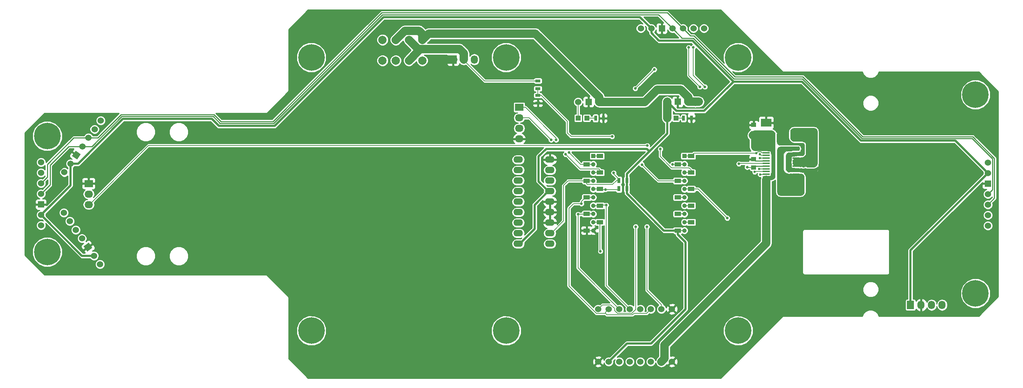
<source format=gtl>
G04 #@! TF.FileFunction,Copper,L1,Top,Signal*
%FSLAX46Y46*%
G04 Gerber Fmt 4.6, Leading zero omitted, Abs format (unit mm)*
G04 Created by KiCad (PCBNEW 4.0.4+dfsg1-stable) date Thu Aug 10 19:21:35 2017*
%MOMM*%
%LPD*%
G01*
G04 APERTURE LIST*
%ADD10C,0.150000*%
%ADD11C,1.050000*%
%ADD12R,1.050000X1.050000*%
%ADD13R,1.600000X1.000000*%
%ADD14R,1.300000X0.700000*%
%ADD15C,1.524000*%
%ADD16R,1.524000X1.524000*%
%ADD17R,1.750000X0.450000*%
%ADD18R,1.250000X1.000000*%
%ADD19R,2.499360X1.950720*%
%ADD20R,1.727200X2.032000*%
%ADD21O,1.727200X2.032000*%
%ADD22R,2.032000X1.727200*%
%ADD23O,2.032000X1.727200*%
%ADD24R,0.700000X1.300000*%
%ADD25C,6.400000*%
%ADD26R,1.198880X1.198880*%
%ADD27C,2.000000*%
%ADD28O,2.300000X1.600000*%
%ADD29C,0.600000*%
%ADD30C,0.635000*%
%ADD31C,0.160000*%
%ADD32C,2.000000*%
%ADD33C,0.250000*%
%ADD34C,0.200000*%
%ADD35C,0.500000*%
%ADD36C,0.203200*%
%ADD37C,0.254000*%
%ADD38C,0.030000*%
G04 APERTURE END LIST*
D10*
D11*
X197263347Y-105308227D03*
X197263347Y-89308227D03*
D12*
X197263347Y-87308227D03*
D11*
X197263347Y-101308227D03*
X197263347Y-103308227D03*
X197263347Y-91308227D03*
X197263347Y-93308227D03*
X197263347Y-99308227D03*
X197263347Y-97308227D03*
X197263347Y-95308227D03*
D13*
X198863347Y-87308227D03*
X195663347Y-89308227D03*
X198863347Y-91308227D03*
X195663347Y-93308227D03*
X198863347Y-95308227D03*
X195663347Y-97308227D03*
X198863347Y-99308227D03*
X195663347Y-101308227D03*
X198863347Y-103308227D03*
X195663347Y-105308227D03*
D11*
X197263347Y-87308227D03*
X197263347Y-89308227D03*
X197263347Y-91308227D03*
X197263347Y-93308227D03*
X197263347Y-95308227D03*
X197263347Y-97308227D03*
X197263347Y-99308227D03*
X197263347Y-101308227D03*
X197263347Y-103308227D03*
X197263347Y-105308227D03*
X175263347Y-105308227D03*
X175263347Y-89308227D03*
D12*
X175263347Y-87308227D03*
D11*
X175263347Y-101308227D03*
X175263347Y-103308227D03*
X175263347Y-91308227D03*
X175263347Y-93308227D03*
X175263347Y-99308227D03*
X175263347Y-97308227D03*
X175263347Y-95308227D03*
D13*
X176863347Y-87308227D03*
X173663347Y-89308227D03*
X176863347Y-91308227D03*
X173663347Y-93308227D03*
X176863347Y-95308227D03*
X173663347Y-97308227D03*
X176863347Y-99308227D03*
X173663347Y-101308227D03*
X176863347Y-103308227D03*
X173663347Y-105308227D03*
D11*
X175263347Y-87308227D03*
X175263347Y-89308227D03*
X175263347Y-91308227D03*
X175263347Y-93308227D03*
X175263347Y-95308227D03*
X175263347Y-97308227D03*
X175263347Y-99308227D03*
X175263347Y-101308227D03*
X175263347Y-103308227D03*
X175263347Y-105308227D03*
D14*
X161900000Y-69150000D03*
X161900000Y-71050000D03*
X161900000Y-72650000D03*
X161900000Y-74550000D03*
D15*
X193108000Y-74200000D03*
D16*
X195648000Y-74200000D03*
D15*
X198188000Y-74200000D03*
X200728000Y-74200000D03*
X171608000Y-74250000D03*
D16*
X174148000Y-74250000D03*
D15*
X176688000Y-74250000D03*
X179228000Y-74250000D03*
D17*
X224200000Y-92375000D03*
X224200000Y-91725000D03*
X224200000Y-91075000D03*
X224200000Y-90425000D03*
X224200000Y-89775000D03*
X224200000Y-89125000D03*
X224200000Y-88475000D03*
X224200000Y-87825000D03*
X224200000Y-87175000D03*
X224200000Y-86525000D03*
X224200000Y-85875000D03*
X224200000Y-85225000D03*
X217000000Y-85225000D03*
X217000000Y-85875000D03*
X217000000Y-86525000D03*
X217000000Y-87175000D03*
X217000000Y-87825000D03*
X217000000Y-88475000D03*
X217000000Y-89125000D03*
X217000000Y-89775000D03*
X217000000Y-90425000D03*
X217000000Y-91075000D03*
X217000000Y-91725000D03*
X217000000Y-92375000D03*
D18*
X214000000Y-90100000D03*
X214000000Y-88100000D03*
X214000000Y-81800000D03*
X214000000Y-79800000D03*
D19*
X217000000Y-82324000D03*
X217000000Y-79276000D03*
D15*
X42000000Y-104080000D03*
X42000000Y-101540000D03*
D16*
X42000000Y-99000000D03*
D15*
X42000000Y-96460000D03*
X42000000Y-93920000D03*
X42000000Y-91380000D03*
X42000000Y-88840000D03*
X56241305Y-113483877D03*
X54784421Y-111403231D03*
D10*
G36*
X53514666Y-108261326D02*
X54388796Y-109509714D01*
X53140408Y-110383844D01*
X52266278Y-109135456D01*
X53514666Y-108261326D01*
X53514666Y-108261326D01*
G37*
D15*
X51870653Y-107241938D03*
X50413768Y-105161292D03*
X48956884Y-103080646D03*
X47500000Y-101000000D03*
X47629348Y-91241939D03*
X49086232Y-89161293D03*
D10*
G36*
X51604375Y-86893518D02*
X50730245Y-88141906D01*
X49481857Y-87267776D01*
X50355987Y-86019388D01*
X51604375Y-86893518D01*
X51604375Y-86893518D01*
G37*
D15*
X52000000Y-85000000D03*
X53456885Y-82919354D03*
X54913769Y-80838708D03*
X56370653Y-78758062D03*
X186740000Y-56500000D03*
X189280000Y-56500000D03*
D16*
X191820000Y-56500000D03*
D15*
X194360000Y-56500000D03*
X196900000Y-56500000D03*
X199440000Y-56500000D03*
X201980000Y-56500000D03*
X270500000Y-88880000D03*
X270500000Y-91420000D03*
D16*
X270500000Y-93960000D03*
D15*
X270500000Y-96500000D03*
X270500000Y-99040000D03*
X270500000Y-101580000D03*
X270500000Y-104120000D03*
X224220000Y-95020000D03*
X224220000Y-82520000D03*
D20*
X141478000Y-64008000D03*
D21*
X144018000Y-64008000D03*
X146558000Y-64008000D03*
D22*
X53500000Y-93960000D03*
D23*
X53500000Y-96500000D03*
X53500000Y-99040000D03*
D24*
X183368000Y-95200000D03*
X181468000Y-95200000D03*
X183368000Y-93200000D03*
X181468000Y-93200000D03*
D20*
X251846979Y-123304249D03*
D21*
X254386979Y-123304249D03*
X256926979Y-123304249D03*
X259466979Y-123304249D03*
D25*
X43500000Y-110500000D03*
X43500000Y-82500000D03*
D26*
X171618980Y-78175000D03*
X173717020Y-78175000D03*
X193118000Y-78175000D03*
X195216040Y-78175000D03*
D24*
X177718000Y-78175000D03*
X175818000Y-78175000D03*
X198968000Y-78175000D03*
X197068000Y-78175000D03*
D27*
X124410000Y-59262000D03*
X127610000Y-59262000D03*
X130810000Y-59262000D03*
X134010000Y-59262000D03*
X124410000Y-64262000D03*
X127610000Y-64262000D03*
X130810000Y-64262000D03*
X134010000Y-64262000D03*
D25*
X267500000Y-120500000D03*
X267500000Y-72500000D03*
X107250000Y-129500000D03*
X107250000Y-63500000D03*
X210250000Y-129500000D03*
X210250000Y-63500000D03*
X154250000Y-129500000D03*
X154250000Y-63500000D03*
D22*
X157400000Y-75560000D03*
D23*
X157400000Y-78100000D03*
X157400000Y-80640000D03*
X157400000Y-83180000D03*
D15*
X176480000Y-137000000D03*
X179020000Y-137000000D03*
X181560000Y-137000000D03*
X184100000Y-137000000D03*
X186640000Y-137000000D03*
X189180000Y-137000000D03*
X191720000Y-137000000D03*
X194260000Y-137000000D03*
X176480000Y-124300000D03*
X179020000Y-124300000D03*
X181560000Y-124300000D03*
X184100000Y-124300000D03*
X186640000Y-124300000D03*
X189180000Y-124300000D03*
X191720000Y-124300000D03*
X194260000Y-124300000D03*
D28*
X164800000Y-108500000D03*
X164800000Y-105960000D03*
X164800000Y-103420000D03*
X164800000Y-100880000D03*
X164800000Y-98340000D03*
X164800000Y-95800000D03*
X164800000Y-93260000D03*
X164800000Y-90720000D03*
X164800000Y-88180000D03*
X157180000Y-88180000D03*
X157180000Y-90720000D03*
X157180000Y-93260000D03*
X157180000Y-95800000D03*
X157180000Y-98340000D03*
X157180000Y-100880000D03*
X157180000Y-103420000D03*
X157180000Y-105960000D03*
X157180000Y-108500000D03*
D29*
X227000000Y-91000000D03*
X226500000Y-90500000D03*
X226000000Y-91000000D03*
X225500000Y-90500000D03*
X225500000Y-87000000D03*
X226000000Y-84500000D03*
X225575002Y-85000000D03*
X226000000Y-85500000D03*
X225575002Y-86000000D03*
X226000000Y-86500000D03*
X222000000Y-90500000D03*
X222000000Y-89500000D03*
X222000000Y-88500000D03*
X222000000Y-87500000D03*
X222500000Y-91000000D03*
X222500000Y-90000000D03*
X222500000Y-89000000D03*
X222500000Y-88000000D03*
X222500000Y-87000000D03*
D30*
X212401000Y-90000920D03*
X172401000Y-98800910D03*
D29*
X215497390Y-86909573D03*
X214225000Y-91150000D03*
D30*
X171601000Y-101400920D03*
D29*
X215350000Y-90475000D03*
X215500000Y-87825000D03*
D30*
X185401000Y-71000920D03*
X190001000Y-66400920D03*
X191463053Y-85628490D03*
X188301000Y-84800920D03*
X199400000Y-61100000D03*
X202200000Y-70600000D03*
X180200000Y-91400000D03*
X198300000Y-61100000D03*
X201000000Y-70600000D03*
X178201000Y-95400920D03*
X177000000Y-110300000D03*
X207600000Y-102300000D03*
X210400994Y-89200920D03*
X178401000Y-99200920D03*
X187001000Y-89400920D03*
X179801000Y-82600920D03*
D29*
X218750000Y-87000000D03*
X218750000Y-88000000D03*
X218750000Y-89000000D03*
X218750000Y-90000000D03*
X218750000Y-91000000D03*
X218750000Y-92000000D03*
X218000000Y-84000000D03*
X217000000Y-84000000D03*
X214000000Y-83000000D03*
X215000000Y-83000000D03*
X216000000Y-84000000D03*
X215000000Y-84000000D03*
X214000000Y-84000000D03*
X214000000Y-85000000D03*
X215000000Y-85000000D03*
D30*
X166300000Y-83400000D03*
X169400000Y-86500000D03*
X165100000Y-83400000D03*
X168600000Y-86900000D03*
X194400000Y-89300000D03*
X188200000Y-104400000D03*
X185500000Y-104400000D03*
D29*
X214650000Y-86625000D03*
X215554278Y-91781337D03*
D31*
X175263347Y-87308227D02*
X176863347Y-87308227D01*
X175263347Y-105308227D02*
X173663347Y-105308227D01*
D32*
X138176000Y-65024000D02*
X138176000Y-64446400D01*
X138176000Y-64446400D02*
X138614400Y-64008000D01*
X138614400Y-64008000D02*
X141478000Y-64008000D01*
D31*
X224200000Y-91075000D02*
X225925000Y-91075000D01*
X225925000Y-91075000D02*
X226000000Y-91000000D01*
D33*
X226000000Y-91000000D02*
X226500000Y-90500000D01*
X224200000Y-90425000D02*
X225425000Y-90425000D01*
X225425000Y-90425000D02*
X225500000Y-90500000D01*
X226000000Y-86500000D02*
X225500000Y-87000000D01*
X225575002Y-85000000D02*
X225575002Y-84924998D01*
X225575002Y-84924998D02*
X226000000Y-84500000D01*
X225575002Y-86000000D02*
X225575002Y-85924998D01*
X225575002Y-85924998D02*
X226000000Y-85500000D01*
X224200000Y-86525000D02*
X225975000Y-86525000D01*
X225975000Y-86525000D02*
X226000000Y-86500000D01*
X222000000Y-88500000D02*
X222000000Y-89500000D01*
X222000000Y-87500000D02*
X222000000Y-88500000D01*
X222500000Y-90000000D02*
X222500000Y-91000000D01*
X222500000Y-88000000D02*
X222500000Y-89000000D01*
X224200000Y-86525000D02*
X222975000Y-86525000D01*
X222975000Y-86525000D02*
X222500000Y-87000000D01*
X217000000Y-88475000D02*
X214375000Y-88475000D01*
X214375000Y-88475000D02*
X214000000Y-88100000D01*
D31*
X158800000Y-69200000D02*
X158850000Y-69150000D01*
X158850000Y-69150000D02*
X161900000Y-69150000D01*
X158800000Y-69200000D02*
X149057600Y-69200000D01*
X144018000Y-64160400D02*
X144018000Y-64008000D01*
X149057600Y-69200000D02*
X144018000Y-64160400D01*
D32*
X130810000Y-64262000D02*
X131809999Y-63262001D01*
X131809999Y-63262001D02*
X131809999Y-63205999D01*
X131809999Y-63205999D02*
X133553997Y-61462001D01*
X133553997Y-61462001D02*
X142971603Y-61462001D01*
X144018000Y-64008000D02*
X144018000Y-62508398D01*
X144018000Y-62508398D02*
X142971603Y-61462001D01*
X142971603Y-61462001D02*
X133010001Y-61462001D01*
X133010001Y-61462001D02*
X131809999Y-60261999D01*
X131809999Y-60261999D02*
X130810000Y-59262000D01*
D34*
X171608000Y-77090000D02*
X171618980Y-77100980D01*
X171618980Y-77100980D02*
X171618980Y-78175000D01*
X171608000Y-74250000D02*
X171608000Y-77090000D01*
X171608000Y-77090000D02*
X171618000Y-77100000D01*
D35*
X161100000Y-99150000D02*
X161100000Y-104930000D01*
X161100000Y-104930000D02*
X157530000Y-108500000D01*
X157530000Y-108500000D02*
X157180000Y-108500000D01*
X164450000Y-95800000D02*
X161100000Y-99150000D01*
X188801920Y-86200000D02*
X188202840Y-85600920D01*
X188202840Y-85600920D02*
X163899080Y-85600920D01*
X162100000Y-93450000D02*
X164450000Y-95800000D01*
X163899080Y-85600920D02*
X162100000Y-87400000D01*
X162100000Y-87400000D02*
X162100000Y-93450000D01*
X164450000Y-95800000D02*
X164800000Y-95800000D01*
X262680000Y-83600000D02*
X239900000Y-83600000D01*
X270500000Y-91420000D02*
X262680000Y-83600000D01*
X239900000Y-83600000D02*
X225642000Y-69342000D01*
X225642000Y-69342000D02*
X209092000Y-69342000D01*
D31*
X197263347Y-105308227D02*
X196520885Y-105308227D01*
X196520885Y-105308227D02*
X195663347Y-105308227D01*
D35*
X189200000Y-132600000D02*
X183420000Y-132600000D01*
X183420000Y-132600000D02*
X179020000Y-137000000D01*
X197500000Y-124300000D02*
X189200000Y-132600000D01*
X197500000Y-108144880D02*
X197500000Y-124300000D01*
X195663347Y-105308227D02*
X195663347Y-106308227D01*
X195663347Y-106308227D02*
X197500000Y-108144880D01*
X183368000Y-95200000D02*
X183368000Y-96350000D01*
X183368000Y-96350000D02*
X192326227Y-105308227D01*
X192326227Y-105308227D02*
X194363347Y-105308227D01*
X194363347Y-105308227D02*
X195663347Y-105308227D01*
X183368000Y-95200000D02*
X183368000Y-93200000D01*
X183368000Y-91633920D02*
X183368000Y-93200000D01*
X193118000Y-78175000D02*
X193118000Y-81883920D01*
X193108000Y-74200000D02*
X195308920Y-76400920D01*
X195308920Y-76400920D02*
X202033080Y-76400920D01*
X202033080Y-76400920D02*
X209092000Y-69342000D01*
D36*
X214000000Y-90100000D02*
X212500080Y-90100000D01*
X212500080Y-90100000D02*
X212401000Y-90000920D01*
D35*
X199186000Y-59436000D02*
X209092000Y-69342000D01*
X189280000Y-56500000D02*
X189280000Y-57577630D01*
X189280000Y-57577630D02*
X191138370Y-59436000D01*
X191138370Y-59436000D02*
X199186000Y-59436000D01*
X125750000Y-53750000D02*
X186530000Y-53750000D01*
X83200000Y-78350000D02*
X84900000Y-80050000D01*
X84900000Y-80050000D02*
X98350000Y-80050000D01*
X49086232Y-89161293D02*
X50938707Y-89161293D01*
X50938707Y-89161293D02*
X61750000Y-78350000D01*
X61750000Y-78350000D02*
X83200000Y-78350000D01*
X98350000Y-80050000D02*
X124650000Y-53750000D01*
X124650000Y-53750000D02*
X125750000Y-53750000D01*
D32*
X193108000Y-74200000D02*
X193108000Y-78165000D01*
X193108000Y-78165000D02*
X193118000Y-78175000D01*
D35*
X270500000Y-91420000D02*
X251846979Y-110073021D01*
X251846979Y-110073021D02*
X251846979Y-123304249D01*
X213950000Y-90150000D02*
X213850000Y-90250000D01*
D33*
X215875000Y-89775000D02*
X217000000Y-89775000D01*
X214325000Y-89775000D02*
X215875000Y-89775000D01*
X214000000Y-90100000D02*
X214325000Y-89775000D01*
D35*
X186530000Y-53750000D02*
X189280000Y-56500000D01*
X54784421Y-111403231D02*
X51863231Y-111403231D01*
X51863231Y-111403231D02*
X42000000Y-101540000D01*
X42000000Y-101540000D02*
X49086232Y-94453768D01*
X49086232Y-94453768D02*
X49086232Y-89161293D01*
X188801920Y-86200000D02*
X183368000Y-91633920D01*
X193118000Y-81883920D02*
X188801920Y-86200000D01*
D31*
X175263347Y-97308227D02*
X174520885Y-97308227D01*
X174520885Y-97308227D02*
X173663347Y-97308227D01*
D34*
X188165599Y-125314401D02*
X188418001Y-125061999D01*
X188418001Y-125061999D02*
X189180000Y-124300000D01*
X185085297Y-125314401D02*
X188165599Y-125314401D01*
X184732887Y-125666811D02*
X185085297Y-125314401D01*
X178552410Y-125666811D02*
X184732887Y-125666811D01*
X178200000Y-125314401D02*
X178552410Y-125666811D01*
X175993087Y-125314401D02*
X178200000Y-125314401D01*
X179020000Y-124300000D02*
X178258001Y-125061999D01*
X178258001Y-125061999D02*
X178258001Y-125256400D01*
X178258001Y-125256400D02*
X178200000Y-125314401D01*
X169400000Y-99900000D02*
X169400000Y-118721314D01*
X169400000Y-118721314D02*
X175993087Y-125314401D01*
X170499090Y-98800910D02*
X169400000Y-99900000D01*
X172401000Y-98800910D02*
X170499090Y-98800910D01*
D36*
X172401000Y-98351898D02*
X172401000Y-98800910D01*
X172401000Y-98249932D02*
X172401000Y-98351898D01*
X172470654Y-98200920D02*
X172450012Y-98200920D01*
X173663347Y-97308227D02*
X173363347Y-97308227D01*
X172450012Y-98200920D02*
X172401000Y-98249932D01*
X173363347Y-97308227D02*
X172470654Y-98200920D01*
D31*
X217000000Y-87175000D02*
X215762817Y-87175000D01*
X215762817Y-87175000D02*
X215497390Y-86909573D01*
X214300000Y-91075000D02*
X214225000Y-91150000D01*
X217000000Y-91075000D02*
X214300000Y-91075000D01*
X175263347Y-101308227D02*
X173663347Y-101308227D01*
D34*
X171601000Y-101400920D02*
X171601000Y-114341000D01*
X171601000Y-114341000D02*
X181560000Y-124300000D01*
D36*
X171601000Y-101400920D02*
X173570654Y-101400920D01*
X173570654Y-101400920D02*
X173663347Y-101308227D01*
D31*
X215400000Y-90425000D02*
X215350000Y-90475000D01*
X217000000Y-90425000D02*
X215400000Y-90425000D01*
X215500000Y-87825000D02*
X217000000Y-87825000D01*
X186201000Y-70200920D02*
X185401000Y-71000920D01*
X190001000Y-66400920D02*
X186201000Y-70200920D01*
X197263347Y-91308227D02*
X198863347Y-91308227D01*
X198863347Y-91308227D02*
X198863347Y-90648227D01*
X198863347Y-90648227D02*
X198416040Y-90200920D01*
X191401000Y-85690543D02*
X191463053Y-85628490D01*
X191401000Y-87400920D02*
X191401000Y-85690543D01*
X194000000Y-89999920D02*
X191401000Y-87400920D01*
X187851988Y-84800920D02*
X188301000Y-84800920D01*
X67891480Y-84800920D02*
X187851988Y-84800920D01*
X53652400Y-99040000D02*
X67891480Y-84800920D01*
X53500000Y-99040000D02*
X53652400Y-99040000D01*
X198416040Y-90200920D02*
X194201000Y-90200920D01*
X194000000Y-89999920D02*
X194001000Y-90000920D01*
X194201000Y-90200920D02*
X194000000Y-89999920D01*
X171493693Y-93308227D02*
X169191773Y-93308227D01*
X169191773Y-93308227D02*
X168100000Y-94400000D01*
X168100000Y-94400000D02*
X168100000Y-103010000D01*
X168100000Y-103010000D02*
X165150000Y-105960000D01*
X165150000Y-105960000D02*
X164800000Y-105960000D01*
X202200000Y-70600000D02*
X199400000Y-67800000D01*
X199400000Y-67800000D02*
X199400000Y-61100000D01*
X181468000Y-93200000D02*
X181468000Y-92900000D01*
X181468000Y-92900000D02*
X180200000Y-91632000D01*
X180200000Y-91632000D02*
X180200000Y-91400000D01*
D37*
X225698689Y-68649989D02*
X209213177Y-68649989D01*
X266670589Y-83070589D02*
X240119289Y-83070589D01*
X271587001Y-87987001D02*
X266670589Y-83070589D01*
X271587001Y-95412999D02*
X271587001Y-87987001D01*
X240119289Y-83070589D02*
X225698689Y-68649989D01*
D31*
X175263347Y-93308227D02*
X173663347Y-93308227D01*
D34*
X181468000Y-93200000D02*
X180918000Y-93200000D01*
X180918000Y-93200000D02*
X179917080Y-94200920D01*
X179917080Y-94200920D02*
X173856040Y-94200920D01*
X173856040Y-94200920D02*
X173663347Y-94008227D01*
X173663347Y-94008227D02*
X173663347Y-93308227D01*
X171493693Y-93308227D02*
X173663347Y-93308227D01*
D33*
X196720989Y-58860989D02*
X195121999Y-57261999D01*
X195121999Y-57261999D02*
X194360000Y-56500000D01*
X199424177Y-58860989D02*
X196720989Y-58860989D01*
X209213177Y-68649989D02*
X199424177Y-58860989D01*
X270500000Y-96500000D02*
X271587001Y-95412999D01*
X83538579Y-77774989D02*
X85213599Y-79450008D01*
X125000000Y-53149989D02*
X191009989Y-53149989D01*
X52000000Y-85000000D02*
X54236410Y-85000000D01*
X54236410Y-85000000D02*
X61461421Y-77774989D01*
X61461421Y-77774989D02*
X83538579Y-77774989D01*
X98113582Y-79450008D02*
X124413601Y-53149989D01*
X85213599Y-79450008D02*
X98113582Y-79450008D01*
X124413601Y-53149989D02*
X125000000Y-53149989D01*
X193598001Y-55738001D02*
X194360000Y-56500000D01*
X191009989Y-53149989D02*
X193598001Y-55738001D01*
X42000000Y-96460000D02*
X44200000Y-94260000D01*
X44200000Y-94260000D02*
X44200000Y-89500000D01*
X44200000Y-89500000D02*
X48700000Y-85000000D01*
X48700000Y-85000000D02*
X50922370Y-85000000D01*
X50922370Y-85000000D02*
X52000000Y-85000000D01*
D31*
X201000000Y-70600000D02*
X198300000Y-67900000D01*
X198300000Y-67900000D02*
X198300000Y-61100000D01*
D37*
X240287628Y-82664178D02*
X266838929Y-82664178D01*
X225823428Y-68199978D02*
X240287628Y-82664178D01*
X209449978Y-68199978D02*
X225823428Y-68199978D01*
X266838929Y-82664178D02*
X272050011Y-87875260D01*
X272050011Y-87875260D02*
X272050011Y-97489989D01*
D31*
X175263347Y-95308227D02*
X176863347Y-95308227D01*
D34*
X178201000Y-95400920D02*
X181267080Y-95400920D01*
X181267080Y-95400920D02*
X181468000Y-95200000D01*
X178201000Y-95400920D02*
X176956040Y-95400920D01*
X176956040Y-95400920D02*
X176863347Y-95308227D01*
D33*
X270500000Y-99040000D02*
X272050011Y-97489989D01*
X209449978Y-68199978D02*
X199549978Y-58299978D01*
X199549978Y-58299978D02*
X198699978Y-58299978D01*
X198699978Y-58299978D02*
X196900000Y-56500000D01*
X124750000Y-52699978D02*
X193099978Y-52699978D01*
X85399978Y-78999978D02*
X97927202Y-78999978D01*
X124227202Y-52699978D02*
X124750000Y-52699978D01*
X97927202Y-78999978D02*
X124227202Y-52699978D01*
X181417999Y-95149999D02*
X181468000Y-95200000D01*
X53456885Y-82919354D02*
X55680646Y-82919354D01*
X61275022Y-77324978D02*
X83724978Y-77324978D01*
X55680646Y-82919354D02*
X61275022Y-77324978D01*
X83724978Y-77324978D02*
X85399978Y-78999978D01*
X42000000Y-93920000D02*
X43500000Y-92420000D01*
X43500000Y-92420000D02*
X43500000Y-89314760D01*
X43500000Y-89314760D02*
X49895406Y-82919354D01*
X49895406Y-82919354D02*
X52379255Y-82919354D01*
X52379255Y-82919354D02*
X53456885Y-82919354D01*
X193099978Y-52699978D02*
X196900000Y-56500000D01*
X85399978Y-78999978D02*
X85400000Y-79000000D01*
D34*
X176863347Y-110163347D02*
X177000000Y-110300000D01*
X176863347Y-103308227D02*
X176863347Y-110163347D01*
D31*
X175263347Y-103308227D02*
X176863347Y-103308227D01*
X177163347Y-103308227D02*
X176863347Y-103308227D01*
D34*
X207282501Y-101982501D02*
X207600000Y-102300000D01*
X198863347Y-95308227D02*
X200608227Y-95308227D01*
X200608227Y-95308227D02*
X207282501Y-101982501D01*
D31*
X197263347Y-95308227D02*
X198863347Y-95308227D01*
X175263347Y-99308227D02*
X176863347Y-99308227D01*
D34*
X178401000Y-99200920D02*
X178401000Y-118601000D01*
X178401000Y-118601000D02*
X184100000Y-124300000D01*
D31*
X210476914Y-89125000D02*
X210400994Y-89200920D01*
X217000000Y-89125000D02*
X210476914Y-89125000D01*
D36*
X178401000Y-99200920D02*
X176970654Y-99200920D01*
X176970654Y-99200920D02*
X176863347Y-99308227D01*
D31*
X197263347Y-93308227D02*
X196520885Y-93308227D01*
X196520885Y-93308227D02*
X195663347Y-93308227D01*
X161900000Y-72650000D02*
X162710000Y-72650000D01*
X162710000Y-72650000D02*
X169001000Y-78941000D01*
X169001000Y-78941000D02*
X169001000Y-81700920D01*
X169001000Y-81700920D02*
X169901000Y-82600920D01*
X169901000Y-82600920D02*
X179801000Y-82600920D01*
X161900000Y-71050000D02*
X161900000Y-71560000D01*
X161900000Y-71560000D02*
X161900000Y-72650000D01*
X187001000Y-89400920D02*
X190908307Y-93308227D01*
X190908307Y-93308227D02*
X195663347Y-93308227D01*
D34*
X173717020Y-78175000D02*
X175818000Y-78175000D01*
X197068000Y-78175000D02*
X195216040Y-78175000D01*
D31*
X217000000Y-92375000D02*
X217000000Y-93102401D01*
D32*
X192481999Y-132919921D02*
X217000000Y-108401920D01*
X217000000Y-108401920D02*
X217000000Y-93102401D01*
X191720000Y-137000000D02*
X192481999Y-136238001D01*
X192481999Y-136238001D02*
X192481999Y-132919921D01*
X213750320Y-82324000D02*
X217000000Y-82324000D01*
D33*
X218750000Y-88000000D02*
X218750000Y-87000000D01*
X218750000Y-91000000D02*
X218750000Y-90000000D01*
X217000000Y-92375000D02*
X218375000Y-92375000D01*
X218375000Y-92375000D02*
X218750000Y-92000000D01*
X215000000Y-83000000D02*
X214000000Y-83000000D01*
X217000000Y-85225000D02*
X215225000Y-85225000D01*
X215225000Y-85225000D02*
X215000000Y-85000000D01*
D32*
X216976000Y-82300000D02*
X217000000Y-82324000D01*
D33*
X217000000Y-84000000D02*
X218000000Y-84000000D01*
X215000000Y-84000000D02*
X216000000Y-84000000D01*
X214000000Y-85000000D02*
X214000000Y-84000000D01*
D32*
X198188000Y-74200000D02*
X198188000Y-73122370D01*
X198188000Y-73122370D02*
X196365630Y-71300000D01*
X196365630Y-71300000D02*
X190701920Y-71300000D01*
X190701920Y-71300000D02*
X187751920Y-74250000D01*
X187751920Y-74250000D02*
X180305630Y-74250000D01*
X180305630Y-74250000D02*
X179228000Y-74250000D01*
X134010000Y-59262000D02*
X135522000Y-57750000D01*
X135522000Y-57750000D02*
X161332002Y-57750000D01*
X161332002Y-57750000D02*
X176688000Y-73105998D01*
X176688000Y-73105998D02*
X176688000Y-73172370D01*
X176688000Y-73172370D02*
X176688000Y-74250000D01*
X134010000Y-59262000D02*
X134010000Y-57847787D01*
X134010000Y-57847787D02*
X133224212Y-57061999D01*
X133224212Y-57061999D02*
X129810001Y-57061999D01*
X129810001Y-57061999D02*
X128609999Y-58262001D01*
X128609999Y-58262001D02*
X127610000Y-59262000D01*
D35*
X200728000Y-74200000D02*
X199918000Y-75010000D01*
D32*
X179228000Y-74250000D02*
X176688000Y-74250000D01*
X200728000Y-74200000D02*
X198188000Y-74200000D01*
D31*
X166300000Y-83400000D02*
X166300000Y-82950988D01*
X166300000Y-82950988D02*
X158909012Y-75560000D01*
X158909012Y-75560000D02*
X158576000Y-75560000D01*
X158576000Y-75560000D02*
X157400000Y-75560000D01*
X172208227Y-89308227D02*
X169400000Y-86500000D01*
X173663347Y-89308227D02*
X172208227Y-89308227D01*
X175263347Y-89308227D02*
X173663347Y-89308227D01*
X165100000Y-83400000D02*
X159800000Y-78100000D01*
X159800000Y-78100000D02*
X157400000Y-78100000D01*
X176615120Y-90400000D02*
X172100000Y-90400000D01*
X172100000Y-90400000D02*
X168600000Y-86900000D01*
X176863347Y-91308227D02*
X176863347Y-90648227D01*
X176863347Y-90648227D02*
X176615120Y-90400000D01*
X176863347Y-91308227D02*
X175903347Y-91308227D01*
X175903347Y-91308227D02*
X175263347Y-91308227D01*
X197263347Y-101308227D02*
X195663347Y-101308227D01*
X197263347Y-103308227D02*
X198863347Y-103308227D01*
X197263347Y-99308227D02*
X198863347Y-99308227D01*
X197263347Y-97308227D02*
X195663347Y-97308227D01*
X197263347Y-89308227D02*
X195663347Y-89308227D01*
D34*
X194400000Y-89300000D02*
X195655120Y-89300000D01*
X195655120Y-89300000D02*
X195663347Y-89308227D01*
X188200000Y-105500000D02*
X188200000Y-104400000D01*
X188200000Y-119702370D02*
X188200000Y-105500000D01*
X191720000Y-124300000D02*
X191720000Y-123222370D01*
X191720000Y-123222370D02*
X188200000Y-119702370D01*
D31*
X215554278Y-91781337D02*
X216943663Y-91781337D01*
X216943663Y-91781337D02*
X217000000Y-91725000D01*
X217000000Y-86525000D02*
X215965000Y-86525000D01*
X198863347Y-87308227D02*
X197903347Y-87308227D01*
X197903347Y-87308227D02*
X197263347Y-87308227D01*
D34*
X185500000Y-105400000D02*
X185500000Y-104400000D01*
X185500000Y-124401314D02*
X185500000Y-105400000D01*
X180400000Y-124641314D02*
X181073087Y-125314401D01*
X180400000Y-124178686D02*
X180400000Y-124641314D01*
X181073087Y-125314401D02*
X184586913Y-125314401D01*
X184586913Y-125314401D02*
X185500000Y-124401314D01*
X176480000Y-124300000D02*
X177494401Y-123285599D01*
X179506913Y-123285599D02*
X180400000Y-124178686D01*
X177494401Y-123285599D02*
X179506913Y-123285599D01*
D36*
X199546574Y-86625000D02*
X198863347Y-87308227D01*
X214650000Y-86625000D02*
X199546574Y-86625000D01*
D31*
X214949999Y-86325001D02*
X214650000Y-86625000D01*
X215765000Y-86325000D02*
X214949999Y-86325001D01*
X215965000Y-86525000D02*
X215765000Y-86325000D01*
X215610615Y-91725000D02*
X215554278Y-91781337D01*
D35*
X164670000Y-93320000D02*
X165020000Y-93320000D01*
D38*
G36*
X224754623Y-85055996D02*
X224928094Y-85171906D01*
X225044004Y-85345377D01*
X225084706Y-85550000D01*
X225067219Y-85637913D01*
X225053934Y-85651175D01*
X224960109Y-85877132D01*
X224960106Y-85880184D01*
X224928094Y-85928094D01*
X224852164Y-85978829D01*
X223325000Y-85978829D01*
X223208268Y-86000794D01*
X223101057Y-86069782D01*
X223090659Y-86085000D01*
X222200000Y-86085000D01*
X222197074Y-86085288D01*
X221814391Y-86161408D01*
X221808983Y-86163648D01*
X221484559Y-86380421D01*
X221480421Y-86384559D01*
X221263648Y-86708983D01*
X221261408Y-86714391D01*
X221185288Y-87097074D01*
X221185000Y-87100000D01*
X221185000Y-90500000D01*
X221185288Y-90502926D01*
X221261408Y-90885609D01*
X221263648Y-90891017D01*
X221480421Y-91215441D01*
X221484559Y-91219579D01*
X221808983Y-91436352D01*
X221814391Y-91438592D01*
X222131886Y-91501745D01*
X222151175Y-91521068D01*
X222377132Y-91614893D01*
X222621794Y-91615107D01*
X222847915Y-91521676D01*
X222854603Y-91515000D01*
X223089027Y-91515000D01*
X223094782Y-91523943D01*
X223200046Y-91595867D01*
X223325000Y-91621171D01*
X225075000Y-91621171D01*
X225191732Y-91599206D01*
X225293296Y-91533852D01*
X225576830Y-91590250D01*
X225896292Y-91803708D01*
X226109750Y-92123170D01*
X226185000Y-92501478D01*
X226185000Y-95898522D01*
X226109750Y-96276830D01*
X225896292Y-96596292D01*
X225576830Y-96809750D01*
X225198522Y-96885000D01*
X220601478Y-96885000D01*
X220223170Y-96809750D01*
X219903708Y-96596292D01*
X219690250Y-96276830D01*
X219615000Y-95898522D01*
X219615000Y-86001478D01*
X219690250Y-85623170D01*
X219903708Y-85303708D01*
X220223170Y-85090250D01*
X220601478Y-85015000D01*
X224548522Y-85015000D01*
X224754623Y-85055996D01*
X224754623Y-85055996D01*
G37*
X224754623Y-85055996D02*
X224928094Y-85171906D01*
X225044004Y-85345377D01*
X225084706Y-85550000D01*
X225067219Y-85637913D01*
X225053934Y-85651175D01*
X224960109Y-85877132D01*
X224960106Y-85880184D01*
X224928094Y-85928094D01*
X224852164Y-85978829D01*
X223325000Y-85978829D01*
X223208268Y-86000794D01*
X223101057Y-86069782D01*
X223090659Y-86085000D01*
X222200000Y-86085000D01*
X222197074Y-86085288D01*
X221814391Y-86161408D01*
X221808983Y-86163648D01*
X221484559Y-86380421D01*
X221480421Y-86384559D01*
X221263648Y-86708983D01*
X221261408Y-86714391D01*
X221185288Y-87097074D01*
X221185000Y-87100000D01*
X221185000Y-90500000D01*
X221185288Y-90502926D01*
X221261408Y-90885609D01*
X221263648Y-90891017D01*
X221480421Y-91215441D01*
X221484559Y-91219579D01*
X221808983Y-91436352D01*
X221814391Y-91438592D01*
X222131886Y-91501745D01*
X222151175Y-91521068D01*
X222377132Y-91614893D01*
X222621794Y-91615107D01*
X222847915Y-91521676D01*
X222854603Y-91515000D01*
X223089027Y-91515000D01*
X223094782Y-91523943D01*
X223200046Y-91595867D01*
X223325000Y-91621171D01*
X225075000Y-91621171D01*
X225191732Y-91599206D01*
X225293296Y-91533852D01*
X225576830Y-91590250D01*
X225896292Y-91803708D01*
X226109750Y-92123170D01*
X226185000Y-92501478D01*
X226185000Y-95898522D01*
X226109750Y-96276830D01*
X225896292Y-96596292D01*
X225576830Y-96809750D01*
X225198522Y-96885000D01*
X220601478Y-96885000D01*
X220223170Y-96809750D01*
X219903708Y-96596292D01*
X219690250Y-96276830D01*
X219615000Y-95898522D01*
X219615000Y-86001478D01*
X219690250Y-85623170D01*
X219903708Y-85303708D01*
X220223170Y-85090250D01*
X220601478Y-85015000D01*
X224548522Y-85015000D01*
X224754623Y-85055996D01*
G36*
X228776830Y-80590250D02*
X229096292Y-80803708D01*
X229309750Y-81123170D01*
X229385000Y-81501478D01*
X229385000Y-88998522D01*
X229309750Y-89376830D01*
X229096292Y-89696292D01*
X228776830Y-89909750D01*
X228398522Y-89985000D01*
X226854882Y-89985000D01*
X226848825Y-89978932D01*
X226622868Y-89885107D01*
X226378206Y-89884893D01*
X226152085Y-89978324D01*
X226145397Y-89985000D01*
X225854882Y-89985000D01*
X225848825Y-89978932D01*
X225622868Y-89885107D01*
X225378206Y-89884893D01*
X225249579Y-89938040D01*
X225199954Y-89904133D01*
X225075000Y-89878829D01*
X223976894Y-89878829D01*
X223703708Y-89696292D01*
X223490250Y-89376830D01*
X223415000Y-88998522D01*
X223415000Y-88601478D01*
X223490250Y-88223170D01*
X223703708Y-87903708D01*
X223976894Y-87721171D01*
X225075000Y-87721171D01*
X225191732Y-87699206D01*
X225298943Y-87630218D01*
X225309341Y-87615000D01*
X225499463Y-87615000D01*
X225621794Y-87615107D01*
X225641152Y-87607108D01*
X225985609Y-87538592D01*
X225991017Y-87536352D01*
X226315441Y-87319579D01*
X226319579Y-87315441D01*
X226536352Y-86991017D01*
X226538592Y-86985609D01*
X226606931Y-86642042D01*
X226614893Y-86622868D01*
X226614912Y-86600892D01*
X226615000Y-86600000D01*
X226615000Y-86500537D01*
X226615107Y-86378206D01*
X226615000Y-86377947D01*
X226615000Y-85500537D01*
X226615107Y-85378206D01*
X226615000Y-85377947D01*
X226615000Y-84800000D01*
X226614712Y-84797074D01*
X226591342Y-84679585D01*
X226614893Y-84622868D01*
X226615107Y-84378206D01*
X226521676Y-84152085D01*
X226348825Y-83978932D01*
X226122868Y-83885107D01*
X226023002Y-83885020D01*
X225991017Y-83863648D01*
X225985609Y-83861408D01*
X225602926Y-83785288D01*
X225600000Y-83785000D01*
X223801478Y-83785000D01*
X223423170Y-83709750D01*
X223103708Y-83496292D01*
X222890250Y-83176830D01*
X222815000Y-82798522D01*
X222815000Y-81501478D01*
X222890250Y-81123170D01*
X223103708Y-80803708D01*
X223423170Y-80590250D01*
X223801478Y-80515000D01*
X228398522Y-80515000D01*
X228776830Y-80590250D01*
X228776830Y-80590250D01*
G37*
X228776830Y-80590250D02*
X229096292Y-80803708D01*
X229309750Y-81123170D01*
X229385000Y-81501478D01*
X229385000Y-88998522D01*
X229309750Y-89376830D01*
X229096292Y-89696292D01*
X228776830Y-89909750D01*
X228398522Y-89985000D01*
X226854882Y-89985000D01*
X226848825Y-89978932D01*
X226622868Y-89885107D01*
X226378206Y-89884893D01*
X226152085Y-89978324D01*
X226145397Y-89985000D01*
X225854882Y-89985000D01*
X225848825Y-89978932D01*
X225622868Y-89885107D01*
X225378206Y-89884893D01*
X225249579Y-89938040D01*
X225199954Y-89904133D01*
X225075000Y-89878829D01*
X223976894Y-89878829D01*
X223703708Y-89696292D01*
X223490250Y-89376830D01*
X223415000Y-88998522D01*
X223415000Y-88601478D01*
X223490250Y-88223170D01*
X223703708Y-87903708D01*
X223976894Y-87721171D01*
X225075000Y-87721171D01*
X225191732Y-87699206D01*
X225298943Y-87630218D01*
X225309341Y-87615000D01*
X225499463Y-87615000D01*
X225621794Y-87615107D01*
X225641152Y-87607108D01*
X225985609Y-87538592D01*
X225991017Y-87536352D01*
X226315441Y-87319579D01*
X226319579Y-87315441D01*
X226536352Y-86991017D01*
X226538592Y-86985609D01*
X226606931Y-86642042D01*
X226614893Y-86622868D01*
X226614912Y-86600892D01*
X226615000Y-86600000D01*
X226615000Y-86500537D01*
X226615107Y-86378206D01*
X226615000Y-86377947D01*
X226615000Y-85500537D01*
X226615107Y-85378206D01*
X226615000Y-85377947D01*
X226615000Y-84800000D01*
X226614712Y-84797074D01*
X226591342Y-84679585D01*
X226614893Y-84622868D01*
X226615107Y-84378206D01*
X226521676Y-84152085D01*
X226348825Y-83978932D01*
X226122868Y-83885107D01*
X226023002Y-83885020D01*
X225991017Y-83863648D01*
X225985609Y-83861408D01*
X225602926Y-83785288D01*
X225600000Y-83785000D01*
X223801478Y-83785000D01*
X223423170Y-83709750D01*
X223103708Y-83496292D01*
X222890250Y-83176830D01*
X222815000Y-82798522D01*
X222815000Y-81501478D01*
X222890250Y-81123170D01*
X223103708Y-80803708D01*
X223423170Y-80590250D01*
X223801478Y-80515000D01*
X228398522Y-80515000D01*
X228776830Y-80590250D01*
D37*
G36*
X222381205Y-81416697D02*
X222373000Y-81500000D01*
X222373000Y-82800000D01*
X222381205Y-82883303D01*
X222457325Y-83265986D01*
X222521082Y-83419911D01*
X222737855Y-83744335D01*
X222855665Y-83862145D01*
X223180089Y-84078918D01*
X223334014Y-84142675D01*
X223716697Y-84218795D01*
X223800000Y-84227000D01*
X225557947Y-84227000D01*
X225816075Y-84278345D01*
X225999257Y-84400743D01*
X226121655Y-84583925D01*
X226173000Y-84842053D01*
X226173000Y-86557947D01*
X226121655Y-86816075D01*
X225999257Y-86999257D01*
X225816075Y-87121655D01*
X225557947Y-87173000D01*
X224400000Y-87173000D01*
X224316697Y-87181205D01*
X223934014Y-87257325D01*
X223794466Y-87315127D01*
X223325000Y-87315127D01*
X223221461Y-87334609D01*
X223126366Y-87395801D01*
X223062571Y-87489168D01*
X223040127Y-87600000D01*
X223040127Y-88050000D01*
X223056611Y-88137605D01*
X222981205Y-88516697D01*
X222973000Y-88600000D01*
X222973000Y-89000000D01*
X222981205Y-89083303D01*
X223057233Y-89465526D01*
X223040127Y-89550000D01*
X223040127Y-90000000D01*
X223059609Y-90103539D01*
X223120801Y-90198634D01*
X223214168Y-90262429D01*
X223325000Y-90284873D01*
X223794466Y-90284873D01*
X223934014Y-90342675D01*
X224316697Y-90418795D01*
X224400000Y-90427000D01*
X228400000Y-90427000D01*
X228483303Y-90418795D01*
X228865986Y-90342675D01*
X229019911Y-90278918D01*
X229344335Y-90062145D01*
X229462145Y-89944335D01*
X229473000Y-89928089D01*
X229473000Y-90287491D01*
X229404248Y-90633130D01*
X229215545Y-90915545D01*
X228933130Y-91104248D01*
X228587491Y-91173000D01*
X225703829Y-91173000D01*
X225665986Y-91157325D01*
X225283303Y-91081205D01*
X225200000Y-91073000D01*
X222320104Y-91073000D01*
X222084455Y-90915545D01*
X221895752Y-90633130D01*
X221827000Y-90287491D01*
X221827000Y-87312509D01*
X221895752Y-86966870D01*
X222084455Y-86684455D01*
X222320104Y-86527000D01*
X224550000Y-86527000D01*
X224633303Y-86518795D01*
X224843779Y-86476929D01*
X224997704Y-86413172D01*
X225040056Y-86384873D01*
X225075000Y-86384873D01*
X225178539Y-86365391D01*
X225273634Y-86304199D01*
X225337429Y-86210832D01*
X225359873Y-86100000D01*
X225359873Y-86077472D01*
X225413172Y-85997704D01*
X225476929Y-85843779D01*
X225518795Y-85633303D01*
X225518795Y-85603759D01*
X225524560Y-85574776D01*
X225524560Y-85525224D01*
X225518795Y-85496241D01*
X225518795Y-85466697D01*
X225476929Y-85256221D01*
X225413172Y-85102296D01*
X225359873Y-85022528D01*
X225359873Y-85000000D01*
X225340391Y-84896461D01*
X225279199Y-84801366D01*
X225185832Y-84737571D01*
X225075000Y-84715127D01*
X225040056Y-84715127D01*
X224997704Y-84686828D01*
X224843779Y-84623071D01*
X224633303Y-84581205D01*
X224550000Y-84573000D01*
X220600000Y-84573000D01*
X220516697Y-84581205D01*
X220283860Y-84627519D01*
X220166870Y-84604248D01*
X219884455Y-84415545D01*
X219695752Y-84133130D01*
X219627000Y-83787491D01*
X219627000Y-82112509D01*
X219695752Y-81766870D01*
X219884455Y-81484455D01*
X220166870Y-81295752D01*
X220512509Y-81227000D01*
X222418938Y-81227000D01*
X222381205Y-81416697D01*
X222381205Y-81416697D01*
G37*
X222381205Y-81416697D02*
X222373000Y-81500000D01*
X222373000Y-82800000D01*
X222381205Y-82883303D01*
X222457325Y-83265986D01*
X222521082Y-83419911D01*
X222737855Y-83744335D01*
X222855665Y-83862145D01*
X223180089Y-84078918D01*
X223334014Y-84142675D01*
X223716697Y-84218795D01*
X223800000Y-84227000D01*
X225557947Y-84227000D01*
X225816075Y-84278345D01*
X225999257Y-84400743D01*
X226121655Y-84583925D01*
X226173000Y-84842053D01*
X226173000Y-86557947D01*
X226121655Y-86816075D01*
X225999257Y-86999257D01*
X225816075Y-87121655D01*
X225557947Y-87173000D01*
X224400000Y-87173000D01*
X224316697Y-87181205D01*
X223934014Y-87257325D01*
X223794466Y-87315127D01*
X223325000Y-87315127D01*
X223221461Y-87334609D01*
X223126366Y-87395801D01*
X223062571Y-87489168D01*
X223040127Y-87600000D01*
X223040127Y-88050000D01*
X223056611Y-88137605D01*
X222981205Y-88516697D01*
X222973000Y-88600000D01*
X222973000Y-89000000D01*
X222981205Y-89083303D01*
X223057233Y-89465526D01*
X223040127Y-89550000D01*
X223040127Y-90000000D01*
X223059609Y-90103539D01*
X223120801Y-90198634D01*
X223214168Y-90262429D01*
X223325000Y-90284873D01*
X223794466Y-90284873D01*
X223934014Y-90342675D01*
X224316697Y-90418795D01*
X224400000Y-90427000D01*
X228400000Y-90427000D01*
X228483303Y-90418795D01*
X228865986Y-90342675D01*
X229019911Y-90278918D01*
X229344335Y-90062145D01*
X229462145Y-89944335D01*
X229473000Y-89928089D01*
X229473000Y-90287491D01*
X229404248Y-90633130D01*
X229215545Y-90915545D01*
X228933130Y-91104248D01*
X228587491Y-91173000D01*
X225703829Y-91173000D01*
X225665986Y-91157325D01*
X225283303Y-91081205D01*
X225200000Y-91073000D01*
X222320104Y-91073000D01*
X222084455Y-90915545D01*
X221895752Y-90633130D01*
X221827000Y-90287491D01*
X221827000Y-87312509D01*
X221895752Y-86966870D01*
X222084455Y-86684455D01*
X222320104Y-86527000D01*
X224550000Y-86527000D01*
X224633303Y-86518795D01*
X224843779Y-86476929D01*
X224997704Y-86413172D01*
X225040056Y-86384873D01*
X225075000Y-86384873D01*
X225178539Y-86365391D01*
X225273634Y-86304199D01*
X225337429Y-86210832D01*
X225359873Y-86100000D01*
X225359873Y-86077472D01*
X225413172Y-85997704D01*
X225476929Y-85843779D01*
X225518795Y-85633303D01*
X225518795Y-85603759D01*
X225524560Y-85574776D01*
X225524560Y-85525224D01*
X225518795Y-85496241D01*
X225518795Y-85466697D01*
X225476929Y-85256221D01*
X225413172Y-85102296D01*
X225359873Y-85022528D01*
X225359873Y-85000000D01*
X225340391Y-84896461D01*
X225279199Y-84801366D01*
X225185832Y-84737571D01*
X225075000Y-84715127D01*
X225040056Y-84715127D01*
X224997704Y-84686828D01*
X224843779Y-84623071D01*
X224633303Y-84581205D01*
X224550000Y-84573000D01*
X220600000Y-84573000D01*
X220516697Y-84581205D01*
X220283860Y-84627519D01*
X220166870Y-84604248D01*
X219884455Y-84415545D01*
X219695752Y-84133130D01*
X219627000Y-83787491D01*
X219627000Y-82112509D01*
X219695752Y-81766870D01*
X219884455Y-81484455D01*
X220166870Y-81295752D01*
X220512509Y-81227000D01*
X222418938Y-81227000D01*
X222381205Y-81416697D01*
G36*
X220844441Y-66854375D02*
X220844794Y-66854612D01*
X220845032Y-66854968D01*
X220926180Y-66909189D01*
X221007119Y-66963467D01*
X221007539Y-66963551D01*
X221007893Y-66963788D01*
X221103243Y-66982754D01*
X221199162Y-67002000D01*
X221199583Y-67001917D01*
X221200000Y-67002000D01*
X240214205Y-67002000D01*
X240480591Y-67646703D01*
X241050298Y-68217405D01*
X241795036Y-68526647D01*
X242601426Y-68527351D01*
X243346703Y-68219409D01*
X243917405Y-67649702D01*
X244186354Y-67002000D01*
X268292064Y-67002000D01*
X272998000Y-71707935D01*
X272998000Y-121292065D01*
X268292064Y-125998000D01*
X244185795Y-125998000D01*
X243919409Y-125353297D01*
X243349702Y-124782595D01*
X242604964Y-124473353D01*
X241798574Y-124472649D01*
X241053297Y-124780591D01*
X240482595Y-125350298D01*
X240213646Y-125998000D01*
X221200000Y-125998000D01*
X221199583Y-125998083D01*
X221199162Y-125998000D01*
X221103243Y-126017246D01*
X221007893Y-126036212D01*
X221007539Y-126036449D01*
X221007119Y-126036533D01*
X220926180Y-126090811D01*
X220845032Y-126145032D01*
X220844794Y-126145388D01*
X220844441Y-126145625D01*
X206041573Y-140998000D01*
X106457935Y-140998000D01*
X103440149Y-137980213D01*
X175679392Y-137980213D01*
X175748857Y-138222397D01*
X176272302Y-138409144D01*
X176827368Y-138381362D01*
X177211143Y-138222397D01*
X177280608Y-137980213D01*
X176480000Y-137179605D01*
X175679392Y-137980213D01*
X103440149Y-137980213D01*
X102252238Y-136792302D01*
X175070856Y-136792302D01*
X175098638Y-137347368D01*
X175257603Y-137731143D01*
X175499787Y-137800608D01*
X176300395Y-137000000D01*
X175499787Y-136199392D01*
X175257603Y-136268857D01*
X175070856Y-136792302D01*
X102252238Y-136792302D01*
X101752000Y-136292064D01*
X101752000Y-136019787D01*
X175679392Y-136019787D01*
X176480000Y-136820395D01*
X177280608Y-136019787D01*
X177211143Y-135777603D01*
X176687698Y-135590856D01*
X176132632Y-135618638D01*
X175748857Y-135777603D01*
X175679392Y-136019787D01*
X101752000Y-136019787D01*
X101752000Y-130218290D01*
X103622372Y-130218290D01*
X104173386Y-131551846D01*
X105192787Y-132573028D01*
X106525380Y-133126369D01*
X107968290Y-133127628D01*
X109301846Y-132576614D01*
X110323028Y-131557213D01*
X110876369Y-130224620D01*
X110876374Y-130218290D01*
X150622372Y-130218290D01*
X151173386Y-131551846D01*
X152192787Y-132573028D01*
X153525380Y-133126369D01*
X154968290Y-133127628D01*
X156301846Y-132576614D01*
X157323028Y-131557213D01*
X157876369Y-130224620D01*
X157877628Y-128781710D01*
X157326614Y-127448154D01*
X156307213Y-126426972D01*
X154974620Y-125873631D01*
X153531710Y-125872372D01*
X152198154Y-126423386D01*
X151176972Y-127442787D01*
X150623631Y-128775380D01*
X150622372Y-130218290D01*
X110876374Y-130218290D01*
X110877628Y-128781710D01*
X110326614Y-127448154D01*
X109307213Y-126426972D01*
X107974620Y-125873631D01*
X106531710Y-125872372D01*
X105198154Y-126423386D01*
X104176972Y-127442787D01*
X103623631Y-128775380D01*
X103622372Y-130218290D01*
X101752000Y-130218290D01*
X101752000Y-121500005D01*
X101752001Y-121500000D01*
X101713788Y-121307893D01*
X101611350Y-121154584D01*
X101604968Y-121145032D01*
X101604965Y-121145030D01*
X96604968Y-116145032D01*
X96442107Y-116036212D01*
X96250000Y-115997999D01*
X96249995Y-115998000D01*
X42807935Y-115998000D01*
X38102000Y-111292064D01*
X38102000Y-111218290D01*
X39872372Y-111218290D01*
X40423386Y-112551846D01*
X41442787Y-113573028D01*
X42775380Y-114126369D01*
X44218290Y-114127628D01*
X45206408Y-113719346D01*
X55052099Y-113719346D01*
X55232732Y-114156512D01*
X55566911Y-114491274D01*
X56003761Y-114672670D01*
X56476774Y-114673083D01*
X56913940Y-114492450D01*
X57248702Y-114158271D01*
X57430098Y-113721421D01*
X57430511Y-113248408D01*
X57249878Y-112811242D01*
X56915699Y-112476480D01*
X56478849Y-112295084D01*
X56005836Y-112294671D01*
X55568670Y-112475304D01*
X55233908Y-112809483D01*
X55052512Y-113246333D01*
X55052099Y-113719346D01*
X45206408Y-113719346D01*
X45551846Y-113576614D01*
X46573028Y-112557213D01*
X47126369Y-111224620D01*
X47127628Y-109781710D01*
X46576614Y-108448154D01*
X45557213Y-107426972D01*
X44224620Y-106873631D01*
X42781710Y-106872372D01*
X41448154Y-107423386D01*
X40426972Y-108442787D01*
X39873631Y-109775380D01*
X39872372Y-111218290D01*
X38102000Y-111218290D01*
X38102000Y-83218290D01*
X39872372Y-83218290D01*
X40423386Y-84551846D01*
X41442787Y-85573028D01*
X42775380Y-86126369D01*
X44218290Y-86127628D01*
X45551846Y-85576614D01*
X46573028Y-84557213D01*
X47126369Y-83224620D01*
X47127628Y-81781710D01*
X46835282Y-81074177D01*
X53724563Y-81074177D01*
X53905196Y-81511343D01*
X54239375Y-81846105D01*
X54676225Y-82027501D01*
X55149238Y-82027914D01*
X55586404Y-81847281D01*
X55921166Y-81513102D01*
X56102562Y-81076252D01*
X56102975Y-80603239D01*
X55922342Y-80166073D01*
X55588163Y-79831311D01*
X55151313Y-79649915D01*
X54678300Y-79649502D01*
X54241134Y-79830135D01*
X53906372Y-80164314D01*
X53724976Y-80601164D01*
X53724563Y-81074177D01*
X46835282Y-81074177D01*
X46576614Y-80448154D01*
X45557213Y-79426972D01*
X44513372Y-78993531D01*
X55181447Y-78993531D01*
X55362080Y-79430697D01*
X55696259Y-79765459D01*
X56133109Y-79946855D01*
X56606122Y-79947268D01*
X57043288Y-79766635D01*
X57378050Y-79432456D01*
X57559446Y-78995606D01*
X57559859Y-78522593D01*
X57379226Y-78085427D01*
X57045047Y-77750665D01*
X56608197Y-77569269D01*
X56135184Y-77568856D01*
X55698018Y-77749489D01*
X55363256Y-78083668D01*
X55181860Y-78520518D01*
X55181447Y-78993531D01*
X44513372Y-78993531D01*
X44224620Y-78873631D01*
X42781710Y-78872372D01*
X41448154Y-79423386D01*
X40426972Y-80442787D01*
X39873631Y-81775380D01*
X39872372Y-83218290D01*
X38102000Y-83218290D01*
X38102000Y-81707936D01*
X42807935Y-77002000D01*
X60817354Y-77002000D01*
X55452000Y-82367354D01*
X54515303Y-82367354D01*
X54465458Y-82246719D01*
X54131279Y-81911957D01*
X53694429Y-81730561D01*
X53221416Y-81730148D01*
X52784250Y-81910781D01*
X52449488Y-82244960D01*
X52398666Y-82367354D01*
X49895406Y-82367354D01*
X49684164Y-82409372D01*
X49505083Y-82529031D01*
X43188996Y-88845118D01*
X43189206Y-88604531D01*
X43008573Y-88167365D01*
X42674394Y-87832603D01*
X42237544Y-87651207D01*
X41764531Y-87650794D01*
X41327365Y-87831427D01*
X40992603Y-88165606D01*
X40811207Y-88602456D01*
X40810794Y-89075469D01*
X40991427Y-89512635D01*
X41325606Y-89847397D01*
X41762456Y-90028793D01*
X42235469Y-90029206D01*
X42672635Y-89848573D01*
X42948000Y-89573688D01*
X42948000Y-90646686D01*
X42674394Y-90372603D01*
X42237544Y-90191207D01*
X41764531Y-90190794D01*
X41327365Y-90371427D01*
X40992603Y-90705606D01*
X40811207Y-91142456D01*
X40810794Y-91615469D01*
X40991427Y-92052635D01*
X41325606Y-92387397D01*
X41762456Y-92568793D01*
X42235469Y-92569206D01*
X42672635Y-92388573D01*
X42948000Y-92113688D01*
X42948000Y-92191354D01*
X42358091Y-92781263D01*
X42237544Y-92731207D01*
X41764531Y-92730794D01*
X41327365Y-92911427D01*
X40992603Y-93245606D01*
X40811207Y-93682456D01*
X40810794Y-94155469D01*
X40991427Y-94592635D01*
X41325606Y-94927397D01*
X41762456Y-95108793D01*
X42235469Y-95109206D01*
X42672635Y-94928573D01*
X43007397Y-94594394D01*
X43188793Y-94157544D01*
X43189206Y-93684531D01*
X43138597Y-93562049D01*
X43648000Y-93052646D01*
X43648000Y-94031354D01*
X42358091Y-95321263D01*
X42237544Y-95271207D01*
X41764531Y-95270794D01*
X41327365Y-95451427D01*
X40992603Y-95785606D01*
X40811207Y-96222456D01*
X40810794Y-96695469D01*
X40991427Y-97132635D01*
X41325606Y-97467397D01*
X41652174Y-97603000D01*
X41111691Y-97603000D01*
X40878302Y-97699673D01*
X40699673Y-97878301D01*
X40603000Y-98111690D01*
X40603000Y-98714250D01*
X40761750Y-98873000D01*
X41873000Y-98873000D01*
X41873000Y-98853000D01*
X42127000Y-98853000D01*
X42127000Y-98873000D01*
X43238250Y-98873000D01*
X43397000Y-98714250D01*
X43397000Y-98111690D01*
X43300327Y-97878301D01*
X43121698Y-97699673D01*
X42888309Y-97603000D01*
X42347296Y-97603000D01*
X42672635Y-97468573D01*
X43007397Y-97134394D01*
X43188793Y-96697544D01*
X43189206Y-96224531D01*
X43138597Y-96102049D01*
X44590323Y-94650323D01*
X44709982Y-94471242D01*
X44752000Y-94260000D01*
X44752000Y-89728646D01*
X48928646Y-85552000D01*
X49908064Y-85552000D01*
X49763378Y-85758633D01*
X49562660Y-86045288D01*
X49601645Y-86266384D01*
X50511928Y-86903770D01*
X50523399Y-86887387D01*
X50731465Y-87033076D01*
X50719993Y-87049459D01*
X50736376Y-87060930D01*
X50590687Y-87268996D01*
X50574304Y-87257524D01*
X50562833Y-87273907D01*
X50354767Y-87128218D01*
X50366239Y-87111835D01*
X49455957Y-86474448D01*
X49234861Y-86513433D01*
X49034143Y-86800088D01*
X48889247Y-87007022D01*
X48834570Y-87253652D01*
X48878438Y-87502433D01*
X49014170Y-87715489D01*
X49464920Y-88031108D01*
X49323776Y-87972500D01*
X48850763Y-87972087D01*
X48413597Y-88152720D01*
X48078835Y-88486899D01*
X47897439Y-88923749D01*
X47897026Y-89396762D01*
X48077659Y-89833928D01*
X48409232Y-90166079D01*
X48409232Y-90340216D01*
X48303742Y-90234542D01*
X47866892Y-90053146D01*
X47393879Y-90052733D01*
X46956713Y-90233366D01*
X46621951Y-90567545D01*
X46440555Y-91004395D01*
X46440142Y-91477408D01*
X46620775Y-91914574D01*
X46954954Y-92249336D01*
X47391804Y-92430732D01*
X47864817Y-92431145D01*
X48301983Y-92250512D01*
X48409232Y-92143450D01*
X48409232Y-94173345D01*
X43346914Y-99235664D01*
X43238250Y-99127000D01*
X42127000Y-99127000D01*
X42127000Y-99147000D01*
X41873000Y-99147000D01*
X41873000Y-99127000D01*
X40761750Y-99127000D01*
X40603000Y-99285750D01*
X40603000Y-99888310D01*
X40699673Y-100121699D01*
X40878302Y-100300327D01*
X41111691Y-100397000D01*
X41652704Y-100397000D01*
X41327365Y-100531427D01*
X40992603Y-100865606D01*
X40811207Y-101302456D01*
X40810794Y-101775469D01*
X40991427Y-102212635D01*
X41325606Y-102547397D01*
X41762456Y-102728793D01*
X42231781Y-102729203D01*
X42504731Y-103002153D01*
X42237544Y-102891207D01*
X41764531Y-102890794D01*
X41327365Y-103071427D01*
X40992603Y-103405606D01*
X40811207Y-103842456D01*
X40810794Y-104315469D01*
X40991427Y-104752635D01*
X41325606Y-105087397D01*
X41762456Y-105268793D01*
X42235469Y-105269206D01*
X42672635Y-105088573D01*
X43007397Y-104754394D01*
X43188793Y-104317544D01*
X43189206Y-103844531D01*
X43078022Y-103575444D01*
X51384520Y-111881942D01*
X51604154Y-112028697D01*
X51863231Y-112080231D01*
X53780205Y-112080231D01*
X54110027Y-112410628D01*
X54546877Y-112592024D01*
X55019890Y-112592437D01*
X55457056Y-112411804D01*
X55791818Y-112077625D01*
X55840312Y-111960838D01*
X64922597Y-111960838D01*
X65276115Y-112816418D01*
X65930139Y-113471585D01*
X66785100Y-113826596D01*
X67710838Y-113827403D01*
X68566418Y-113473885D01*
X69221585Y-112819861D01*
X69576596Y-111964900D01*
X69576599Y-111960838D01*
X72922597Y-111960838D01*
X73276115Y-112816418D01*
X73930139Y-113471585D01*
X74785100Y-113826596D01*
X75710838Y-113827403D01*
X76566418Y-113473885D01*
X77221585Y-112819861D01*
X77576596Y-111964900D01*
X77577403Y-111039162D01*
X77223885Y-110183582D01*
X76569861Y-109528415D01*
X75714900Y-109173404D01*
X74789162Y-109172597D01*
X73933582Y-109526115D01*
X73278415Y-110180139D01*
X72923404Y-111035100D01*
X72922597Y-111960838D01*
X69576599Y-111960838D01*
X69577403Y-111039162D01*
X69223885Y-110183582D01*
X68569861Y-109528415D01*
X67714900Y-109173404D01*
X66789162Y-109172597D01*
X65933582Y-109526115D01*
X65278415Y-110180139D01*
X64923404Y-111035100D01*
X64922597Y-111960838D01*
X55840312Y-111960838D01*
X55973214Y-111640775D01*
X55973627Y-111167762D01*
X55792994Y-110730596D01*
X55458815Y-110395834D01*
X55021965Y-110214438D01*
X54548952Y-110214025D01*
X54405191Y-110273426D01*
X54856483Y-109957427D01*
X54992215Y-109744371D01*
X55036083Y-109495590D01*
X54981406Y-109248960D01*
X54836510Y-109042026D01*
X54635792Y-108755371D01*
X54414696Y-108716386D01*
X53504414Y-109353773D01*
X53515886Y-109370156D01*
X53307820Y-109515845D01*
X53296349Y-109499462D01*
X52386066Y-110136848D01*
X52347081Y-110357944D01*
X52547799Y-110644599D01*
X52604958Y-110726231D01*
X52143653Y-110726231D01*
X48894829Y-107477407D01*
X50681447Y-107477407D01*
X50862080Y-107914573D01*
X51196259Y-108249335D01*
X51633109Y-108430731D01*
X52106122Y-108431144D01*
X52249887Y-108371742D01*
X51798591Y-108687743D01*
X51662859Y-108900799D01*
X51618991Y-109149580D01*
X51673668Y-109396210D01*
X51818564Y-109603144D01*
X52019282Y-109889799D01*
X52240378Y-109928784D01*
X53150660Y-109291397D01*
X53139188Y-109275014D01*
X53347254Y-109129325D01*
X53358725Y-109145708D01*
X54269008Y-108508322D01*
X54307993Y-108287226D01*
X54107275Y-108000571D01*
X53962379Y-107793638D01*
X53749322Y-107657906D01*
X53500541Y-107614040D01*
X53253911Y-107668716D01*
X52825828Y-107968463D01*
X52878050Y-107916332D01*
X53059446Y-107479482D01*
X53059859Y-107006469D01*
X52879226Y-106569303D01*
X52545047Y-106234541D01*
X52108197Y-106053145D01*
X51635184Y-106052732D01*
X51198018Y-106233365D01*
X50863256Y-106567544D01*
X50681860Y-107004394D01*
X50681447Y-107477407D01*
X48894829Y-107477407D01*
X46814183Y-105396761D01*
X49224562Y-105396761D01*
X49405195Y-105833927D01*
X49739374Y-106168689D01*
X50176224Y-106350085D01*
X50649237Y-106350498D01*
X51086403Y-106169865D01*
X51421165Y-105835686D01*
X51602561Y-105398836D01*
X51602974Y-104925823D01*
X51422341Y-104488657D01*
X51088162Y-104153895D01*
X50651312Y-103972499D01*
X50178299Y-103972086D01*
X49741133Y-104152719D01*
X49406371Y-104486898D01*
X49224975Y-104923748D01*
X49224562Y-105396761D01*
X46814183Y-105396761D01*
X44733537Y-103316115D01*
X47767678Y-103316115D01*
X47948311Y-103753281D01*
X48282490Y-104088043D01*
X48719340Y-104269439D01*
X49192353Y-104269852D01*
X49629519Y-104089219D01*
X49964281Y-103755040D01*
X50103401Y-103420000D01*
X155572105Y-103420000D01*
X155665505Y-103889553D01*
X155931485Y-104287620D01*
X156329552Y-104553600D01*
X156799105Y-104647000D01*
X157560895Y-104647000D01*
X158030448Y-104553600D01*
X158428515Y-104287620D01*
X158694495Y-103889553D01*
X158787895Y-103420000D01*
X158694495Y-102950447D01*
X158428515Y-102552380D01*
X158030448Y-102286400D01*
X157560895Y-102193000D01*
X156799105Y-102193000D01*
X156329552Y-102286400D01*
X155931485Y-102552380D01*
X155665505Y-102950447D01*
X155572105Y-103420000D01*
X50103401Y-103420000D01*
X50145677Y-103318190D01*
X50146090Y-102845177D01*
X49965457Y-102408011D01*
X49631278Y-102073249D01*
X49194428Y-101891853D01*
X48721415Y-101891440D01*
X48284249Y-102072073D01*
X47949487Y-102406252D01*
X47768091Y-102843102D01*
X47767678Y-103316115D01*
X44733537Y-103316115D01*
X43188798Y-101771376D01*
X43189203Y-101308219D01*
X43261953Y-101235469D01*
X46310794Y-101235469D01*
X46491427Y-101672635D01*
X46825606Y-102007397D01*
X47262456Y-102188793D01*
X47735469Y-102189206D01*
X48172635Y-102008573D01*
X48507397Y-101674394D01*
X48688793Y-101237544D01*
X48689105Y-100880000D01*
X155572105Y-100880000D01*
X155665505Y-101349553D01*
X155931485Y-101747620D01*
X156329552Y-102013600D01*
X156799105Y-102107000D01*
X157560895Y-102107000D01*
X158030448Y-102013600D01*
X158428515Y-101747620D01*
X158694495Y-101349553D01*
X158787895Y-100880000D01*
X158694495Y-100410447D01*
X158428515Y-100012380D01*
X158030448Y-99746400D01*
X157560895Y-99653000D01*
X156799105Y-99653000D01*
X156329552Y-99746400D01*
X155931485Y-100012380D01*
X155665505Y-100410447D01*
X155572105Y-100880000D01*
X48689105Y-100880000D01*
X48689206Y-100764531D01*
X48508573Y-100327365D01*
X48174394Y-99992603D01*
X47737544Y-99811207D01*
X47264531Y-99810794D01*
X46827365Y-99991427D01*
X46492603Y-100325606D01*
X46311207Y-100762456D01*
X46310794Y-101235469D01*
X43261953Y-101235469D01*
X49564943Y-94932480D01*
X49665185Y-94782456D01*
X49711698Y-94712845D01*
X49763232Y-94453768D01*
X49763232Y-92970090D01*
X51849000Y-92970090D01*
X51849000Y-93674250D01*
X52007750Y-93833000D01*
X53373000Y-93833000D01*
X53373000Y-92620150D01*
X53627000Y-92620150D01*
X53627000Y-93833000D01*
X54992250Y-93833000D01*
X55151000Y-93674250D01*
X55151000Y-92970090D01*
X55054327Y-92736701D01*
X54875698Y-92558073D01*
X54642309Y-92461400D01*
X53785750Y-92461400D01*
X53627000Y-92620150D01*
X53373000Y-92620150D01*
X53214250Y-92461400D01*
X52357691Y-92461400D01*
X52124302Y-92558073D01*
X51945673Y-92736701D01*
X51849000Y-92970090D01*
X49763232Y-92970090D01*
X49763232Y-90165509D01*
X50091018Y-89838293D01*
X50938707Y-89838293D01*
X51197784Y-89786759D01*
X51417418Y-89640004D01*
X59096584Y-81960838D01*
X64922597Y-81960838D01*
X65276115Y-82816418D01*
X65930139Y-83471585D01*
X66785100Y-83826596D01*
X67710838Y-83827403D01*
X68566418Y-83473885D01*
X69221585Y-82819861D01*
X69576596Y-81964900D01*
X69576599Y-81960838D01*
X72922597Y-81960838D01*
X73276115Y-82816418D01*
X73930139Y-83471585D01*
X74785100Y-83826596D01*
X75710838Y-83827403D01*
X76566418Y-83473885D01*
X77220470Y-82820974D01*
X155792642Y-82820974D01*
X155913783Y-83053000D01*
X157273000Y-83053000D01*
X157273000Y-83033000D01*
X157527000Y-83033000D01*
X157527000Y-83053000D01*
X158886217Y-83053000D01*
X159007358Y-82820974D01*
X159004709Y-82805209D01*
X158750732Y-82277964D01*
X158314320Y-81888046D01*
X158102243Y-81813862D01*
X158493262Y-81552592D01*
X158773029Y-81133891D01*
X158871270Y-80640000D01*
X158773029Y-80146109D01*
X158493262Y-79727408D01*
X158074561Y-79447641D01*
X157684233Y-79370000D01*
X158074561Y-79292359D01*
X158493262Y-79012592D01*
X158764270Y-78607000D01*
X159589994Y-78607000D01*
X164355523Y-83372529D01*
X164355371Y-83547441D01*
X164468475Y-83821175D01*
X164677724Y-84030789D01*
X164951260Y-84144371D01*
X165247441Y-84144629D01*
X165521175Y-84031525D01*
X165700128Y-83852883D01*
X165877724Y-84030789D01*
X166151260Y-84144371D01*
X166447441Y-84144629D01*
X166721175Y-84031525D01*
X166930789Y-83822276D01*
X167044371Y-83548740D01*
X167044629Y-83252559D01*
X166931525Y-82978825D01*
X166782928Y-82829969D01*
X166768407Y-82756967D01*
X166658503Y-82592485D01*
X159267515Y-75201497D01*
X159103033Y-75091593D01*
X158909012Y-75053000D01*
X158851365Y-75053000D01*
X158851365Y-74835750D01*
X160615000Y-74835750D01*
X160615000Y-75026309D01*
X160711673Y-75259698D01*
X160890301Y-75438327D01*
X161123690Y-75535000D01*
X161614250Y-75535000D01*
X161773000Y-75376250D01*
X161773000Y-74677000D01*
X162027000Y-74677000D01*
X162027000Y-75376250D01*
X162185750Y-75535000D01*
X162676310Y-75535000D01*
X162909699Y-75438327D01*
X163088327Y-75259698D01*
X163185000Y-75026309D01*
X163185000Y-74835750D01*
X163026250Y-74677000D01*
X162027000Y-74677000D01*
X161773000Y-74677000D01*
X160773750Y-74677000D01*
X160615000Y-74835750D01*
X158851365Y-74835750D01*
X158851365Y-74696400D01*
X158821591Y-74538163D01*
X158728073Y-74392833D01*
X158585381Y-74295336D01*
X158416000Y-74261035D01*
X156384000Y-74261035D01*
X156225763Y-74290809D01*
X156080433Y-74384327D01*
X155982936Y-74527019D01*
X155948635Y-74696400D01*
X155948635Y-76423600D01*
X155978409Y-76581837D01*
X156071927Y-76727167D01*
X156214619Y-76824664D01*
X156384000Y-76858965D01*
X156970150Y-76858965D01*
X156725439Y-76907641D01*
X156306738Y-77187408D01*
X156026971Y-77606109D01*
X155928730Y-78100000D01*
X156026971Y-78593891D01*
X156306738Y-79012592D01*
X156725439Y-79292359D01*
X157115767Y-79370000D01*
X156725439Y-79447641D01*
X156306738Y-79727408D01*
X156026971Y-80146109D01*
X155928730Y-80640000D01*
X156026971Y-81133891D01*
X156306738Y-81552592D01*
X156697757Y-81813862D01*
X156485680Y-81888046D01*
X156049268Y-82277964D01*
X155795291Y-82805209D01*
X155792642Y-82820974D01*
X77220470Y-82820974D01*
X77221585Y-82819861D01*
X77576596Y-81964900D01*
X77577403Y-81039162D01*
X77223885Y-80183582D01*
X76569861Y-79528415D01*
X75714900Y-79173404D01*
X74789162Y-79172597D01*
X73933582Y-79526115D01*
X73278415Y-80180139D01*
X72923404Y-81035100D01*
X72922597Y-81960838D01*
X69576599Y-81960838D01*
X69577403Y-81039162D01*
X69223885Y-80183582D01*
X68569861Y-79528415D01*
X67714900Y-79173404D01*
X66789162Y-79172597D01*
X65933582Y-79526115D01*
X65278415Y-80180139D01*
X64923404Y-81035100D01*
X64922597Y-81960838D01*
X59096584Y-81960838D01*
X62030422Y-79027000D01*
X82919578Y-79027000D01*
X84421289Y-80528711D01*
X84640923Y-80675466D01*
X84900000Y-80727000D01*
X98350000Y-80727000D01*
X98609077Y-80675466D01*
X98828711Y-80528711D01*
X105283731Y-74073691D01*
X160615000Y-74073691D01*
X160615000Y-74264250D01*
X160773750Y-74423000D01*
X161773000Y-74423000D01*
X161773000Y-73723750D01*
X162027000Y-73723750D01*
X162027000Y-74423000D01*
X163026250Y-74423000D01*
X163185000Y-74264250D01*
X163185000Y-74073691D01*
X163088327Y-73840302D01*
X162909699Y-73661673D01*
X162676310Y-73565000D01*
X162185750Y-73565000D01*
X162027000Y-73723750D01*
X161773000Y-73723750D01*
X161614250Y-73565000D01*
X161123690Y-73565000D01*
X160890301Y-73661673D01*
X160711673Y-73840302D01*
X160615000Y-74073691D01*
X105283731Y-74073691D01*
X108657422Y-70700000D01*
X160814635Y-70700000D01*
X160814635Y-71400000D01*
X160844409Y-71558237D01*
X160937927Y-71703567D01*
X161080619Y-71801064D01*
X161250000Y-71835365D01*
X161393000Y-71835365D01*
X161393000Y-71864635D01*
X161250000Y-71864635D01*
X161091763Y-71894409D01*
X160946433Y-71987927D01*
X160848936Y-72130619D01*
X160814635Y-72300000D01*
X160814635Y-73000000D01*
X160844409Y-73158237D01*
X160937927Y-73303567D01*
X161080619Y-73401064D01*
X161250000Y-73435365D01*
X162550000Y-73435365D01*
X162708237Y-73405591D01*
X162732787Y-73389793D01*
X168494000Y-79151006D01*
X168494000Y-81700920D01*
X168532593Y-81894941D01*
X168582342Y-81969395D01*
X168642497Y-82059423D01*
X169542497Y-82959423D01*
X169706979Y-83069327D01*
X169901000Y-83107920D01*
X179255151Y-83107920D01*
X179378724Y-83231709D01*
X179652260Y-83345291D01*
X179948441Y-83345549D01*
X180222175Y-83232445D01*
X180431789Y-83023196D01*
X180545371Y-82749660D01*
X180545629Y-82453479D01*
X180432525Y-82179745D01*
X180223276Y-81970131D01*
X179949740Y-81856549D01*
X179653559Y-81856291D01*
X179379825Y-81969395D01*
X179255083Y-82093920D01*
X170111006Y-82093920D01*
X169508000Y-81490914D01*
X169508000Y-78941000D01*
X169506344Y-78932677D01*
X169469408Y-78746980D01*
X169359503Y-78582497D01*
X165262475Y-74485469D01*
X170418794Y-74485469D01*
X170599427Y-74922635D01*
X170933606Y-75257397D01*
X171081000Y-75318600D01*
X171081000Y-77090000D01*
X171090984Y-77140195D01*
X171019540Y-77140195D01*
X170861303Y-77169969D01*
X170715973Y-77263487D01*
X170618476Y-77406179D01*
X170584175Y-77575560D01*
X170584175Y-78774440D01*
X170613949Y-78932677D01*
X170707467Y-79078007D01*
X170850159Y-79175504D01*
X171019540Y-79209805D01*
X172218420Y-79209805D01*
X172376657Y-79180031D01*
X172521987Y-79086513D01*
X172619484Y-78943821D01*
X172653785Y-78774440D01*
X172653785Y-77575560D01*
X172682215Y-77575560D01*
X172682215Y-78774440D01*
X172711989Y-78932677D01*
X172805507Y-79078007D01*
X172948199Y-79175504D01*
X173117580Y-79209805D01*
X174316460Y-79209805D01*
X174474697Y-79180031D01*
X174620027Y-79086513D01*
X174717524Y-78943821D01*
X174751825Y-78774440D01*
X174751825Y-78702000D01*
X175032635Y-78702000D01*
X175032635Y-78825000D01*
X175062409Y-78983237D01*
X175155927Y-79128567D01*
X175298619Y-79226064D01*
X175468000Y-79260365D01*
X176168000Y-79260365D01*
X176326237Y-79230591D01*
X176471567Y-79137073D01*
X176569064Y-78994381D01*
X176603365Y-78825000D01*
X176603365Y-78460750D01*
X176733000Y-78460750D01*
X176733000Y-78951310D01*
X176829673Y-79184699D01*
X177008302Y-79363327D01*
X177241691Y-79460000D01*
X177432250Y-79460000D01*
X177591000Y-79301250D01*
X177591000Y-78302000D01*
X177845000Y-78302000D01*
X177845000Y-79301250D01*
X178003750Y-79460000D01*
X178194309Y-79460000D01*
X178427698Y-79363327D01*
X178606327Y-79184699D01*
X178703000Y-78951310D01*
X178703000Y-78460750D01*
X178544250Y-78302000D01*
X177845000Y-78302000D01*
X177591000Y-78302000D01*
X176891750Y-78302000D01*
X176733000Y-78460750D01*
X176603365Y-78460750D01*
X176603365Y-77525000D01*
X176579599Y-77398690D01*
X176733000Y-77398690D01*
X176733000Y-77889250D01*
X176891750Y-78048000D01*
X177591000Y-78048000D01*
X177591000Y-77048750D01*
X177845000Y-77048750D01*
X177845000Y-78048000D01*
X178544250Y-78048000D01*
X178703000Y-77889250D01*
X178703000Y-77398690D01*
X178606327Y-77165301D01*
X178427698Y-76986673D01*
X178194309Y-76890000D01*
X178003750Y-76890000D01*
X177845000Y-77048750D01*
X177591000Y-77048750D01*
X177432250Y-76890000D01*
X177241691Y-76890000D01*
X177008302Y-76986673D01*
X176829673Y-77165301D01*
X176733000Y-77398690D01*
X176579599Y-77398690D01*
X176573591Y-77366763D01*
X176480073Y-77221433D01*
X176337381Y-77123936D01*
X176168000Y-77089635D01*
X175468000Y-77089635D01*
X175309763Y-77119409D01*
X175164433Y-77212927D01*
X175066936Y-77355619D01*
X175032635Y-77525000D01*
X175032635Y-77648000D01*
X174751825Y-77648000D01*
X174751825Y-77575560D01*
X174722051Y-77417323D01*
X174628533Y-77271993D01*
X174485841Y-77174496D01*
X174316460Y-77140195D01*
X173117580Y-77140195D01*
X172959343Y-77169969D01*
X172814013Y-77263487D01*
X172716516Y-77406179D01*
X172682215Y-77575560D01*
X172653785Y-77575560D01*
X172624011Y-77417323D01*
X172530493Y-77271993D01*
X172387801Y-77174496D01*
X172218420Y-77140195D01*
X172145980Y-77140195D01*
X172145980Y-77100980D01*
X172135591Y-77048750D01*
X172135000Y-77045779D01*
X172135000Y-75318748D01*
X172280635Y-75258573D01*
X172615397Y-74924394D01*
X172751000Y-74597826D01*
X172751000Y-75138309D01*
X172847673Y-75371698D01*
X173026301Y-75550327D01*
X173259690Y-75647000D01*
X173862250Y-75647000D01*
X174021000Y-75488250D01*
X174021000Y-74377000D01*
X174001000Y-74377000D01*
X174001000Y-74123000D01*
X174021000Y-74123000D01*
X174021000Y-73011750D01*
X173862250Y-72853000D01*
X173259690Y-72853000D01*
X173026301Y-72949673D01*
X172847673Y-73128302D01*
X172751000Y-73361691D01*
X172751000Y-73902704D01*
X172616573Y-73577365D01*
X172282394Y-73242603D01*
X171845544Y-73061207D01*
X171372531Y-73060794D01*
X170935365Y-73241427D01*
X170600603Y-73575606D01*
X170419207Y-74012456D01*
X170418794Y-74485469D01*
X165262475Y-74485469D01*
X163068503Y-72291497D01*
X162971579Y-72226734D01*
X162955591Y-72141763D01*
X162862073Y-71996433D01*
X162719381Y-71898936D01*
X162550000Y-71864635D01*
X162407000Y-71864635D01*
X162407000Y-71835365D01*
X162550000Y-71835365D01*
X162708237Y-71805591D01*
X162853567Y-71712073D01*
X162951064Y-71569381D01*
X162985365Y-71400000D01*
X162985365Y-70700000D01*
X162955591Y-70541763D01*
X162862073Y-70396433D01*
X162719381Y-70298936D01*
X162550000Y-70264635D01*
X161250000Y-70264635D01*
X161091763Y-70294409D01*
X160946433Y-70387927D01*
X160848936Y-70530619D01*
X160814635Y-70700000D01*
X108657422Y-70700000D01*
X114812819Y-64544603D01*
X122982752Y-64544603D01*
X123199543Y-65069275D01*
X123600614Y-65471047D01*
X124124907Y-65688752D01*
X124692603Y-65689248D01*
X125217275Y-65472457D01*
X125619047Y-65071386D01*
X125836752Y-64547093D01*
X125836754Y-64544603D01*
X126182752Y-64544603D01*
X126399543Y-65069275D01*
X126800614Y-65471047D01*
X127324907Y-65688752D01*
X127892603Y-65689248D01*
X128417275Y-65472457D01*
X128819047Y-65071386D01*
X129036752Y-64547093D01*
X129037248Y-63979397D01*
X128820457Y-63454725D01*
X128419386Y-63052953D01*
X127895093Y-62835248D01*
X127327397Y-62834752D01*
X126802725Y-63051543D01*
X126400953Y-63452614D01*
X126183248Y-63976907D01*
X126182752Y-64544603D01*
X125836754Y-64544603D01*
X125837248Y-63979397D01*
X125620457Y-63454725D01*
X125219386Y-63052953D01*
X124695093Y-62835248D01*
X124127397Y-62834752D01*
X123602725Y-63051543D01*
X123200953Y-63452614D01*
X122983248Y-63976907D01*
X122982752Y-64544603D01*
X114812819Y-64544603D01*
X119812819Y-59544603D01*
X122982752Y-59544603D01*
X123199543Y-60069275D01*
X123600614Y-60471047D01*
X124124907Y-60688752D01*
X124692603Y-60689248D01*
X125217275Y-60472457D01*
X125619047Y-60071386D01*
X125836752Y-59547093D01*
X125836754Y-59544603D01*
X126182752Y-59544603D01*
X126399543Y-60069275D01*
X126800614Y-60471047D01*
X127324907Y-60688752D01*
X127892603Y-60689248D01*
X128417275Y-60472457D01*
X128819047Y-60071386D01*
X128819296Y-60070786D01*
X129382785Y-59507297D01*
X129382752Y-59544603D01*
X129599543Y-60069275D01*
X130000614Y-60471047D01*
X130001214Y-60471296D01*
X131263917Y-61733999D01*
X130800958Y-62196958D01*
X130688188Y-62365730D01*
X129802126Y-63251792D01*
X129600953Y-63452614D01*
X129383248Y-63976907D01*
X129382752Y-64544603D01*
X129599543Y-65069275D01*
X130000614Y-65471047D01*
X130524907Y-65688752D01*
X131092603Y-65689248D01*
X131617275Y-65472457D01*
X132019047Y-65071386D01*
X132019296Y-65070786D01*
X132582785Y-64507297D01*
X132582752Y-64544603D01*
X132799543Y-65069275D01*
X133200614Y-65471047D01*
X133724907Y-65688752D01*
X134292603Y-65689248D01*
X134817275Y-65472457D01*
X135219047Y-65071386D01*
X135436752Y-64547093D01*
X135436973Y-64293750D01*
X139979400Y-64293750D01*
X139979400Y-65150309D01*
X140076073Y-65383698D01*
X140254701Y-65562327D01*
X140488090Y-65659000D01*
X141192250Y-65659000D01*
X141351000Y-65500250D01*
X141351000Y-64135000D01*
X140138150Y-64135000D01*
X139979400Y-64293750D01*
X135436973Y-64293750D01*
X135437248Y-63979397D01*
X135220457Y-63454725D01*
X134819386Y-63052953D01*
X134424545Y-62889001D01*
X139979400Y-62889001D01*
X139979400Y-63722250D01*
X140138150Y-63881000D01*
X141351000Y-63881000D01*
X141351000Y-63861000D01*
X141605000Y-63861000D01*
X141605000Y-63881000D01*
X141625000Y-63881000D01*
X141625000Y-64135000D01*
X141605000Y-64135000D01*
X141605000Y-65500250D01*
X141763750Y-65659000D01*
X142467910Y-65659000D01*
X142701299Y-65562327D01*
X142879927Y-65383698D01*
X142976600Y-65150309D01*
X142976600Y-64968612D01*
X143008959Y-65017041D01*
X143081537Y-65065536D01*
X143105408Y-65101262D01*
X143524109Y-65381029D01*
X144018000Y-65479270D01*
X144511891Y-65381029D01*
X144517725Y-65377131D01*
X148699097Y-69558503D01*
X148863580Y-69668408D01*
X149057600Y-69707000D01*
X158800000Y-69707000D01*
X158994021Y-69668407D01*
X159011093Y-69657000D01*
X160844176Y-69657000D01*
X160844409Y-69658237D01*
X160937927Y-69803567D01*
X161080619Y-69901064D01*
X161250000Y-69935365D01*
X162550000Y-69935365D01*
X162708237Y-69905591D01*
X162853567Y-69812073D01*
X162951064Y-69669381D01*
X162985365Y-69500000D01*
X162985365Y-68800000D01*
X162955591Y-68641763D01*
X162862073Y-68496433D01*
X162719381Y-68398936D01*
X162550000Y-68364635D01*
X161250000Y-68364635D01*
X161091763Y-68394409D01*
X160946433Y-68487927D01*
X160848936Y-68630619D01*
X160846429Y-68643000D01*
X158850000Y-68643000D01*
X158655980Y-68681592D01*
X158638907Y-68693000D01*
X149267606Y-68693000D01*
X145737204Y-65162598D01*
X146064109Y-65381029D01*
X146558000Y-65479270D01*
X147051891Y-65381029D01*
X147470592Y-65101262D01*
X147750359Y-64682561D01*
X147842708Y-64218290D01*
X150622372Y-64218290D01*
X151173386Y-65551846D01*
X152192787Y-66573028D01*
X153525380Y-67126369D01*
X154968290Y-67127628D01*
X156301846Y-66576614D01*
X157323028Y-65557213D01*
X157876369Y-64224620D01*
X157877628Y-62781710D01*
X157326614Y-61448154D01*
X156307213Y-60426972D01*
X154974620Y-59873631D01*
X153531710Y-59872372D01*
X152198154Y-60423386D01*
X151176972Y-61442787D01*
X150623631Y-62775380D01*
X150622372Y-64218290D01*
X147842708Y-64218290D01*
X147848600Y-64188670D01*
X147848600Y-63827330D01*
X147750359Y-63333439D01*
X147470592Y-62914738D01*
X147051891Y-62634971D01*
X146558000Y-62536730D01*
X146064109Y-62634971D01*
X145645408Y-62914738D01*
X145445000Y-63214670D01*
X145445000Y-62508398D01*
X145336376Y-61962309D01*
X145027041Y-61499357D01*
X143980644Y-60452960D01*
X143517692Y-60143625D01*
X142971603Y-60035001D01*
X135255081Y-60035001D01*
X136113082Y-59177000D01*
X160740920Y-59177000D01*
X174425335Y-72861415D01*
X174275000Y-73011750D01*
X174275000Y-74123000D01*
X174295000Y-74123000D01*
X174295000Y-74377000D01*
X174275000Y-74377000D01*
X174275000Y-75488250D01*
X174433750Y-75647000D01*
X175036310Y-75647000D01*
X175269699Y-75550327D01*
X175448327Y-75371698D01*
X175545000Y-75138309D01*
X175545000Y-75058557D01*
X175678959Y-75259041D01*
X176141911Y-75568376D01*
X176688000Y-75677000D01*
X187751920Y-75677000D01*
X188298009Y-75568376D01*
X188760961Y-75259041D01*
X191293002Y-72727000D01*
X195774548Y-72727000D01*
X195892149Y-72844601D01*
X195775000Y-72961750D01*
X195775000Y-74073000D01*
X195795000Y-74073000D01*
X195795000Y-74327000D01*
X195775000Y-74327000D01*
X195775000Y-75438250D01*
X195933750Y-75597000D01*
X196536310Y-75597000D01*
X196769699Y-75500327D01*
X196948327Y-75321698D01*
X197045000Y-75088309D01*
X197045000Y-75008557D01*
X197178959Y-75209041D01*
X197641911Y-75518376D01*
X198188000Y-75627000D01*
X199646254Y-75627000D01*
X199658924Y-75635466D01*
X199918000Y-75687000D01*
X200177076Y-75635466D01*
X200189746Y-75627000D01*
X200728000Y-75627000D01*
X201274089Y-75518376D01*
X201737041Y-75209041D01*
X202046376Y-74746089D01*
X202155000Y-74200000D01*
X202046376Y-73653911D01*
X201737041Y-73190959D01*
X201274089Y-72881624D01*
X200728000Y-72773000D01*
X199545506Y-72773000D01*
X199506376Y-72576281D01*
X199506376Y-72576280D01*
X199197041Y-72113328D01*
X197374671Y-70290959D01*
X196911719Y-69981624D01*
X196365630Y-69873000D01*
X190701920Y-69873000D01*
X190155831Y-69981624D01*
X189692879Y-70290959D01*
X187160838Y-72823000D01*
X178058708Y-72823000D01*
X178006376Y-72559909D01*
X177936932Y-72455979D01*
X177697042Y-72096957D01*
X176748446Y-71148361D01*
X184656371Y-71148361D01*
X184769475Y-71422095D01*
X184978724Y-71631709D01*
X185252260Y-71745291D01*
X185548441Y-71745549D01*
X185822175Y-71632445D01*
X186031789Y-71423196D01*
X186145371Y-71149660D01*
X186145525Y-70973401D01*
X189973529Y-67145397D01*
X190148441Y-67145549D01*
X190422175Y-67032445D01*
X190631789Y-66823196D01*
X190745371Y-66549660D01*
X190745629Y-66253479D01*
X190632525Y-65979745D01*
X190423276Y-65770131D01*
X190149740Y-65656549D01*
X189853559Y-65656291D01*
X189579825Y-65769395D01*
X189370211Y-65978644D01*
X189256629Y-66252180D01*
X189256475Y-66428439D01*
X185428471Y-70256443D01*
X185253559Y-70256291D01*
X184979825Y-70369395D01*
X184770211Y-70578644D01*
X184656629Y-70852180D01*
X184656371Y-71148361D01*
X176748446Y-71148361D01*
X162341043Y-56740959D01*
X161878091Y-56431624D01*
X161332002Y-56323000D01*
X135522000Y-56323000D01*
X134975911Y-56431624D01*
X134757714Y-56577419D01*
X134233253Y-56052958D01*
X133770301Y-55743623D01*
X133742037Y-55738001D01*
X133224212Y-55634999D01*
X129810001Y-55634999D01*
X129292176Y-55738001D01*
X129263912Y-55743623D01*
X128800960Y-56052958D01*
X126602126Y-58251792D01*
X126400953Y-58452614D01*
X126183248Y-58976907D01*
X126182752Y-59544603D01*
X125836754Y-59544603D01*
X125837248Y-58979397D01*
X125620457Y-58454725D01*
X125219386Y-58052953D01*
X124695093Y-57835248D01*
X124127397Y-57834752D01*
X123602725Y-58051543D01*
X123200953Y-58452614D01*
X122983248Y-58976907D01*
X122982752Y-59544603D01*
X119812819Y-59544603D01*
X124930423Y-54427000D01*
X186249578Y-54427000D01*
X187244730Y-55422152D01*
X186977544Y-55311207D01*
X186504531Y-55310794D01*
X186067365Y-55491427D01*
X185732603Y-55825606D01*
X185551207Y-56262456D01*
X185550794Y-56735469D01*
X185731427Y-57172635D01*
X186065606Y-57507397D01*
X186502456Y-57688793D01*
X186975469Y-57689206D01*
X187412635Y-57508573D01*
X187747397Y-57174394D01*
X187928793Y-56737544D01*
X187929206Y-56264531D01*
X187818022Y-55995445D01*
X188091202Y-56268624D01*
X188090794Y-56735469D01*
X188271427Y-57172635D01*
X188603000Y-57504786D01*
X188603000Y-57577630D01*
X188654534Y-57836707D01*
X188725974Y-57943624D01*
X188801289Y-58056341D01*
X190659659Y-59914711D01*
X190879293Y-60061466D01*
X191138370Y-60113000D01*
X198905578Y-60113000D01*
X199178535Y-60385957D01*
X198978825Y-60468475D01*
X198849959Y-60597117D01*
X198722276Y-60469211D01*
X198448740Y-60355629D01*
X198152559Y-60355371D01*
X197878825Y-60468475D01*
X197669211Y-60677724D01*
X197555629Y-60951260D01*
X197555371Y-61247441D01*
X197668475Y-61521175D01*
X197793000Y-61645917D01*
X197793000Y-67900000D01*
X197831593Y-68094021D01*
X197861086Y-68138160D01*
X197941497Y-68258503D01*
X200255523Y-70572529D01*
X200255371Y-70747441D01*
X200368475Y-71021175D01*
X200577724Y-71230789D01*
X200851260Y-71344371D01*
X201147441Y-71344629D01*
X201421175Y-71231525D01*
X201600128Y-71052883D01*
X201777724Y-71230789D01*
X202051260Y-71344371D01*
X202347441Y-71344629D01*
X202621175Y-71231525D01*
X202830789Y-71022276D01*
X202944371Y-70748740D01*
X202944629Y-70452559D01*
X202831525Y-70178825D01*
X202622276Y-69969211D01*
X202348740Y-69855629D01*
X202172481Y-69855475D01*
X199907000Y-67589994D01*
X199907000Y-61645849D01*
X200030789Y-61522276D01*
X200114135Y-61321557D01*
X208134577Y-69342000D01*
X201752658Y-75723920D01*
X195589342Y-75723920D01*
X195412336Y-75546914D01*
X195521000Y-75438250D01*
X195521000Y-74327000D01*
X195501000Y-74327000D01*
X195501000Y-74073000D01*
X195521000Y-74073000D01*
X195521000Y-72961750D01*
X195362250Y-72803000D01*
X194759690Y-72803000D01*
X194526301Y-72899673D01*
X194347673Y-73078302D01*
X194251000Y-73311691D01*
X194251000Y-73391443D01*
X194117041Y-73190959D01*
X193654089Y-72881624D01*
X193108000Y-72773000D01*
X192561911Y-72881624D01*
X192098959Y-73190959D01*
X191789624Y-73653911D01*
X191681000Y-74200000D01*
X191681000Y-78165000D01*
X191769452Y-78609677D01*
X191789624Y-78711089D01*
X192098959Y-79174041D01*
X192108959Y-79184041D01*
X192441000Y-79405904D01*
X192441000Y-81603498D01*
X189010245Y-85034253D01*
X189045371Y-84949660D01*
X189045629Y-84653479D01*
X188932525Y-84379745D01*
X188723276Y-84170131D01*
X188449740Y-84056549D01*
X188153559Y-84056291D01*
X187879825Y-84169395D01*
X187755083Y-84293920D01*
X158513583Y-84293920D01*
X158750732Y-84082036D01*
X159004709Y-83554791D01*
X159007358Y-83539026D01*
X158886217Y-83307000D01*
X157527000Y-83307000D01*
X157527000Y-83327000D01*
X157273000Y-83327000D01*
X157273000Y-83307000D01*
X155913783Y-83307000D01*
X155792642Y-83539026D01*
X155795291Y-83554791D01*
X156049268Y-84082036D01*
X156286417Y-84293920D01*
X67891480Y-84293920D01*
X67697459Y-84332513D01*
X67579584Y-84411275D01*
X67532977Y-84442417D01*
X54654598Y-97320796D01*
X54873029Y-96993891D01*
X54971270Y-96500000D01*
X54873029Y-96006109D01*
X54593262Y-95587408D01*
X54400487Y-95458600D01*
X54642309Y-95458600D01*
X54875698Y-95361927D01*
X55054327Y-95183299D01*
X55151000Y-94949910D01*
X55151000Y-94245750D01*
X54992250Y-94087000D01*
X53627000Y-94087000D01*
X53627000Y-94107000D01*
X53373000Y-94107000D01*
X53373000Y-94087000D01*
X52007750Y-94087000D01*
X51849000Y-94245750D01*
X51849000Y-94949910D01*
X51945673Y-95183299D01*
X52124302Y-95361927D01*
X52357691Y-95458600D01*
X52599513Y-95458600D01*
X52406738Y-95587408D01*
X52126971Y-96006109D01*
X52028730Y-96500000D01*
X52126971Y-96993891D01*
X52406738Y-97412592D01*
X52825439Y-97692359D01*
X53215767Y-97770000D01*
X52825439Y-97847641D01*
X52406738Y-98127408D01*
X52126971Y-98546109D01*
X52028730Y-99040000D01*
X52126971Y-99533891D01*
X52406738Y-99952592D01*
X52825439Y-100232359D01*
X53319330Y-100330600D01*
X53680670Y-100330600D01*
X54174561Y-100232359D01*
X54593262Y-99952592D01*
X54873029Y-99533891D01*
X54971270Y-99040000D01*
X54873029Y-98546109D01*
X54869131Y-98540275D01*
X55069406Y-98340000D01*
X155572105Y-98340000D01*
X155665505Y-98809553D01*
X155931485Y-99207620D01*
X156329552Y-99473600D01*
X156799105Y-99567000D01*
X157560895Y-99567000D01*
X158030448Y-99473600D01*
X158428515Y-99207620D01*
X158694495Y-98809553D01*
X158787895Y-98340000D01*
X158694495Y-97870447D01*
X158428515Y-97472380D01*
X158030448Y-97206400D01*
X157560895Y-97113000D01*
X156799105Y-97113000D01*
X156329552Y-97206400D01*
X155931485Y-97472380D01*
X155665505Y-97870447D01*
X155572105Y-98340000D01*
X55069406Y-98340000D01*
X57609406Y-95800000D01*
X155572105Y-95800000D01*
X155665505Y-96269553D01*
X155931485Y-96667620D01*
X156329552Y-96933600D01*
X156799105Y-97027000D01*
X157560895Y-97027000D01*
X158030448Y-96933600D01*
X158428515Y-96667620D01*
X158694495Y-96269553D01*
X158787895Y-95800000D01*
X158694495Y-95330447D01*
X158428515Y-94932380D01*
X158030448Y-94666400D01*
X157560895Y-94573000D01*
X156799105Y-94573000D01*
X156329552Y-94666400D01*
X155931485Y-94932380D01*
X155665505Y-95330447D01*
X155572105Y-95800000D01*
X57609406Y-95800000D01*
X60149406Y-93260000D01*
X155572105Y-93260000D01*
X155665505Y-93729553D01*
X155931485Y-94127620D01*
X156329552Y-94393600D01*
X156799105Y-94487000D01*
X157560895Y-94487000D01*
X158030448Y-94393600D01*
X158428515Y-94127620D01*
X158694495Y-93729553D01*
X158787895Y-93260000D01*
X158694495Y-92790447D01*
X158428515Y-92392380D01*
X158030448Y-92126400D01*
X157560895Y-92033000D01*
X156799105Y-92033000D01*
X156329552Y-92126400D01*
X155931485Y-92392380D01*
X155665505Y-92790447D01*
X155572105Y-93260000D01*
X60149406Y-93260000D01*
X62689406Y-90720000D01*
X155572105Y-90720000D01*
X155665505Y-91189553D01*
X155931485Y-91587620D01*
X156329552Y-91853600D01*
X156799105Y-91947000D01*
X157560895Y-91947000D01*
X158030448Y-91853600D01*
X158428515Y-91587620D01*
X158694495Y-91189553D01*
X158787895Y-90720000D01*
X158694495Y-90250447D01*
X158428515Y-89852380D01*
X158030448Y-89586400D01*
X157560895Y-89493000D01*
X156799105Y-89493000D01*
X156329552Y-89586400D01*
X155931485Y-89852380D01*
X155665505Y-90250447D01*
X155572105Y-90720000D01*
X62689406Y-90720000D01*
X65229406Y-88180000D01*
X155572105Y-88180000D01*
X155665505Y-88649553D01*
X155931485Y-89047620D01*
X156329552Y-89313600D01*
X156799105Y-89407000D01*
X157560895Y-89407000D01*
X158030448Y-89313600D01*
X158428515Y-89047620D01*
X158694495Y-88649553D01*
X158787895Y-88180000D01*
X158694495Y-87710447D01*
X158428515Y-87312380D01*
X158030448Y-87046400D01*
X157560895Y-86953000D01*
X156799105Y-86953000D01*
X156329552Y-87046400D01*
X155931485Y-87312380D01*
X155665505Y-87710447D01*
X155572105Y-88180000D01*
X65229406Y-88180000D01*
X68101486Y-85307920D01*
X163234657Y-85307920D01*
X161621289Y-86921289D01*
X161474534Y-87140923D01*
X161423000Y-87400000D01*
X161423000Y-93450000D01*
X161474534Y-93709077D01*
X161621289Y-93928711D01*
X163241957Y-95549379D01*
X163192105Y-95800000D01*
X163241957Y-96050621D01*
X160621289Y-98671289D01*
X160474534Y-98890923D01*
X160423000Y-99150000D01*
X160423000Y-104649577D01*
X158707275Y-106365302D01*
X158787895Y-105960000D01*
X158694495Y-105490447D01*
X158428515Y-105092380D01*
X158030448Y-104826400D01*
X157560895Y-104733000D01*
X156799105Y-104733000D01*
X156329552Y-104826400D01*
X155931485Y-105092380D01*
X155665505Y-105490447D01*
X155572105Y-105960000D01*
X155665505Y-106429553D01*
X155931485Y-106827620D01*
X156329552Y-107093600D01*
X156799105Y-107187000D01*
X157560895Y-107187000D01*
X157966198Y-107106380D01*
X157759978Y-107312600D01*
X157560895Y-107273000D01*
X156799105Y-107273000D01*
X156329552Y-107366400D01*
X155931485Y-107632380D01*
X155665505Y-108030447D01*
X155572105Y-108500000D01*
X155665505Y-108969553D01*
X155931485Y-109367620D01*
X156329552Y-109633600D01*
X156799105Y-109727000D01*
X157560895Y-109727000D01*
X158030448Y-109633600D01*
X158428515Y-109367620D01*
X158694495Y-108969553D01*
X158787895Y-108500000D01*
X163192105Y-108500000D01*
X163285505Y-108969553D01*
X163551485Y-109367620D01*
X163949552Y-109633600D01*
X164419105Y-109727000D01*
X165180895Y-109727000D01*
X165650448Y-109633600D01*
X166048515Y-109367620D01*
X166314495Y-108969553D01*
X166407895Y-108500000D01*
X166314495Y-108030447D01*
X166048515Y-107632380D01*
X165650448Y-107366400D01*
X165180895Y-107273000D01*
X164419105Y-107273000D01*
X163949552Y-107366400D01*
X163551485Y-107632380D01*
X163285505Y-108030447D01*
X163192105Y-108500000D01*
X158787895Y-108500000D01*
X158738043Y-108249379D01*
X161578711Y-105408712D01*
X161672201Y-105268793D01*
X161725466Y-105189077D01*
X161777000Y-104930000D01*
X161777000Y-103769039D01*
X163058096Y-103769039D01*
X163075633Y-103851819D01*
X163345500Y-104344896D01*
X163783517Y-104697166D01*
X164113665Y-104793756D01*
X163949552Y-104826400D01*
X163551485Y-105092380D01*
X163285505Y-105490447D01*
X163192105Y-105960000D01*
X163285505Y-106429553D01*
X163551485Y-106827620D01*
X163949552Y-107093600D01*
X164419105Y-107187000D01*
X165180895Y-107187000D01*
X165650448Y-107093600D01*
X166048515Y-106827620D01*
X166314495Y-106429553D01*
X166407895Y-105960000D01*
X166318156Y-105508850D01*
X168458503Y-103368503D01*
X168498778Y-103308227D01*
X168568407Y-103204021D01*
X168607000Y-103010000D01*
X168607000Y-99900000D01*
X168873000Y-99900000D01*
X168873000Y-118721314D01*
X168913115Y-118922989D01*
X169027355Y-119093959D01*
X175620442Y-125687046D01*
X175791412Y-125801286D01*
X175993087Y-125841401D01*
X177981710Y-125841401D01*
X178179765Y-126039456D01*
X178350735Y-126153696D01*
X178552410Y-126193811D01*
X184732887Y-126193811D01*
X184934562Y-126153696D01*
X185105532Y-126039456D01*
X185303587Y-125841401D01*
X188165599Y-125841401D01*
X188367274Y-125801286D01*
X188538244Y-125687046D01*
X188790646Y-125434645D01*
X188790648Y-125434642D01*
X188796926Y-125428364D01*
X188942456Y-125488793D01*
X189415469Y-125489206D01*
X189852635Y-125308573D01*
X190187397Y-124974394D01*
X190368793Y-124537544D01*
X190369206Y-124064531D01*
X190188573Y-123627365D01*
X189854394Y-123292603D01*
X189417544Y-123111207D01*
X188944531Y-123110794D01*
X188507365Y-123291427D01*
X188172603Y-123625606D01*
X187991207Y-124062456D01*
X187990794Y-124535469D01*
X188051740Y-124682970D01*
X188045358Y-124689352D01*
X188045355Y-124689354D01*
X187947308Y-124787401D01*
X187725043Y-124787401D01*
X187828793Y-124537544D01*
X187829206Y-124064531D01*
X187648573Y-123627365D01*
X187314394Y-123292603D01*
X186877544Y-123111207D01*
X186404531Y-123110794D01*
X186027000Y-123266786D01*
X186027000Y-104925884D01*
X186130789Y-104822276D01*
X186244371Y-104548740D01*
X186244372Y-104547441D01*
X187455371Y-104547441D01*
X187568475Y-104821175D01*
X187673000Y-104925882D01*
X187673000Y-119702370D01*
X187713115Y-119904045D01*
X187827355Y-120075015D01*
X191045564Y-123293224D01*
X190712603Y-123625606D01*
X190531207Y-124062456D01*
X190530794Y-124535469D01*
X190711427Y-124972635D01*
X191045606Y-125307397D01*
X191482456Y-125488793D01*
X191955469Y-125489206D01*
X192392635Y-125308573D01*
X192421044Y-125280213D01*
X193459392Y-125280213D01*
X193528857Y-125522397D01*
X194052302Y-125709144D01*
X194607368Y-125681362D01*
X194991143Y-125522397D01*
X195060608Y-125280213D01*
X194260000Y-124479605D01*
X193459392Y-125280213D01*
X192421044Y-125280213D01*
X192727397Y-124974394D01*
X192876976Y-124614167D01*
X192878638Y-124647368D01*
X193037603Y-125031143D01*
X193279787Y-125100608D01*
X194080395Y-124300000D01*
X194439605Y-124300000D01*
X195240213Y-125100608D01*
X195482397Y-125031143D01*
X195669144Y-124507698D01*
X195641362Y-123952632D01*
X195482397Y-123568857D01*
X195240213Y-123499392D01*
X194439605Y-124300000D01*
X194080395Y-124300000D01*
X193279787Y-123499392D01*
X193037603Y-123568857D01*
X192883210Y-124001615D01*
X192728573Y-123627365D01*
X192421531Y-123319787D01*
X193459392Y-123319787D01*
X194260000Y-124120395D01*
X195060608Y-123319787D01*
X194991143Y-123077603D01*
X194467698Y-122890856D01*
X193912632Y-122918638D01*
X193528857Y-123077603D01*
X193459392Y-123319787D01*
X192421531Y-123319787D01*
X192394394Y-123292603D01*
X192247000Y-123231400D01*
X192247000Y-123222370D01*
X192206885Y-123020696D01*
X192092645Y-122849725D01*
X188727000Y-119484080D01*
X188727000Y-104925884D01*
X188830789Y-104822276D01*
X188944371Y-104548740D01*
X188944629Y-104252559D01*
X188831525Y-103978825D01*
X188622276Y-103769211D01*
X188348740Y-103655629D01*
X188052559Y-103655371D01*
X187778825Y-103768475D01*
X187569211Y-103977724D01*
X187455629Y-104251260D01*
X187455371Y-104547441D01*
X186244372Y-104547441D01*
X186244629Y-104252559D01*
X186131525Y-103978825D01*
X185922276Y-103769211D01*
X185648740Y-103655629D01*
X185352559Y-103655371D01*
X185078825Y-103768475D01*
X184869211Y-103977724D01*
X184755629Y-104251260D01*
X184755371Y-104547441D01*
X184868475Y-104821175D01*
X184973000Y-104925882D01*
X184973000Y-123491555D01*
X184774394Y-123292603D01*
X184337544Y-123111207D01*
X183864531Y-123110794D01*
X183717030Y-123171740D01*
X178928000Y-118382710D01*
X178928000Y-99726804D01*
X179031789Y-99623196D01*
X179145371Y-99349660D01*
X179145629Y-99053479D01*
X179032525Y-98779745D01*
X178823276Y-98570131D01*
X178549740Y-98456549D01*
X178253559Y-98456291D01*
X178009252Y-98557236D01*
X177975420Y-98504660D01*
X177832728Y-98407163D01*
X177663347Y-98372862D01*
X176063347Y-98372862D01*
X175905110Y-98402636D01*
X175771682Y-98488495D01*
X175453542Y-98356392D01*
X175074813Y-98356062D01*
X174724787Y-98500690D01*
X174456751Y-98768258D01*
X174311512Y-99118032D01*
X174311182Y-99496761D01*
X174455810Y-99846787D01*
X174723378Y-100114823D01*
X175073152Y-100260062D01*
X175451881Y-100260392D01*
X175773975Y-100127305D01*
X175893966Y-100209291D01*
X176063347Y-100243592D01*
X177663347Y-100243592D01*
X177821584Y-100213818D01*
X177874000Y-100180089D01*
X177874000Y-102435363D01*
X177832728Y-102407163D01*
X177663347Y-102372862D01*
X176063347Y-102372862D01*
X175905110Y-102402636D01*
X175771682Y-102488495D01*
X175453542Y-102356392D01*
X175074813Y-102356062D01*
X174724787Y-102500690D01*
X174456751Y-102768258D01*
X174311512Y-103118032D01*
X174311182Y-103496761D01*
X174455810Y-103846787D01*
X174723378Y-104114823D01*
X174901052Y-104188600D01*
X174763910Y-104245405D01*
X174589657Y-104173227D01*
X173949097Y-104173227D01*
X173790347Y-104331977D01*
X173790347Y-105181227D01*
X174091944Y-105181227D01*
X174109324Y-105435227D01*
X173790347Y-105435227D01*
X173790347Y-106284477D01*
X173949097Y-106443227D01*
X174589657Y-106443227D01*
X174773153Y-106367220D01*
X175112332Y-106481273D01*
X175572733Y-106449770D01*
X175851772Y-106334189D01*
X175892014Y-106116500D01*
X175263347Y-105487832D01*
X175249205Y-105501975D01*
X175069599Y-105322369D01*
X175083742Y-105308227D01*
X175069599Y-105294085D01*
X175249205Y-105114480D01*
X175263347Y-105128622D01*
X175892014Y-104499954D01*
X175851772Y-104282265D01*
X175602117Y-104198316D01*
X175773975Y-104127305D01*
X175893966Y-104209291D01*
X176063347Y-104243592D01*
X176336347Y-104243592D01*
X176336347Y-104833363D01*
X176289309Y-104719802D01*
X176071620Y-104679560D01*
X175442952Y-105308227D01*
X176071620Y-105936894D01*
X176289309Y-105896652D01*
X176336347Y-105756767D01*
X176336347Y-109956869D01*
X176255629Y-110151260D01*
X176255371Y-110447441D01*
X176368475Y-110721175D01*
X176577724Y-110930789D01*
X176851260Y-111044371D01*
X177147441Y-111044629D01*
X177421175Y-110931525D01*
X177630789Y-110722276D01*
X177744371Y-110448740D01*
X177744629Y-110152559D01*
X177631525Y-109878825D01*
X177422276Y-109669211D01*
X177390347Y-109655953D01*
X177390347Y-104243592D01*
X177663347Y-104243592D01*
X177821584Y-104213818D01*
X177874000Y-104180089D01*
X177874000Y-118601000D01*
X177914115Y-118802675D01*
X178028355Y-118973645D01*
X182971636Y-123916926D01*
X182911207Y-124062456D01*
X182910794Y-124535469D01*
X183014890Y-124787401D01*
X182645043Y-124787401D01*
X182748793Y-124537544D01*
X182749206Y-124064531D01*
X182568573Y-123627365D01*
X182234394Y-123292603D01*
X181797544Y-123111207D01*
X181324531Y-123110794D01*
X181177030Y-123171740D01*
X172128000Y-114122710D01*
X172128000Y-105593977D01*
X172228347Y-105593977D01*
X172228347Y-105934536D01*
X172325020Y-106167925D01*
X172503648Y-106346554D01*
X172737037Y-106443227D01*
X173377597Y-106443227D01*
X173536347Y-106284477D01*
X173536347Y-105435227D01*
X172387097Y-105435227D01*
X172228347Y-105593977D01*
X172128000Y-105593977D01*
X172128000Y-104681918D01*
X172228347Y-104681918D01*
X172228347Y-105022477D01*
X172387097Y-105181227D01*
X173536347Y-105181227D01*
X173536347Y-104331977D01*
X173377597Y-104173227D01*
X172737037Y-104173227D01*
X172503648Y-104269900D01*
X172325020Y-104448529D01*
X172228347Y-104681918D01*
X172128000Y-104681918D01*
X172128000Y-101929520D01*
X172450805Y-101929520D01*
X172457756Y-101966464D01*
X172551274Y-102111794D01*
X172693966Y-102209291D01*
X172863347Y-102243592D01*
X174463347Y-102243592D01*
X174621584Y-102213818D01*
X174755012Y-102127959D01*
X175073152Y-102260062D01*
X175451881Y-102260392D01*
X175801907Y-102115764D01*
X176069943Y-101848196D01*
X176215182Y-101498422D01*
X176215512Y-101119693D01*
X176070884Y-100769667D01*
X175803316Y-100501631D01*
X175453542Y-100356392D01*
X175074813Y-100356062D01*
X174752719Y-100489149D01*
X174632728Y-100407163D01*
X174463347Y-100372862D01*
X172863347Y-100372862D01*
X172705110Y-100402636D01*
X172559780Y-100496154D01*
X172462283Y-100638846D01*
X172427982Y-100808227D01*
X172427982Y-100872320D01*
X172125287Y-100872320D01*
X172023276Y-100770131D01*
X171749740Y-100656549D01*
X171453559Y-100656291D01*
X171179825Y-100769395D01*
X170970211Y-100978644D01*
X170856629Y-101252180D01*
X170856371Y-101548361D01*
X170969475Y-101822095D01*
X171074000Y-101926802D01*
X171074000Y-114341000D01*
X171114115Y-114542675D01*
X171228355Y-114713645D01*
X179273309Y-122758599D01*
X177494401Y-122758599D01*
X177292727Y-122798714D01*
X177121756Y-122912953D01*
X176863073Y-123171636D01*
X176717544Y-123111207D01*
X176244531Y-123110794D01*
X175807365Y-123291427D01*
X175472603Y-123625606D01*
X175348487Y-123924511D01*
X169927000Y-118503024D01*
X169927000Y-100118290D01*
X170717380Y-99327910D01*
X171875116Y-99327910D01*
X171978724Y-99431699D01*
X172252260Y-99545281D01*
X172548441Y-99545539D01*
X172822175Y-99432435D01*
X173031789Y-99223186D01*
X173145371Y-98949650D01*
X173145629Y-98653469D01*
X173034533Y-98384595D01*
X173175536Y-98243592D01*
X174463347Y-98243592D01*
X174621584Y-98213818D01*
X174755012Y-98127959D01*
X175073152Y-98260062D01*
X175451881Y-98260392D01*
X175801907Y-98115764D01*
X176069943Y-97848196D01*
X176215182Y-97498422D01*
X176215512Y-97119693D01*
X176070884Y-96769667D01*
X175803316Y-96501631D01*
X175453542Y-96356392D01*
X175074813Y-96356062D01*
X174752719Y-96489149D01*
X174632728Y-96407163D01*
X174463347Y-96372862D01*
X172863347Y-96372862D01*
X172705110Y-96402636D01*
X172559780Y-96496154D01*
X172462283Y-96638846D01*
X172427982Y-96808227D01*
X172427982Y-97496038D01*
X172138443Y-97785577D01*
X172076235Y-97827143D01*
X172076233Y-97827146D01*
X172027223Y-97876155D01*
X171912637Y-98047645D01*
X171872399Y-98249932D01*
X171872400Y-98249937D01*
X171872400Y-98273910D01*
X170499090Y-98273910D01*
X170297415Y-98314025D01*
X170126445Y-98428265D01*
X169027355Y-99527355D01*
X168913115Y-99698325D01*
X168883585Y-99846787D01*
X168873000Y-99900000D01*
X168607000Y-99900000D01*
X168607000Y-94610006D01*
X169401779Y-93815227D01*
X171393145Y-93815227D01*
X171493693Y-93835227D01*
X172433062Y-93835227D01*
X172457756Y-93966464D01*
X172551274Y-94111794D01*
X172693966Y-94209291D01*
X172863347Y-94243592D01*
X173198973Y-94243592D01*
X173290702Y-94380872D01*
X173483395Y-94573565D01*
X173654365Y-94687805D01*
X173856040Y-94727920D01*
X174497160Y-94727920D01*
X174456751Y-94768258D01*
X174311512Y-95118032D01*
X174311182Y-95496761D01*
X174455810Y-95846787D01*
X174723378Y-96114823D01*
X175073152Y-96260062D01*
X175451881Y-96260392D01*
X175773975Y-96127305D01*
X175893966Y-96209291D01*
X176063347Y-96243592D01*
X177663347Y-96243592D01*
X177821584Y-96213818D01*
X177966914Y-96120300D01*
X177972475Y-96112161D01*
X178052260Y-96145291D01*
X178348441Y-96145549D01*
X178622175Y-96032445D01*
X178726882Y-95927920D01*
X180697296Y-95927920D01*
X180712409Y-96008237D01*
X180805927Y-96153567D01*
X180948619Y-96251064D01*
X181118000Y-96285365D01*
X181818000Y-96285365D01*
X181976237Y-96255591D01*
X182121567Y-96162073D01*
X182219064Y-96019381D01*
X182253365Y-95850000D01*
X182253365Y-94550000D01*
X182223591Y-94391763D01*
X182130073Y-94246433D01*
X182062364Y-94200169D01*
X182121567Y-94162073D01*
X182219064Y-94019381D01*
X182253365Y-93850000D01*
X182253365Y-92550000D01*
X182223591Y-92391763D01*
X182130073Y-92246433D01*
X181987381Y-92148936D01*
X181818000Y-92114635D01*
X181399641Y-92114635D01*
X180911913Y-91626907D01*
X180944371Y-91548740D01*
X180944629Y-91252559D01*
X180831525Y-90978825D01*
X180622276Y-90769211D01*
X180348740Y-90655629D01*
X180052559Y-90655371D01*
X179778825Y-90768475D01*
X179569211Y-90977724D01*
X179455629Y-91251260D01*
X179455371Y-91547441D01*
X179568475Y-91821175D01*
X179777724Y-92030789D01*
X179955674Y-92104680D01*
X180625079Y-92774085D01*
X180545355Y-92827354D01*
X179698790Y-93673920D01*
X176142309Y-93673920D01*
X176215182Y-93498422D01*
X176215512Y-93119693D01*
X176070884Y-92769667D01*
X175803316Y-92501631D01*
X175453542Y-92356392D01*
X175074813Y-92356062D01*
X174752719Y-92489149D01*
X174632728Y-92407163D01*
X174463347Y-92372862D01*
X172863347Y-92372862D01*
X172705110Y-92402636D01*
X172559780Y-92496154D01*
X172462283Y-92638846D01*
X172433450Y-92781227D01*
X171493693Y-92781227D01*
X171393145Y-92801227D01*
X169191773Y-92801227D01*
X168997752Y-92839820D01*
X168867279Y-92927000D01*
X168833270Y-92949724D01*
X167741497Y-94041497D01*
X167631593Y-94205979D01*
X167593000Y-94400000D01*
X167593000Y-102799994D01*
X166504046Y-103888948D01*
X166524367Y-103851819D01*
X166541904Y-103769039D01*
X166419915Y-103547000D01*
X164927000Y-103547000D01*
X164927000Y-103567000D01*
X164673000Y-103567000D01*
X164673000Y-103547000D01*
X163180085Y-103547000D01*
X163058096Y-103769039D01*
X161777000Y-103769039D01*
X161777000Y-101229039D01*
X163058096Y-101229039D01*
X163075633Y-101311819D01*
X163345500Y-101804896D01*
X163774607Y-102150000D01*
X163345500Y-102495104D01*
X163075633Y-102988181D01*
X163058096Y-103070961D01*
X163180085Y-103293000D01*
X164673000Y-103293000D01*
X164673000Y-101007000D01*
X164927000Y-101007000D01*
X164927000Y-103293000D01*
X166419915Y-103293000D01*
X166541904Y-103070961D01*
X166524367Y-102988181D01*
X166254500Y-102495104D01*
X165825393Y-102150000D01*
X166254500Y-101804896D01*
X166524367Y-101311819D01*
X166541904Y-101229039D01*
X166419915Y-101007000D01*
X164927000Y-101007000D01*
X164673000Y-101007000D01*
X163180085Y-101007000D01*
X163058096Y-101229039D01*
X161777000Y-101229039D01*
X161777000Y-99430422D01*
X162518383Y-98689039D01*
X163058096Y-98689039D01*
X163075633Y-98771819D01*
X163345500Y-99264896D01*
X163774607Y-99610000D01*
X163345500Y-99955104D01*
X163075633Y-100448181D01*
X163058096Y-100530961D01*
X163180085Y-100753000D01*
X164673000Y-100753000D01*
X164673000Y-98467000D01*
X164927000Y-98467000D01*
X164927000Y-100753000D01*
X166419915Y-100753000D01*
X166541904Y-100530961D01*
X166524367Y-100448181D01*
X166254500Y-99955104D01*
X165825393Y-99610000D01*
X166254500Y-99264896D01*
X166524367Y-98771819D01*
X166541904Y-98689039D01*
X166419915Y-98467000D01*
X164927000Y-98467000D01*
X164673000Y-98467000D01*
X163180085Y-98467000D01*
X163058096Y-98689039D01*
X162518383Y-98689039D01*
X163114251Y-98093172D01*
X163180085Y-98213000D01*
X164673000Y-98213000D01*
X164673000Y-98193000D01*
X164927000Y-98193000D01*
X164927000Y-98213000D01*
X166419915Y-98213000D01*
X166541904Y-97990961D01*
X166524367Y-97908181D01*
X166254500Y-97415104D01*
X165816483Y-97062834D01*
X165486335Y-96966244D01*
X165650448Y-96933600D01*
X166048515Y-96667620D01*
X166314495Y-96269553D01*
X166407895Y-95800000D01*
X166314495Y-95330447D01*
X166048515Y-94932380D01*
X165650448Y-94666400D01*
X165180895Y-94573000D01*
X164419105Y-94573000D01*
X164220022Y-94612600D01*
X164013802Y-94406380D01*
X164419105Y-94487000D01*
X165180895Y-94487000D01*
X165650448Y-94393600D01*
X166048515Y-94127620D01*
X166314495Y-93729553D01*
X166407895Y-93260000D01*
X166314495Y-92790447D01*
X166048515Y-92392380D01*
X165650448Y-92126400D01*
X165180895Y-92033000D01*
X164419105Y-92033000D01*
X163949552Y-92126400D01*
X163551485Y-92392380D01*
X163285505Y-92790447D01*
X163192105Y-93260000D01*
X163272725Y-93665303D01*
X162777000Y-93169578D01*
X162777000Y-88529039D01*
X163058096Y-88529039D01*
X163075633Y-88611819D01*
X163345500Y-89104896D01*
X163783517Y-89457166D01*
X164113665Y-89553756D01*
X163949552Y-89586400D01*
X163551485Y-89852380D01*
X163285505Y-90250447D01*
X163192105Y-90720000D01*
X163285505Y-91189553D01*
X163551485Y-91587620D01*
X163949552Y-91853600D01*
X164419105Y-91947000D01*
X165180895Y-91947000D01*
X165650448Y-91853600D01*
X166048515Y-91587620D01*
X166314495Y-91189553D01*
X166407895Y-90720000D01*
X166314495Y-90250447D01*
X166048515Y-89852380D01*
X165650448Y-89586400D01*
X165486335Y-89553756D01*
X165816483Y-89457166D01*
X166254500Y-89104896D01*
X166524367Y-88611819D01*
X166541904Y-88529039D01*
X166419915Y-88307000D01*
X164927000Y-88307000D01*
X164927000Y-88327000D01*
X164673000Y-88327000D01*
X164673000Y-88307000D01*
X163180085Y-88307000D01*
X163058096Y-88529039D01*
X162777000Y-88529039D01*
X162777000Y-87830961D01*
X163058096Y-87830961D01*
X163180085Y-88053000D01*
X164673000Y-88053000D01*
X164673000Y-86745000D01*
X164927000Y-86745000D01*
X164927000Y-88053000D01*
X166419915Y-88053000D01*
X166541904Y-87830961D01*
X166524367Y-87748181D01*
X166254500Y-87255104D01*
X165816483Y-86902834D01*
X165277000Y-86745000D01*
X164927000Y-86745000D01*
X164673000Y-86745000D01*
X164323000Y-86745000D01*
X163783517Y-86902834D01*
X163345500Y-87255104D01*
X163075633Y-87748181D01*
X163058096Y-87830961D01*
X162777000Y-87830961D01*
X162777000Y-87680422D01*
X164179503Y-86277920D01*
X168169364Y-86277920D01*
X167969211Y-86477724D01*
X167855629Y-86751260D01*
X167855371Y-87047441D01*
X167968475Y-87321175D01*
X168177724Y-87530789D01*
X168451260Y-87644371D01*
X168627519Y-87644525D01*
X171741497Y-90758503D01*
X171905979Y-90868407D01*
X172100000Y-90907000D01*
X174399140Y-90907000D01*
X174311512Y-91118032D01*
X174311182Y-91496761D01*
X174455810Y-91846787D01*
X174723378Y-92114823D01*
X175073152Y-92260062D01*
X175451881Y-92260392D01*
X175773975Y-92127305D01*
X175893966Y-92209291D01*
X176063347Y-92243592D01*
X177663347Y-92243592D01*
X177821584Y-92213818D01*
X177966914Y-92120300D01*
X178064411Y-91977608D01*
X178098712Y-91808227D01*
X178098712Y-90808227D01*
X178068938Y-90649990D01*
X177975420Y-90504660D01*
X177832728Y-90407163D01*
X177663347Y-90372862D01*
X177277401Y-90372862D01*
X177221850Y-90289724D01*
X176973623Y-90041497D01*
X176954610Y-90028793D01*
X176809141Y-89931593D01*
X176615120Y-89893000D01*
X176025061Y-89893000D01*
X176069943Y-89848196D01*
X176215182Y-89498422D01*
X176215512Y-89119693D01*
X176070884Y-88769667D01*
X175803316Y-88501631D01*
X175453542Y-88356392D01*
X175074813Y-88356062D01*
X174752719Y-88489149D01*
X174632728Y-88407163D01*
X174463347Y-88372862D01*
X172863347Y-88372862D01*
X172705110Y-88402636D01*
X172559780Y-88496154D01*
X172462283Y-88638846D01*
X172429400Y-88801227D01*
X172418233Y-88801227D01*
X170400233Y-86783227D01*
X174302982Y-86783227D01*
X174302982Y-87833227D01*
X174332756Y-87991464D01*
X174426274Y-88136794D01*
X174568966Y-88234291D01*
X174738347Y-88268592D01*
X175788347Y-88268592D01*
X175946584Y-88238818D01*
X175968891Y-88224464D01*
X176063347Y-88243592D01*
X177663347Y-88243592D01*
X177821584Y-88213818D01*
X177966914Y-88120300D01*
X178064411Y-87977608D01*
X178098712Y-87808227D01*
X178098712Y-86808227D01*
X178068938Y-86649990D01*
X177975420Y-86504660D01*
X177832728Y-86407163D01*
X177663347Y-86372862D01*
X176063347Y-86372862D01*
X175969860Y-86390453D01*
X175957728Y-86382163D01*
X175788347Y-86347862D01*
X174738347Y-86347862D01*
X174580110Y-86377636D01*
X174434780Y-86471154D01*
X174337283Y-86613846D01*
X174302982Y-86783227D01*
X170400233Y-86783227D01*
X170144477Y-86527471D01*
X170144629Y-86352559D01*
X170113789Y-86277920D01*
X187766577Y-86277920D01*
X182889289Y-91155209D01*
X182742534Y-91374843D01*
X182691000Y-91633920D01*
X182691000Y-92272222D01*
X182616936Y-92380619D01*
X182582635Y-92550000D01*
X182582635Y-93850000D01*
X182612409Y-94008237D01*
X182691000Y-94130370D01*
X182691000Y-94272222D01*
X182616936Y-94380619D01*
X182582635Y-94550000D01*
X182582635Y-95850000D01*
X182612409Y-96008237D01*
X182691000Y-96130370D01*
X182691000Y-96350000D01*
X182742534Y-96609077D01*
X182856492Y-96779627D01*
X182889289Y-96828711D01*
X191847516Y-105786938D01*
X192067150Y-105933693D01*
X192326227Y-105985227D01*
X194469830Y-105985227D01*
X194551274Y-106111794D01*
X194693966Y-106209291D01*
X194863347Y-106243592D01*
X194986347Y-106243592D01*
X194986347Y-106308227D01*
X195037881Y-106567304D01*
X195039217Y-106569303D01*
X195184636Y-106786938D01*
X196823000Y-108425303D01*
X196823000Y-124019577D01*
X188919578Y-131923000D01*
X183420000Y-131923000D01*
X183160924Y-131974533D01*
X182941289Y-132121288D01*
X179251376Y-135811202D01*
X178784531Y-135810794D01*
X178347365Y-135991427D01*
X178012603Y-136325606D01*
X177863024Y-136685833D01*
X177861362Y-136652632D01*
X177702397Y-136268857D01*
X177460213Y-136199392D01*
X176659605Y-137000000D01*
X177460213Y-137800608D01*
X177702397Y-137731143D01*
X177856790Y-137298385D01*
X178011427Y-137672635D01*
X178345606Y-138007397D01*
X178782456Y-138188793D01*
X179255469Y-138189206D01*
X179692635Y-138008573D01*
X180027397Y-137674394D01*
X180208793Y-137237544D01*
X180209203Y-136768219D01*
X180482152Y-136495270D01*
X180371207Y-136762456D01*
X180370794Y-137235469D01*
X180551427Y-137672635D01*
X180885606Y-138007397D01*
X181322456Y-138188793D01*
X181795469Y-138189206D01*
X182232635Y-138008573D01*
X182567397Y-137674394D01*
X182748793Y-137237544D01*
X182748794Y-137235469D01*
X182910794Y-137235469D01*
X183091427Y-137672635D01*
X183425606Y-138007397D01*
X183862456Y-138188793D01*
X184335469Y-138189206D01*
X184772635Y-138008573D01*
X185107397Y-137674394D01*
X185288793Y-137237544D01*
X185288794Y-137235469D01*
X185450794Y-137235469D01*
X185631427Y-137672635D01*
X185965606Y-138007397D01*
X186402456Y-138188793D01*
X186875469Y-138189206D01*
X187312635Y-138008573D01*
X187647397Y-137674394D01*
X187828793Y-137237544D01*
X187828794Y-137235469D01*
X187990794Y-137235469D01*
X188171427Y-137672635D01*
X188505606Y-138007397D01*
X188942456Y-138188793D01*
X189415469Y-138189206D01*
X189852635Y-138008573D01*
X190187397Y-137674394D01*
X190349495Y-137284018D01*
X190401624Y-137546089D01*
X190710959Y-138009041D01*
X191173911Y-138318376D01*
X191720000Y-138426999D01*
X192266089Y-138318376D01*
X192729041Y-138009041D01*
X192757869Y-137980213D01*
X193459392Y-137980213D01*
X193528857Y-138222397D01*
X194052302Y-138409144D01*
X194607368Y-138381362D01*
X194991143Y-138222397D01*
X195060608Y-137980213D01*
X194260000Y-137179605D01*
X193459392Y-137980213D01*
X192757869Y-137980213D01*
X193028622Y-137709461D01*
X193037603Y-137731143D01*
X193279787Y-137800608D01*
X194080395Y-137000000D01*
X194439605Y-137000000D01*
X195240213Y-137800608D01*
X195482397Y-137731143D01*
X195669144Y-137207698D01*
X195641362Y-136652632D01*
X195482397Y-136268857D01*
X195240213Y-136199392D01*
X194439605Y-137000000D01*
X194080395Y-137000000D01*
X194066253Y-136985858D01*
X194245858Y-136806253D01*
X194260000Y-136820395D01*
X195060608Y-136019787D01*
X194991143Y-135777603D01*
X194467698Y-135590856D01*
X193912632Y-135618638D01*
X193908999Y-135620143D01*
X193908999Y-133511003D01*
X197201712Y-130218290D01*
X206622372Y-130218290D01*
X207173386Y-131551846D01*
X208192787Y-132573028D01*
X209525380Y-133126369D01*
X210968290Y-133127628D01*
X212301846Y-132576614D01*
X213323028Y-131557213D01*
X213876369Y-130224620D01*
X213877628Y-128781710D01*
X213326614Y-127448154D01*
X212307213Y-126426972D01*
X210974620Y-125873631D01*
X209531710Y-125872372D01*
X208198154Y-126423386D01*
X207176972Y-127442787D01*
X206623631Y-128775380D01*
X206622372Y-130218290D01*
X197201712Y-130218290D01*
X207518380Y-119901622D01*
X240292666Y-119901622D01*
X240585416Y-120610132D01*
X241127017Y-121152678D01*
X241835014Y-121446665D01*
X242601622Y-121447334D01*
X243310132Y-121154584D01*
X243852678Y-120612983D01*
X244146665Y-119904986D01*
X244147334Y-119138378D01*
X243854584Y-118429868D01*
X243312983Y-117887322D01*
X242604986Y-117593335D01*
X241838378Y-117592666D01*
X241129868Y-117885416D01*
X240587322Y-118427017D01*
X240293335Y-119135014D01*
X240292666Y-119901622D01*
X207518380Y-119901622D01*
X218009042Y-109410961D01*
X218318376Y-108948009D01*
X218427000Y-108401920D01*
X218427000Y-105500000D01*
X225748000Y-105500000D01*
X225748000Y-115500000D01*
X225786212Y-115692107D01*
X225895032Y-115854968D01*
X226057893Y-115963788D01*
X226250000Y-116002000D01*
X246250000Y-116002000D01*
X246442107Y-115963788D01*
X246604968Y-115854968D01*
X246713788Y-115692107D01*
X246752000Y-115500000D01*
X246752000Y-105500000D01*
X246713788Y-105307893D01*
X246604968Y-105145032D01*
X246442107Y-105036212D01*
X246250000Y-104998000D01*
X226250000Y-104998000D01*
X226057893Y-105036212D01*
X225895032Y-105145032D01*
X225786212Y-105307893D01*
X225748000Y-105500000D01*
X218427000Y-105500000D01*
X218427000Y-93490212D01*
X218665986Y-93442675D01*
X218819911Y-93378918D01*
X219144335Y-93162145D01*
X219173000Y-93133480D01*
X219173000Y-95900000D01*
X219181205Y-95983303D01*
X219257325Y-96365986D01*
X219321082Y-96519911D01*
X219537855Y-96844335D01*
X219655665Y-96962145D01*
X219980089Y-97178918D01*
X220134014Y-97242675D01*
X220516697Y-97318795D01*
X220600000Y-97327000D01*
X225200000Y-97327000D01*
X225283303Y-97318795D01*
X225665986Y-97242675D01*
X225819911Y-97178918D01*
X226144335Y-96962145D01*
X226262145Y-96844335D01*
X226478918Y-96519911D01*
X226542675Y-96365986D01*
X226618795Y-95983303D01*
X226627000Y-95900000D01*
X226627000Y-92500000D01*
X226618795Y-92416697D01*
X226542675Y-92034014D01*
X226478918Y-91880089D01*
X226262145Y-91555665D01*
X226144335Y-91437855D01*
X226128089Y-91427000D01*
X228600000Y-91427000D01*
X228624776Y-91424560D01*
X229007459Y-91348440D01*
X229053240Y-91329477D01*
X229377664Y-91112704D01*
X229412704Y-91077664D01*
X229629477Y-90753240D01*
X229648440Y-90707459D01*
X229724560Y-90324776D01*
X229727000Y-90300000D01*
X229727000Y-89503829D01*
X229742675Y-89465986D01*
X229818795Y-89083303D01*
X229827000Y-89000000D01*
X229827000Y-81500000D01*
X229818795Y-81416697D01*
X229742675Y-81034014D01*
X229678918Y-80880089D01*
X229462145Y-80555665D01*
X229344335Y-80437855D01*
X229019911Y-80221082D01*
X228865986Y-80157325D01*
X228483303Y-80081205D01*
X228400000Y-80073000D01*
X223800000Y-80073000D01*
X223716697Y-80081205D01*
X223334014Y-80157325D01*
X223180089Y-80221082D01*
X222855665Y-80437855D01*
X222737855Y-80555665D01*
X222521082Y-80880089D01*
X222482598Y-80973000D01*
X220500000Y-80973000D01*
X220475224Y-80975440D01*
X220092541Y-81051560D01*
X220046760Y-81070523D01*
X219722336Y-81287296D01*
X219687296Y-81322336D01*
X219518323Y-81575222D01*
X219478918Y-81480089D01*
X219262145Y-81155665D01*
X219144335Y-81037855D01*
X218819911Y-80821082D01*
X218665986Y-80757325D01*
X218645763Y-80753302D01*
X218788007Y-80611058D01*
X218884680Y-80377669D01*
X218884680Y-79561750D01*
X218725930Y-79403000D01*
X217127000Y-79403000D01*
X217127000Y-79423000D01*
X216873000Y-79423000D01*
X216873000Y-79403000D01*
X216853000Y-79403000D01*
X216853000Y-79149000D01*
X216873000Y-79149000D01*
X216873000Y-77824390D01*
X217127000Y-77824390D01*
X217127000Y-79149000D01*
X218725930Y-79149000D01*
X218884680Y-78990250D01*
X218884680Y-78174331D01*
X218788007Y-77940942D01*
X218609379Y-77762313D01*
X218375990Y-77665640D01*
X217285750Y-77665640D01*
X217127000Y-77824390D01*
X216873000Y-77824390D01*
X216714250Y-77665640D01*
X215624010Y-77665640D01*
X215390621Y-77762313D01*
X215211993Y-77940942D01*
X215115320Y-78174331D01*
X215115320Y-78892295D01*
X214984699Y-78761673D01*
X214751310Y-78665000D01*
X214285750Y-78665000D01*
X214127000Y-78823750D01*
X214127000Y-79673000D01*
X214147000Y-79673000D01*
X214147000Y-79927000D01*
X214127000Y-79927000D01*
X214127000Y-79947000D01*
X213873000Y-79947000D01*
X213873000Y-79927000D01*
X212898750Y-79927000D01*
X212740000Y-80085750D01*
X212740000Y-80426309D01*
X212836673Y-80659698D01*
X213015301Y-80838327D01*
X213190890Y-80911058D01*
X213071433Y-80987927D01*
X212973936Y-81130619D01*
X212967172Y-81164022D01*
X212741279Y-81314959D01*
X212431944Y-81777911D01*
X212323320Y-82324000D01*
X212431944Y-82870089D01*
X212741279Y-83333041D01*
X212873000Y-83421054D01*
X212873000Y-85100000D01*
X212881205Y-85183303D01*
X212957325Y-85565986D01*
X213021082Y-85719911D01*
X213237855Y-86044335D01*
X213289920Y-86096400D01*
X199546579Y-86096400D01*
X199546574Y-86096399D01*
X199344287Y-86136637D01*
X199172797Y-86251223D01*
X199051158Y-86372862D01*
X198063347Y-86372862D01*
X197969860Y-86390453D01*
X197957728Y-86382163D01*
X197788347Y-86347862D01*
X196738347Y-86347862D01*
X196580110Y-86377636D01*
X196434780Y-86471154D01*
X196337283Y-86613846D01*
X196302982Y-86783227D01*
X196302982Y-87833227D01*
X196332756Y-87991464D01*
X196426274Y-88136794D01*
X196568966Y-88234291D01*
X196738347Y-88268592D01*
X197788347Y-88268592D01*
X197946584Y-88238818D01*
X197968891Y-88224464D01*
X198063347Y-88243592D01*
X199663347Y-88243592D01*
X199821584Y-88213818D01*
X199966914Y-88120300D01*
X200064411Y-87977608D01*
X200098712Y-87808227D01*
X200098712Y-87153600D01*
X212923375Y-87153600D01*
X212836673Y-87240302D01*
X212740000Y-87473691D01*
X212740000Y-87814250D01*
X212898750Y-87973000D01*
X213873000Y-87973000D01*
X213873000Y-87953000D01*
X214127000Y-87953000D01*
X214127000Y-87973000D01*
X214147000Y-87973000D01*
X214147000Y-88227000D01*
X214127000Y-88227000D01*
X214127000Y-88247000D01*
X213873000Y-88247000D01*
X213873000Y-88227000D01*
X212898750Y-88227000D01*
X212740000Y-88385750D01*
X212740000Y-88618000D01*
X210871056Y-88618000D01*
X210823270Y-88570131D01*
X210549734Y-88456549D01*
X210253553Y-88456291D01*
X209979819Y-88569395D01*
X209770205Y-88778644D01*
X209656623Y-89052180D01*
X209656365Y-89348361D01*
X209769469Y-89622095D01*
X209978718Y-89831709D01*
X210252254Y-89945291D01*
X210548435Y-89945549D01*
X210822169Y-89832445D01*
X211022964Y-89632000D01*
X211748056Y-89632000D01*
X211656629Y-89852180D01*
X211656371Y-90148361D01*
X211769475Y-90422095D01*
X211978724Y-90631709D01*
X212252260Y-90745291D01*
X212548441Y-90745549D01*
X212822175Y-90632445D01*
X212826027Y-90628600D01*
X212945016Y-90628600D01*
X212969409Y-90758237D01*
X213062927Y-90903567D01*
X213205619Y-91001064D01*
X213375000Y-91035365D01*
X213498099Y-91035365D01*
X213497874Y-91293975D01*
X213608320Y-91561275D01*
X213812650Y-91765961D01*
X214079756Y-91876874D01*
X214368975Y-91877126D01*
X214636275Y-91766680D01*
X214821277Y-91582000D01*
X214849866Y-91582000D01*
X214827404Y-91636093D01*
X214827152Y-91925312D01*
X214937598Y-92192612D01*
X215141928Y-92397298D01*
X215409034Y-92508211D01*
X215682846Y-92508450D01*
X215681205Y-92516697D01*
X215681205Y-92558418D01*
X215573000Y-93102401D01*
X215573000Y-107810837D01*
X191472958Y-131910880D01*
X191163623Y-132373832D01*
X191054999Y-132919921D01*
X191054999Y-135646919D01*
X190710959Y-135990959D01*
X190401624Y-136453911D01*
X190349382Y-136716553D01*
X190188573Y-136327365D01*
X189854394Y-135992603D01*
X189417544Y-135811207D01*
X188944531Y-135810794D01*
X188507365Y-135991427D01*
X188172603Y-136325606D01*
X187991207Y-136762456D01*
X187990794Y-137235469D01*
X187828794Y-137235469D01*
X187829206Y-136764531D01*
X187648573Y-136327365D01*
X187314394Y-135992603D01*
X186877544Y-135811207D01*
X186404531Y-135810794D01*
X185967365Y-135991427D01*
X185632603Y-136325606D01*
X185451207Y-136762456D01*
X185450794Y-137235469D01*
X185288794Y-137235469D01*
X185289206Y-136764531D01*
X185108573Y-136327365D01*
X184774394Y-135992603D01*
X184337544Y-135811207D01*
X183864531Y-135810794D01*
X183427365Y-135991427D01*
X183092603Y-136325606D01*
X182911207Y-136762456D01*
X182910794Y-137235469D01*
X182748794Y-137235469D01*
X182749206Y-136764531D01*
X182568573Y-136327365D01*
X182234394Y-135992603D01*
X181797544Y-135811207D01*
X181324531Y-135810794D01*
X181055444Y-135921978D01*
X183700423Y-133277000D01*
X189200000Y-133277000D01*
X189459077Y-133225466D01*
X189678711Y-133078711D01*
X197978712Y-124778711D01*
X198125467Y-124559076D01*
X198177000Y-124300000D01*
X198177000Y-108144880D01*
X198131189Y-107914573D01*
X198125467Y-107885804D01*
X197978712Y-107666169D01*
X196541440Y-106228898D01*
X196621584Y-106213818D01*
X196755012Y-106127959D01*
X197073152Y-106260062D01*
X197451881Y-106260392D01*
X197801907Y-106115764D01*
X198069943Y-105848196D01*
X198215182Y-105498422D01*
X198215512Y-105119693D01*
X198070884Y-104769667D01*
X197803316Y-104501631D01*
X197453542Y-104356392D01*
X197074813Y-104356062D01*
X196752719Y-104489149D01*
X196632728Y-104407163D01*
X196463347Y-104372862D01*
X194863347Y-104372862D01*
X194705110Y-104402636D01*
X194559780Y-104496154D01*
X194467489Y-104631227D01*
X192606649Y-104631227D01*
X191472183Y-103496761D01*
X196311182Y-103496761D01*
X196455810Y-103846787D01*
X196723378Y-104114823D01*
X197073152Y-104260062D01*
X197451881Y-104260392D01*
X197773975Y-104127305D01*
X197893966Y-104209291D01*
X198063347Y-104243592D01*
X199663347Y-104243592D01*
X199821584Y-104213818D01*
X199966914Y-104120300D01*
X200064411Y-103977608D01*
X200098712Y-103808227D01*
X200098712Y-102808227D01*
X200068938Y-102649990D01*
X199975420Y-102504660D01*
X199832728Y-102407163D01*
X199663347Y-102372862D01*
X198063347Y-102372862D01*
X197905110Y-102402636D01*
X197771682Y-102488495D01*
X197453542Y-102356392D01*
X197074813Y-102356062D01*
X196724787Y-102500690D01*
X196456751Y-102768258D01*
X196311512Y-103118032D01*
X196311182Y-103496761D01*
X191472183Y-103496761D01*
X188783649Y-100808227D01*
X194427982Y-100808227D01*
X194427982Y-101808227D01*
X194457756Y-101966464D01*
X194551274Y-102111794D01*
X194693966Y-102209291D01*
X194863347Y-102243592D01*
X196463347Y-102243592D01*
X196621584Y-102213818D01*
X196755012Y-102127959D01*
X197073152Y-102260062D01*
X197451881Y-102260392D01*
X197801907Y-102115764D01*
X198069943Y-101848196D01*
X198215182Y-101498422D01*
X198215512Y-101119693D01*
X198070884Y-100769667D01*
X197803316Y-100501631D01*
X197453542Y-100356392D01*
X197074813Y-100356062D01*
X196752719Y-100489149D01*
X196632728Y-100407163D01*
X196463347Y-100372862D01*
X194863347Y-100372862D01*
X194705110Y-100402636D01*
X194559780Y-100496154D01*
X194462283Y-100638846D01*
X194427982Y-100808227D01*
X188783649Y-100808227D01*
X187472183Y-99496761D01*
X196311182Y-99496761D01*
X196455810Y-99846787D01*
X196723378Y-100114823D01*
X197073152Y-100260062D01*
X197451881Y-100260392D01*
X197773975Y-100127305D01*
X197893966Y-100209291D01*
X198063347Y-100243592D01*
X199663347Y-100243592D01*
X199821584Y-100213818D01*
X199966914Y-100120300D01*
X200064411Y-99977608D01*
X200098712Y-99808227D01*
X200098712Y-98808227D01*
X200068938Y-98649990D01*
X199975420Y-98504660D01*
X199832728Y-98407163D01*
X199663347Y-98372862D01*
X198063347Y-98372862D01*
X197905110Y-98402636D01*
X197771682Y-98488495D01*
X197453542Y-98356392D01*
X197074813Y-98356062D01*
X196724787Y-98500690D01*
X196456751Y-98768258D01*
X196311512Y-99118032D01*
X196311182Y-99496761D01*
X187472183Y-99496761D01*
X184783649Y-96808227D01*
X194427982Y-96808227D01*
X194427982Y-97808227D01*
X194457756Y-97966464D01*
X194551274Y-98111794D01*
X194693966Y-98209291D01*
X194863347Y-98243592D01*
X196463347Y-98243592D01*
X196621584Y-98213818D01*
X196755012Y-98127959D01*
X197073152Y-98260062D01*
X197451881Y-98260392D01*
X197801907Y-98115764D01*
X198069943Y-97848196D01*
X198215182Y-97498422D01*
X198215512Y-97119693D01*
X198070884Y-96769667D01*
X197803316Y-96501631D01*
X197453542Y-96356392D01*
X197074813Y-96356062D01*
X196752719Y-96489149D01*
X196632728Y-96407163D01*
X196463347Y-96372862D01*
X194863347Y-96372862D01*
X194705110Y-96402636D01*
X194559780Y-96496154D01*
X194462283Y-96638846D01*
X194427982Y-96808227D01*
X184783649Y-96808227D01*
X184068624Y-96093202D01*
X184119064Y-96019381D01*
X184153365Y-95850000D01*
X184153365Y-95496761D01*
X196311182Y-95496761D01*
X196455810Y-95846787D01*
X196723378Y-96114823D01*
X197073152Y-96260062D01*
X197451881Y-96260392D01*
X197773975Y-96127305D01*
X197893966Y-96209291D01*
X198063347Y-96243592D01*
X199663347Y-96243592D01*
X199821584Y-96213818D01*
X199966914Y-96120300D01*
X200064411Y-95977608D01*
X200093244Y-95835227D01*
X200389937Y-95835227D01*
X206855499Y-102300789D01*
X206855371Y-102447441D01*
X206968475Y-102721175D01*
X207177724Y-102930789D01*
X207451260Y-103044371D01*
X207747441Y-103044629D01*
X208021175Y-102931525D01*
X208230789Y-102722276D01*
X208344371Y-102448740D01*
X208344629Y-102152559D01*
X208231525Y-101878825D01*
X208022276Y-101669211D01*
X207748740Y-101555629D01*
X207600790Y-101555500D01*
X200980872Y-94935582D01*
X200809902Y-94821342D01*
X200608227Y-94781227D01*
X200093632Y-94781227D01*
X200068938Y-94649990D01*
X199975420Y-94504660D01*
X199832728Y-94407163D01*
X199663347Y-94372862D01*
X198063347Y-94372862D01*
X197905110Y-94402636D01*
X197771682Y-94488495D01*
X197453542Y-94356392D01*
X197074813Y-94356062D01*
X196724787Y-94500690D01*
X196456751Y-94768258D01*
X196311512Y-95118032D01*
X196311182Y-95496761D01*
X184153365Y-95496761D01*
X184153365Y-94550000D01*
X184123591Y-94391763D01*
X184045000Y-94269630D01*
X184045000Y-94127778D01*
X184119064Y-94019381D01*
X184153365Y-93850000D01*
X184153365Y-92550000D01*
X184123591Y-92391763D01*
X184045000Y-92269630D01*
X184045000Y-91914342D01*
X186301576Y-89657766D01*
X186369475Y-89822095D01*
X186578724Y-90031709D01*
X186852260Y-90145291D01*
X187028519Y-90145445D01*
X190549804Y-93666730D01*
X190714287Y-93776635D01*
X190908307Y-93815227D01*
X194429299Y-93815227D01*
X194457756Y-93966464D01*
X194551274Y-94111794D01*
X194693966Y-94209291D01*
X194863347Y-94243592D01*
X196463347Y-94243592D01*
X196621584Y-94213818D01*
X196755012Y-94127959D01*
X197073152Y-94260062D01*
X197451881Y-94260392D01*
X197801907Y-94115764D01*
X198069943Y-93848196D01*
X198215182Y-93498422D01*
X198215512Y-93119693D01*
X198070884Y-92769667D01*
X197803316Y-92501631D01*
X197453542Y-92356392D01*
X197074813Y-92356062D01*
X196752719Y-92489149D01*
X196632728Y-92407163D01*
X196463347Y-92372862D01*
X194863347Y-92372862D01*
X194705110Y-92402636D01*
X194559780Y-92496154D01*
X194462283Y-92638846D01*
X194429400Y-92801227D01*
X191118313Y-92801227D01*
X187745477Y-89428391D01*
X187745629Y-89253479D01*
X187632525Y-88979745D01*
X187423276Y-88770131D01*
X187257887Y-88701456D01*
X189280631Y-86678712D01*
X189280633Y-86678709D01*
X190183411Y-85775931D01*
X190718424Y-85775931D01*
X190831528Y-86049665D01*
X190894000Y-86112246D01*
X190894000Y-87400920D01*
X190932593Y-87594941D01*
X191005175Y-87703567D01*
X191042497Y-87759423D01*
X193842497Y-90559423D01*
X194006979Y-90669327D01*
X194201000Y-90707920D01*
X196517195Y-90707920D01*
X196456751Y-90768258D01*
X196311512Y-91118032D01*
X196311182Y-91496761D01*
X196455810Y-91846787D01*
X196723378Y-92114823D01*
X197073152Y-92260062D01*
X197451881Y-92260392D01*
X197773975Y-92127305D01*
X197893966Y-92209291D01*
X198063347Y-92243592D01*
X199663347Y-92243592D01*
X199821584Y-92213818D01*
X199966914Y-92120300D01*
X200064411Y-91977608D01*
X200098712Y-91808227D01*
X200098712Y-90808227D01*
X200068938Y-90649990D01*
X199975420Y-90504660D01*
X199832728Y-90407163D01*
X199663347Y-90372862D01*
X199277402Y-90372862D01*
X199221850Y-90289724D01*
X198774543Y-89842417D01*
X198751470Y-89827000D01*
X198610061Y-89732513D01*
X198416040Y-89693920D01*
X198134004Y-89693920D01*
X198215182Y-89498422D01*
X198215512Y-89119693D01*
X198070884Y-88769667D01*
X197803316Y-88501631D01*
X197453542Y-88356392D01*
X197074813Y-88356062D01*
X196752719Y-88489149D01*
X196632728Y-88407163D01*
X196463347Y-88372862D01*
X194863347Y-88372862D01*
X194705110Y-88402636D01*
X194559780Y-88496154D01*
X194519160Y-88555603D01*
X194252559Y-88555371D01*
X193978825Y-88668475D01*
X193769211Y-88877724D01*
X193718041Y-89000955D01*
X191908000Y-87190914D01*
X191908000Y-86236284D01*
X192093842Y-86050766D01*
X192207424Y-85777230D01*
X192207682Y-85481049D01*
X192094578Y-85207315D01*
X191885329Y-84997701D01*
X191611793Y-84884119D01*
X191315612Y-84883861D01*
X191041878Y-84996965D01*
X190832264Y-85206214D01*
X190718682Y-85479750D01*
X190718424Y-85775931D01*
X190183411Y-85775931D01*
X193596711Y-82362631D01*
X193675336Y-82244960D01*
X193743466Y-82142997D01*
X193795000Y-81883920D01*
X193795000Y-79405904D01*
X194127041Y-79184041D01*
X194252213Y-78996709D01*
X194304527Y-79078007D01*
X194447219Y-79175504D01*
X194616600Y-79209805D01*
X195815480Y-79209805D01*
X195973717Y-79180031D01*
X196119047Y-79086513D01*
X196216544Y-78943821D01*
X196250845Y-78774440D01*
X196250845Y-78702000D01*
X196282635Y-78702000D01*
X196282635Y-78825000D01*
X196312409Y-78983237D01*
X196405927Y-79128567D01*
X196548619Y-79226064D01*
X196718000Y-79260365D01*
X197418000Y-79260365D01*
X197576237Y-79230591D01*
X197721567Y-79137073D01*
X197819064Y-78994381D01*
X197853365Y-78825000D01*
X197853365Y-78460750D01*
X197983000Y-78460750D01*
X197983000Y-78951310D01*
X198079673Y-79184699D01*
X198258302Y-79363327D01*
X198491691Y-79460000D01*
X198682250Y-79460000D01*
X198841000Y-79301250D01*
X198841000Y-78302000D01*
X199095000Y-78302000D01*
X199095000Y-79301250D01*
X199253750Y-79460000D01*
X199444309Y-79460000D01*
X199677698Y-79363327D01*
X199856327Y-79184699D01*
X199860886Y-79173691D01*
X212740000Y-79173691D01*
X212740000Y-79514250D01*
X212898750Y-79673000D01*
X213873000Y-79673000D01*
X213873000Y-78823750D01*
X213714250Y-78665000D01*
X213248690Y-78665000D01*
X213015301Y-78761673D01*
X212836673Y-78940302D01*
X212740000Y-79173691D01*
X199860886Y-79173691D01*
X199953000Y-78951310D01*
X199953000Y-78460750D01*
X199794250Y-78302000D01*
X199095000Y-78302000D01*
X198841000Y-78302000D01*
X198141750Y-78302000D01*
X197983000Y-78460750D01*
X197853365Y-78460750D01*
X197853365Y-77525000D01*
X197823591Y-77366763D01*
X197730073Y-77221433D01*
X197587381Y-77123936D01*
X197418000Y-77089635D01*
X196718000Y-77089635D01*
X196559763Y-77119409D01*
X196414433Y-77212927D01*
X196316936Y-77355619D01*
X196282635Y-77525000D01*
X196282635Y-77648000D01*
X196250845Y-77648000D01*
X196250845Y-77575560D01*
X196221071Y-77417323D01*
X196127553Y-77271993D01*
X195984861Y-77174496D01*
X195815480Y-77140195D01*
X194616600Y-77140195D01*
X194535000Y-77155549D01*
X194535000Y-76584422D01*
X194830209Y-76879631D01*
X195049843Y-77026386D01*
X195308920Y-77077920D01*
X198167054Y-77077920D01*
X198079673Y-77165301D01*
X197983000Y-77398690D01*
X197983000Y-77889250D01*
X198141750Y-78048000D01*
X198841000Y-78048000D01*
X198841000Y-78028000D01*
X199095000Y-78028000D01*
X199095000Y-78048000D01*
X199794250Y-78048000D01*
X199953000Y-77889250D01*
X199953000Y-77398690D01*
X199856327Y-77165301D01*
X199768946Y-77077920D01*
X202033080Y-77077920D01*
X202292157Y-77026386D01*
X202511791Y-76879631D01*
X209372423Y-70019000D01*
X225361578Y-70019000D01*
X239421289Y-84078711D01*
X239640923Y-84225466D01*
X239900000Y-84277000D01*
X262399578Y-84277000D01*
X269311202Y-91188624D01*
X269310797Y-91651781D01*
X251368268Y-109594310D01*
X251221513Y-109813944D01*
X251169979Y-110073021D01*
X251169979Y-121852884D01*
X250983379Y-121852884D01*
X250825142Y-121882658D01*
X250679812Y-121976176D01*
X250582315Y-122118868D01*
X250548014Y-122288249D01*
X250548014Y-124320249D01*
X250577788Y-124478486D01*
X250671306Y-124623816D01*
X250813998Y-124721313D01*
X250983379Y-124755614D01*
X252710579Y-124755614D01*
X252868816Y-124725840D01*
X253014146Y-124632322D01*
X253111643Y-124489630D01*
X253145944Y-124320249D01*
X253145944Y-124275560D01*
X253484943Y-124654981D01*
X254012188Y-124908958D01*
X254027953Y-124911607D01*
X254259979Y-124790466D01*
X254259979Y-123431249D01*
X254239979Y-123431249D01*
X254239979Y-123177249D01*
X254259979Y-123177249D01*
X254259979Y-121818032D01*
X254513979Y-121818032D01*
X254513979Y-123177249D01*
X254533979Y-123177249D01*
X254533979Y-123431249D01*
X254513979Y-123431249D01*
X254513979Y-124790466D01*
X254746005Y-124911607D01*
X254761770Y-124908958D01*
X255289015Y-124654981D01*
X255678933Y-124218569D01*
X255753117Y-124006492D01*
X256014387Y-124397511D01*
X256433088Y-124677278D01*
X256926979Y-124775519D01*
X257420870Y-124677278D01*
X257839571Y-124397511D01*
X258119338Y-123978810D01*
X258196979Y-123588482D01*
X258274620Y-123978810D01*
X258554387Y-124397511D01*
X258973088Y-124677278D01*
X259466979Y-124775519D01*
X259960870Y-124677278D01*
X260379571Y-124397511D01*
X260659338Y-123978810D01*
X260757579Y-123484919D01*
X260757579Y-123123579D01*
X260659338Y-122629688D01*
X260379571Y-122210987D01*
X259960870Y-121931220D01*
X259466979Y-121832979D01*
X258973088Y-121931220D01*
X258554387Y-122210987D01*
X258274620Y-122629688D01*
X258196979Y-123020016D01*
X258119338Y-122629688D01*
X257839571Y-122210987D01*
X257420870Y-121931220D01*
X256926979Y-121832979D01*
X256433088Y-121931220D01*
X256014387Y-122210987D01*
X255753117Y-122602006D01*
X255678933Y-122389929D01*
X255289015Y-121953517D01*
X254761770Y-121699540D01*
X254746005Y-121696891D01*
X254513979Y-121818032D01*
X254259979Y-121818032D01*
X254027953Y-121696891D01*
X254012188Y-121699540D01*
X253484943Y-121953517D01*
X253145944Y-122332938D01*
X253145944Y-122288249D01*
X253116170Y-122130012D01*
X253022652Y-121984682D01*
X252879960Y-121887185D01*
X252710579Y-121852884D01*
X252523979Y-121852884D01*
X252523979Y-121218290D01*
X263872372Y-121218290D01*
X264423386Y-122551846D01*
X265442787Y-123573028D01*
X266775380Y-124126369D01*
X268218290Y-124127628D01*
X269551846Y-123576614D01*
X270573028Y-122557213D01*
X271126369Y-121224620D01*
X271127628Y-119781710D01*
X270576614Y-118448154D01*
X269557213Y-117426972D01*
X268224620Y-116873631D01*
X266781710Y-116872372D01*
X265448154Y-117423386D01*
X264426972Y-118442787D01*
X263873631Y-119775380D01*
X263872372Y-121218290D01*
X252523979Y-121218290D01*
X252523979Y-110353443D01*
X258521953Y-104355469D01*
X269310794Y-104355469D01*
X269491427Y-104792635D01*
X269825606Y-105127397D01*
X270262456Y-105308793D01*
X270735469Y-105309206D01*
X271172635Y-105128573D01*
X271507397Y-104794394D01*
X271688793Y-104357544D01*
X271689206Y-103884531D01*
X271508573Y-103447365D01*
X271174394Y-103112603D01*
X270737544Y-102931207D01*
X270264531Y-102930794D01*
X269827365Y-103111427D01*
X269492603Y-103445606D01*
X269311207Y-103882456D01*
X269310794Y-104355469D01*
X258521953Y-104355469D01*
X261061953Y-101815469D01*
X269310794Y-101815469D01*
X269491427Y-102252635D01*
X269825606Y-102587397D01*
X270262456Y-102768793D01*
X270735469Y-102769206D01*
X271172635Y-102588573D01*
X271507397Y-102254394D01*
X271688793Y-101817544D01*
X271689206Y-101344531D01*
X271508573Y-100907365D01*
X271174394Y-100572603D01*
X270737544Y-100391207D01*
X270264531Y-100390794D01*
X269827365Y-100571427D01*
X269492603Y-100905606D01*
X269311207Y-101342456D01*
X269310794Y-101815469D01*
X261061953Y-101815469D01*
X269153086Y-93724336D01*
X269261750Y-93833000D01*
X270373000Y-93833000D01*
X270373000Y-93813000D01*
X270627000Y-93813000D01*
X270627000Y-93833000D01*
X270647000Y-93833000D01*
X270647000Y-94087000D01*
X270627000Y-94087000D01*
X270627000Y-94107000D01*
X270373000Y-94107000D01*
X270373000Y-94087000D01*
X269261750Y-94087000D01*
X269103000Y-94245750D01*
X269103000Y-94848310D01*
X269199673Y-95081699D01*
X269378302Y-95260327D01*
X269611691Y-95357000D01*
X270152704Y-95357000D01*
X269827365Y-95491427D01*
X269492603Y-95825606D01*
X269311207Y-96262456D01*
X269310794Y-96735469D01*
X269491427Y-97172635D01*
X269825606Y-97507397D01*
X270262456Y-97688793D01*
X270735469Y-97689206D01*
X271172635Y-97508573D01*
X271496011Y-97185760D01*
X271496011Y-97263343D01*
X270858091Y-97901263D01*
X270737544Y-97851207D01*
X270264531Y-97850794D01*
X269827365Y-98031427D01*
X269492603Y-98365606D01*
X269311207Y-98802456D01*
X269310794Y-99275469D01*
X269491427Y-99712635D01*
X269825606Y-100047397D01*
X270262456Y-100228793D01*
X270735469Y-100229206D01*
X271172635Y-100048573D01*
X271507397Y-99714394D01*
X271688793Y-99277544D01*
X271689206Y-98804531D01*
X271638597Y-98682049D01*
X272433225Y-97887421D01*
X272441748Y-97881726D01*
X272561840Y-97701996D01*
X272604011Y-97489989D01*
X272604011Y-87875260D01*
X272561840Y-87663253D01*
X272441748Y-87483523D01*
X267230666Y-82272441D01*
X267185732Y-82242417D01*
X267050936Y-82152349D01*
X266838929Y-82110178D01*
X240517102Y-82110178D01*
X233308546Y-74901622D01*
X240292666Y-74901622D01*
X240585416Y-75610132D01*
X241127017Y-76152678D01*
X241835014Y-76446665D01*
X242601622Y-76447334D01*
X243310132Y-76154584D01*
X243852678Y-75612983D01*
X244146665Y-74904986D01*
X244147334Y-74138378D01*
X243854584Y-73429868D01*
X243643375Y-73218290D01*
X263872372Y-73218290D01*
X264423386Y-74551846D01*
X265442787Y-75573028D01*
X266775380Y-76126369D01*
X268218290Y-76127628D01*
X269551846Y-75576614D01*
X270573028Y-74557213D01*
X271126369Y-73224620D01*
X271127628Y-71781710D01*
X270576614Y-70448154D01*
X269557213Y-69426972D01*
X268224620Y-68873631D01*
X266781710Y-68872372D01*
X265448154Y-69423386D01*
X264426972Y-70442787D01*
X263873631Y-71775380D01*
X263872372Y-73218290D01*
X243643375Y-73218290D01*
X243312983Y-72887322D01*
X242604986Y-72593335D01*
X241838378Y-72592666D01*
X241129868Y-72885416D01*
X240587322Y-73427017D01*
X240293335Y-74135014D01*
X240292666Y-74901622D01*
X233308546Y-74901622D01*
X226215165Y-67808241D01*
X226202831Y-67800000D01*
X226035435Y-67688149D01*
X225823428Y-67645978D01*
X209676624Y-67645978D01*
X208895442Y-66864796D01*
X209525380Y-67126369D01*
X210968290Y-67127628D01*
X212301846Y-66576614D01*
X213323028Y-65557213D01*
X213876369Y-64224620D01*
X213877628Y-62781710D01*
X213326614Y-61448154D01*
X212307213Y-60426972D01*
X210974620Y-59873631D01*
X209531710Y-59872372D01*
X208198154Y-60423386D01*
X207176972Y-61442787D01*
X206623631Y-62775380D01*
X206622372Y-64218290D01*
X206885321Y-64854675D01*
X199940301Y-57909655D01*
X199761220Y-57789996D01*
X199549978Y-57747978D01*
X198928624Y-57747978D01*
X198038737Y-56858091D01*
X198088793Y-56737544D01*
X198088794Y-56735469D01*
X198250794Y-56735469D01*
X198431427Y-57172635D01*
X198765606Y-57507397D01*
X199202456Y-57688793D01*
X199675469Y-57689206D01*
X200112635Y-57508573D01*
X200447397Y-57174394D01*
X200628793Y-56737544D01*
X200628794Y-56735469D01*
X200790794Y-56735469D01*
X200971427Y-57172635D01*
X201305606Y-57507397D01*
X201742456Y-57688793D01*
X202215469Y-57689206D01*
X202652635Y-57508573D01*
X202987397Y-57174394D01*
X203168793Y-56737544D01*
X203169206Y-56264531D01*
X202988573Y-55827365D01*
X202654394Y-55492603D01*
X202217544Y-55311207D01*
X201744531Y-55310794D01*
X201307365Y-55491427D01*
X200972603Y-55825606D01*
X200791207Y-56262456D01*
X200790794Y-56735469D01*
X200628794Y-56735469D01*
X200629206Y-56264531D01*
X200448573Y-55827365D01*
X200114394Y-55492603D01*
X199677544Y-55311207D01*
X199204531Y-55310794D01*
X198767365Y-55491427D01*
X198432603Y-55825606D01*
X198251207Y-56262456D01*
X198250794Y-56735469D01*
X198088794Y-56735469D01*
X198089206Y-56264531D01*
X197908573Y-55827365D01*
X197574394Y-55492603D01*
X197137544Y-55311207D01*
X196664531Y-55310794D01*
X196542049Y-55361403D01*
X193490301Y-52309655D01*
X193311220Y-52189996D01*
X193099978Y-52147978D01*
X124227202Y-52147978D01*
X124015960Y-52189996D01*
X123836879Y-52309655D01*
X97698556Y-78447978D01*
X85628624Y-78447978D01*
X84182646Y-77002000D01*
X96249995Y-77002000D01*
X96250000Y-77002001D01*
X96442107Y-76963788D01*
X96604968Y-76854968D01*
X101604965Y-71854970D01*
X101604968Y-71854968D01*
X101713788Y-71692107D01*
X101716396Y-71678998D01*
X101752001Y-71500000D01*
X101752000Y-71499995D01*
X101752000Y-64218290D01*
X103622372Y-64218290D01*
X104173386Y-65551846D01*
X105192787Y-66573028D01*
X106525380Y-67126369D01*
X107968290Y-67127628D01*
X109301846Y-66576614D01*
X110323028Y-65557213D01*
X110876369Y-64224620D01*
X110877628Y-62781710D01*
X110326614Y-61448154D01*
X109307213Y-60426972D01*
X107974620Y-59873631D01*
X106531710Y-59872372D01*
X105198154Y-60423386D01*
X104176972Y-61442787D01*
X103623631Y-62775380D01*
X103622372Y-64218290D01*
X101752000Y-64218290D01*
X101752000Y-56707936D01*
X106457935Y-52002000D01*
X206041573Y-52002000D01*
X220844441Y-66854375D01*
X220844441Y-66854375D01*
G37*
X220844441Y-66854375D02*
X220844794Y-66854612D01*
X220845032Y-66854968D01*
X220926180Y-66909189D01*
X221007119Y-66963467D01*
X221007539Y-66963551D01*
X221007893Y-66963788D01*
X221103243Y-66982754D01*
X221199162Y-67002000D01*
X221199583Y-67001917D01*
X221200000Y-67002000D01*
X240214205Y-67002000D01*
X240480591Y-67646703D01*
X241050298Y-68217405D01*
X241795036Y-68526647D01*
X242601426Y-68527351D01*
X243346703Y-68219409D01*
X243917405Y-67649702D01*
X244186354Y-67002000D01*
X268292064Y-67002000D01*
X272998000Y-71707935D01*
X272998000Y-121292065D01*
X268292064Y-125998000D01*
X244185795Y-125998000D01*
X243919409Y-125353297D01*
X243349702Y-124782595D01*
X242604964Y-124473353D01*
X241798574Y-124472649D01*
X241053297Y-124780591D01*
X240482595Y-125350298D01*
X240213646Y-125998000D01*
X221200000Y-125998000D01*
X221199583Y-125998083D01*
X221199162Y-125998000D01*
X221103243Y-126017246D01*
X221007893Y-126036212D01*
X221007539Y-126036449D01*
X221007119Y-126036533D01*
X220926180Y-126090811D01*
X220845032Y-126145032D01*
X220844794Y-126145388D01*
X220844441Y-126145625D01*
X206041573Y-140998000D01*
X106457935Y-140998000D01*
X103440149Y-137980213D01*
X175679392Y-137980213D01*
X175748857Y-138222397D01*
X176272302Y-138409144D01*
X176827368Y-138381362D01*
X177211143Y-138222397D01*
X177280608Y-137980213D01*
X176480000Y-137179605D01*
X175679392Y-137980213D01*
X103440149Y-137980213D01*
X102252238Y-136792302D01*
X175070856Y-136792302D01*
X175098638Y-137347368D01*
X175257603Y-137731143D01*
X175499787Y-137800608D01*
X176300395Y-137000000D01*
X175499787Y-136199392D01*
X175257603Y-136268857D01*
X175070856Y-136792302D01*
X102252238Y-136792302D01*
X101752000Y-136292064D01*
X101752000Y-136019787D01*
X175679392Y-136019787D01*
X176480000Y-136820395D01*
X177280608Y-136019787D01*
X177211143Y-135777603D01*
X176687698Y-135590856D01*
X176132632Y-135618638D01*
X175748857Y-135777603D01*
X175679392Y-136019787D01*
X101752000Y-136019787D01*
X101752000Y-130218290D01*
X103622372Y-130218290D01*
X104173386Y-131551846D01*
X105192787Y-132573028D01*
X106525380Y-133126369D01*
X107968290Y-133127628D01*
X109301846Y-132576614D01*
X110323028Y-131557213D01*
X110876369Y-130224620D01*
X110876374Y-130218290D01*
X150622372Y-130218290D01*
X151173386Y-131551846D01*
X152192787Y-132573028D01*
X153525380Y-133126369D01*
X154968290Y-133127628D01*
X156301846Y-132576614D01*
X157323028Y-131557213D01*
X157876369Y-130224620D01*
X157877628Y-128781710D01*
X157326614Y-127448154D01*
X156307213Y-126426972D01*
X154974620Y-125873631D01*
X153531710Y-125872372D01*
X152198154Y-126423386D01*
X151176972Y-127442787D01*
X150623631Y-128775380D01*
X150622372Y-130218290D01*
X110876374Y-130218290D01*
X110877628Y-128781710D01*
X110326614Y-127448154D01*
X109307213Y-126426972D01*
X107974620Y-125873631D01*
X106531710Y-125872372D01*
X105198154Y-126423386D01*
X104176972Y-127442787D01*
X103623631Y-128775380D01*
X103622372Y-130218290D01*
X101752000Y-130218290D01*
X101752000Y-121500005D01*
X101752001Y-121500000D01*
X101713788Y-121307893D01*
X101611350Y-121154584D01*
X101604968Y-121145032D01*
X101604965Y-121145030D01*
X96604968Y-116145032D01*
X96442107Y-116036212D01*
X96250000Y-115997999D01*
X96249995Y-115998000D01*
X42807935Y-115998000D01*
X38102000Y-111292064D01*
X38102000Y-111218290D01*
X39872372Y-111218290D01*
X40423386Y-112551846D01*
X41442787Y-113573028D01*
X42775380Y-114126369D01*
X44218290Y-114127628D01*
X45206408Y-113719346D01*
X55052099Y-113719346D01*
X55232732Y-114156512D01*
X55566911Y-114491274D01*
X56003761Y-114672670D01*
X56476774Y-114673083D01*
X56913940Y-114492450D01*
X57248702Y-114158271D01*
X57430098Y-113721421D01*
X57430511Y-113248408D01*
X57249878Y-112811242D01*
X56915699Y-112476480D01*
X56478849Y-112295084D01*
X56005836Y-112294671D01*
X55568670Y-112475304D01*
X55233908Y-112809483D01*
X55052512Y-113246333D01*
X55052099Y-113719346D01*
X45206408Y-113719346D01*
X45551846Y-113576614D01*
X46573028Y-112557213D01*
X47126369Y-111224620D01*
X47127628Y-109781710D01*
X46576614Y-108448154D01*
X45557213Y-107426972D01*
X44224620Y-106873631D01*
X42781710Y-106872372D01*
X41448154Y-107423386D01*
X40426972Y-108442787D01*
X39873631Y-109775380D01*
X39872372Y-111218290D01*
X38102000Y-111218290D01*
X38102000Y-83218290D01*
X39872372Y-83218290D01*
X40423386Y-84551846D01*
X41442787Y-85573028D01*
X42775380Y-86126369D01*
X44218290Y-86127628D01*
X45551846Y-85576614D01*
X46573028Y-84557213D01*
X47126369Y-83224620D01*
X47127628Y-81781710D01*
X46835282Y-81074177D01*
X53724563Y-81074177D01*
X53905196Y-81511343D01*
X54239375Y-81846105D01*
X54676225Y-82027501D01*
X55149238Y-82027914D01*
X55586404Y-81847281D01*
X55921166Y-81513102D01*
X56102562Y-81076252D01*
X56102975Y-80603239D01*
X55922342Y-80166073D01*
X55588163Y-79831311D01*
X55151313Y-79649915D01*
X54678300Y-79649502D01*
X54241134Y-79830135D01*
X53906372Y-80164314D01*
X53724976Y-80601164D01*
X53724563Y-81074177D01*
X46835282Y-81074177D01*
X46576614Y-80448154D01*
X45557213Y-79426972D01*
X44513372Y-78993531D01*
X55181447Y-78993531D01*
X55362080Y-79430697D01*
X55696259Y-79765459D01*
X56133109Y-79946855D01*
X56606122Y-79947268D01*
X57043288Y-79766635D01*
X57378050Y-79432456D01*
X57559446Y-78995606D01*
X57559859Y-78522593D01*
X57379226Y-78085427D01*
X57045047Y-77750665D01*
X56608197Y-77569269D01*
X56135184Y-77568856D01*
X55698018Y-77749489D01*
X55363256Y-78083668D01*
X55181860Y-78520518D01*
X55181447Y-78993531D01*
X44513372Y-78993531D01*
X44224620Y-78873631D01*
X42781710Y-78872372D01*
X41448154Y-79423386D01*
X40426972Y-80442787D01*
X39873631Y-81775380D01*
X39872372Y-83218290D01*
X38102000Y-83218290D01*
X38102000Y-81707936D01*
X42807935Y-77002000D01*
X60817354Y-77002000D01*
X55452000Y-82367354D01*
X54515303Y-82367354D01*
X54465458Y-82246719D01*
X54131279Y-81911957D01*
X53694429Y-81730561D01*
X53221416Y-81730148D01*
X52784250Y-81910781D01*
X52449488Y-82244960D01*
X52398666Y-82367354D01*
X49895406Y-82367354D01*
X49684164Y-82409372D01*
X49505083Y-82529031D01*
X43188996Y-88845118D01*
X43189206Y-88604531D01*
X43008573Y-88167365D01*
X42674394Y-87832603D01*
X42237544Y-87651207D01*
X41764531Y-87650794D01*
X41327365Y-87831427D01*
X40992603Y-88165606D01*
X40811207Y-88602456D01*
X40810794Y-89075469D01*
X40991427Y-89512635D01*
X41325606Y-89847397D01*
X41762456Y-90028793D01*
X42235469Y-90029206D01*
X42672635Y-89848573D01*
X42948000Y-89573688D01*
X42948000Y-90646686D01*
X42674394Y-90372603D01*
X42237544Y-90191207D01*
X41764531Y-90190794D01*
X41327365Y-90371427D01*
X40992603Y-90705606D01*
X40811207Y-91142456D01*
X40810794Y-91615469D01*
X40991427Y-92052635D01*
X41325606Y-92387397D01*
X41762456Y-92568793D01*
X42235469Y-92569206D01*
X42672635Y-92388573D01*
X42948000Y-92113688D01*
X42948000Y-92191354D01*
X42358091Y-92781263D01*
X42237544Y-92731207D01*
X41764531Y-92730794D01*
X41327365Y-92911427D01*
X40992603Y-93245606D01*
X40811207Y-93682456D01*
X40810794Y-94155469D01*
X40991427Y-94592635D01*
X41325606Y-94927397D01*
X41762456Y-95108793D01*
X42235469Y-95109206D01*
X42672635Y-94928573D01*
X43007397Y-94594394D01*
X43188793Y-94157544D01*
X43189206Y-93684531D01*
X43138597Y-93562049D01*
X43648000Y-93052646D01*
X43648000Y-94031354D01*
X42358091Y-95321263D01*
X42237544Y-95271207D01*
X41764531Y-95270794D01*
X41327365Y-95451427D01*
X40992603Y-95785606D01*
X40811207Y-96222456D01*
X40810794Y-96695469D01*
X40991427Y-97132635D01*
X41325606Y-97467397D01*
X41652174Y-97603000D01*
X41111691Y-97603000D01*
X40878302Y-97699673D01*
X40699673Y-97878301D01*
X40603000Y-98111690D01*
X40603000Y-98714250D01*
X40761750Y-98873000D01*
X41873000Y-98873000D01*
X41873000Y-98853000D01*
X42127000Y-98853000D01*
X42127000Y-98873000D01*
X43238250Y-98873000D01*
X43397000Y-98714250D01*
X43397000Y-98111690D01*
X43300327Y-97878301D01*
X43121698Y-97699673D01*
X42888309Y-97603000D01*
X42347296Y-97603000D01*
X42672635Y-97468573D01*
X43007397Y-97134394D01*
X43188793Y-96697544D01*
X43189206Y-96224531D01*
X43138597Y-96102049D01*
X44590323Y-94650323D01*
X44709982Y-94471242D01*
X44752000Y-94260000D01*
X44752000Y-89728646D01*
X48928646Y-85552000D01*
X49908064Y-85552000D01*
X49763378Y-85758633D01*
X49562660Y-86045288D01*
X49601645Y-86266384D01*
X50511928Y-86903770D01*
X50523399Y-86887387D01*
X50731465Y-87033076D01*
X50719993Y-87049459D01*
X50736376Y-87060930D01*
X50590687Y-87268996D01*
X50574304Y-87257524D01*
X50562833Y-87273907D01*
X50354767Y-87128218D01*
X50366239Y-87111835D01*
X49455957Y-86474448D01*
X49234861Y-86513433D01*
X49034143Y-86800088D01*
X48889247Y-87007022D01*
X48834570Y-87253652D01*
X48878438Y-87502433D01*
X49014170Y-87715489D01*
X49464920Y-88031108D01*
X49323776Y-87972500D01*
X48850763Y-87972087D01*
X48413597Y-88152720D01*
X48078835Y-88486899D01*
X47897439Y-88923749D01*
X47897026Y-89396762D01*
X48077659Y-89833928D01*
X48409232Y-90166079D01*
X48409232Y-90340216D01*
X48303742Y-90234542D01*
X47866892Y-90053146D01*
X47393879Y-90052733D01*
X46956713Y-90233366D01*
X46621951Y-90567545D01*
X46440555Y-91004395D01*
X46440142Y-91477408D01*
X46620775Y-91914574D01*
X46954954Y-92249336D01*
X47391804Y-92430732D01*
X47864817Y-92431145D01*
X48301983Y-92250512D01*
X48409232Y-92143450D01*
X48409232Y-94173345D01*
X43346914Y-99235664D01*
X43238250Y-99127000D01*
X42127000Y-99127000D01*
X42127000Y-99147000D01*
X41873000Y-99147000D01*
X41873000Y-99127000D01*
X40761750Y-99127000D01*
X40603000Y-99285750D01*
X40603000Y-99888310D01*
X40699673Y-100121699D01*
X40878302Y-100300327D01*
X41111691Y-100397000D01*
X41652704Y-100397000D01*
X41327365Y-100531427D01*
X40992603Y-100865606D01*
X40811207Y-101302456D01*
X40810794Y-101775469D01*
X40991427Y-102212635D01*
X41325606Y-102547397D01*
X41762456Y-102728793D01*
X42231781Y-102729203D01*
X42504731Y-103002153D01*
X42237544Y-102891207D01*
X41764531Y-102890794D01*
X41327365Y-103071427D01*
X40992603Y-103405606D01*
X40811207Y-103842456D01*
X40810794Y-104315469D01*
X40991427Y-104752635D01*
X41325606Y-105087397D01*
X41762456Y-105268793D01*
X42235469Y-105269206D01*
X42672635Y-105088573D01*
X43007397Y-104754394D01*
X43188793Y-104317544D01*
X43189206Y-103844531D01*
X43078022Y-103575444D01*
X51384520Y-111881942D01*
X51604154Y-112028697D01*
X51863231Y-112080231D01*
X53780205Y-112080231D01*
X54110027Y-112410628D01*
X54546877Y-112592024D01*
X55019890Y-112592437D01*
X55457056Y-112411804D01*
X55791818Y-112077625D01*
X55840312Y-111960838D01*
X64922597Y-111960838D01*
X65276115Y-112816418D01*
X65930139Y-113471585D01*
X66785100Y-113826596D01*
X67710838Y-113827403D01*
X68566418Y-113473885D01*
X69221585Y-112819861D01*
X69576596Y-111964900D01*
X69576599Y-111960838D01*
X72922597Y-111960838D01*
X73276115Y-112816418D01*
X73930139Y-113471585D01*
X74785100Y-113826596D01*
X75710838Y-113827403D01*
X76566418Y-113473885D01*
X77221585Y-112819861D01*
X77576596Y-111964900D01*
X77577403Y-111039162D01*
X77223885Y-110183582D01*
X76569861Y-109528415D01*
X75714900Y-109173404D01*
X74789162Y-109172597D01*
X73933582Y-109526115D01*
X73278415Y-110180139D01*
X72923404Y-111035100D01*
X72922597Y-111960838D01*
X69576599Y-111960838D01*
X69577403Y-111039162D01*
X69223885Y-110183582D01*
X68569861Y-109528415D01*
X67714900Y-109173404D01*
X66789162Y-109172597D01*
X65933582Y-109526115D01*
X65278415Y-110180139D01*
X64923404Y-111035100D01*
X64922597Y-111960838D01*
X55840312Y-111960838D01*
X55973214Y-111640775D01*
X55973627Y-111167762D01*
X55792994Y-110730596D01*
X55458815Y-110395834D01*
X55021965Y-110214438D01*
X54548952Y-110214025D01*
X54405191Y-110273426D01*
X54856483Y-109957427D01*
X54992215Y-109744371D01*
X55036083Y-109495590D01*
X54981406Y-109248960D01*
X54836510Y-109042026D01*
X54635792Y-108755371D01*
X54414696Y-108716386D01*
X53504414Y-109353773D01*
X53515886Y-109370156D01*
X53307820Y-109515845D01*
X53296349Y-109499462D01*
X52386066Y-110136848D01*
X52347081Y-110357944D01*
X52547799Y-110644599D01*
X52604958Y-110726231D01*
X52143653Y-110726231D01*
X48894829Y-107477407D01*
X50681447Y-107477407D01*
X50862080Y-107914573D01*
X51196259Y-108249335D01*
X51633109Y-108430731D01*
X52106122Y-108431144D01*
X52249887Y-108371742D01*
X51798591Y-108687743D01*
X51662859Y-108900799D01*
X51618991Y-109149580D01*
X51673668Y-109396210D01*
X51818564Y-109603144D01*
X52019282Y-109889799D01*
X52240378Y-109928784D01*
X53150660Y-109291397D01*
X53139188Y-109275014D01*
X53347254Y-109129325D01*
X53358725Y-109145708D01*
X54269008Y-108508322D01*
X54307993Y-108287226D01*
X54107275Y-108000571D01*
X53962379Y-107793638D01*
X53749322Y-107657906D01*
X53500541Y-107614040D01*
X53253911Y-107668716D01*
X52825828Y-107968463D01*
X52878050Y-107916332D01*
X53059446Y-107479482D01*
X53059859Y-107006469D01*
X52879226Y-106569303D01*
X52545047Y-106234541D01*
X52108197Y-106053145D01*
X51635184Y-106052732D01*
X51198018Y-106233365D01*
X50863256Y-106567544D01*
X50681860Y-107004394D01*
X50681447Y-107477407D01*
X48894829Y-107477407D01*
X46814183Y-105396761D01*
X49224562Y-105396761D01*
X49405195Y-105833927D01*
X49739374Y-106168689D01*
X50176224Y-106350085D01*
X50649237Y-106350498D01*
X51086403Y-106169865D01*
X51421165Y-105835686D01*
X51602561Y-105398836D01*
X51602974Y-104925823D01*
X51422341Y-104488657D01*
X51088162Y-104153895D01*
X50651312Y-103972499D01*
X50178299Y-103972086D01*
X49741133Y-104152719D01*
X49406371Y-104486898D01*
X49224975Y-104923748D01*
X49224562Y-105396761D01*
X46814183Y-105396761D01*
X44733537Y-103316115D01*
X47767678Y-103316115D01*
X47948311Y-103753281D01*
X48282490Y-104088043D01*
X48719340Y-104269439D01*
X49192353Y-104269852D01*
X49629519Y-104089219D01*
X49964281Y-103755040D01*
X50103401Y-103420000D01*
X155572105Y-103420000D01*
X155665505Y-103889553D01*
X155931485Y-104287620D01*
X156329552Y-104553600D01*
X156799105Y-104647000D01*
X157560895Y-104647000D01*
X158030448Y-104553600D01*
X158428515Y-104287620D01*
X158694495Y-103889553D01*
X158787895Y-103420000D01*
X158694495Y-102950447D01*
X158428515Y-102552380D01*
X158030448Y-102286400D01*
X157560895Y-102193000D01*
X156799105Y-102193000D01*
X156329552Y-102286400D01*
X155931485Y-102552380D01*
X155665505Y-102950447D01*
X155572105Y-103420000D01*
X50103401Y-103420000D01*
X50145677Y-103318190D01*
X50146090Y-102845177D01*
X49965457Y-102408011D01*
X49631278Y-102073249D01*
X49194428Y-101891853D01*
X48721415Y-101891440D01*
X48284249Y-102072073D01*
X47949487Y-102406252D01*
X47768091Y-102843102D01*
X47767678Y-103316115D01*
X44733537Y-103316115D01*
X43188798Y-101771376D01*
X43189203Y-101308219D01*
X43261953Y-101235469D01*
X46310794Y-101235469D01*
X46491427Y-101672635D01*
X46825606Y-102007397D01*
X47262456Y-102188793D01*
X47735469Y-102189206D01*
X48172635Y-102008573D01*
X48507397Y-101674394D01*
X48688793Y-101237544D01*
X48689105Y-100880000D01*
X155572105Y-100880000D01*
X155665505Y-101349553D01*
X155931485Y-101747620D01*
X156329552Y-102013600D01*
X156799105Y-102107000D01*
X157560895Y-102107000D01*
X158030448Y-102013600D01*
X158428515Y-101747620D01*
X158694495Y-101349553D01*
X158787895Y-100880000D01*
X158694495Y-100410447D01*
X158428515Y-100012380D01*
X158030448Y-99746400D01*
X157560895Y-99653000D01*
X156799105Y-99653000D01*
X156329552Y-99746400D01*
X155931485Y-100012380D01*
X155665505Y-100410447D01*
X155572105Y-100880000D01*
X48689105Y-100880000D01*
X48689206Y-100764531D01*
X48508573Y-100327365D01*
X48174394Y-99992603D01*
X47737544Y-99811207D01*
X47264531Y-99810794D01*
X46827365Y-99991427D01*
X46492603Y-100325606D01*
X46311207Y-100762456D01*
X46310794Y-101235469D01*
X43261953Y-101235469D01*
X49564943Y-94932480D01*
X49665185Y-94782456D01*
X49711698Y-94712845D01*
X49763232Y-94453768D01*
X49763232Y-92970090D01*
X51849000Y-92970090D01*
X51849000Y-93674250D01*
X52007750Y-93833000D01*
X53373000Y-93833000D01*
X53373000Y-92620150D01*
X53627000Y-92620150D01*
X53627000Y-93833000D01*
X54992250Y-93833000D01*
X55151000Y-93674250D01*
X55151000Y-92970090D01*
X55054327Y-92736701D01*
X54875698Y-92558073D01*
X54642309Y-92461400D01*
X53785750Y-92461400D01*
X53627000Y-92620150D01*
X53373000Y-92620150D01*
X53214250Y-92461400D01*
X52357691Y-92461400D01*
X52124302Y-92558073D01*
X51945673Y-92736701D01*
X51849000Y-92970090D01*
X49763232Y-92970090D01*
X49763232Y-90165509D01*
X50091018Y-89838293D01*
X50938707Y-89838293D01*
X51197784Y-89786759D01*
X51417418Y-89640004D01*
X59096584Y-81960838D01*
X64922597Y-81960838D01*
X65276115Y-82816418D01*
X65930139Y-83471585D01*
X66785100Y-83826596D01*
X67710838Y-83827403D01*
X68566418Y-83473885D01*
X69221585Y-82819861D01*
X69576596Y-81964900D01*
X69576599Y-81960838D01*
X72922597Y-81960838D01*
X73276115Y-82816418D01*
X73930139Y-83471585D01*
X74785100Y-83826596D01*
X75710838Y-83827403D01*
X76566418Y-83473885D01*
X77220470Y-82820974D01*
X155792642Y-82820974D01*
X155913783Y-83053000D01*
X157273000Y-83053000D01*
X157273000Y-83033000D01*
X157527000Y-83033000D01*
X157527000Y-83053000D01*
X158886217Y-83053000D01*
X159007358Y-82820974D01*
X159004709Y-82805209D01*
X158750732Y-82277964D01*
X158314320Y-81888046D01*
X158102243Y-81813862D01*
X158493262Y-81552592D01*
X158773029Y-81133891D01*
X158871270Y-80640000D01*
X158773029Y-80146109D01*
X158493262Y-79727408D01*
X158074561Y-79447641D01*
X157684233Y-79370000D01*
X158074561Y-79292359D01*
X158493262Y-79012592D01*
X158764270Y-78607000D01*
X159589994Y-78607000D01*
X164355523Y-83372529D01*
X164355371Y-83547441D01*
X164468475Y-83821175D01*
X164677724Y-84030789D01*
X164951260Y-84144371D01*
X165247441Y-84144629D01*
X165521175Y-84031525D01*
X165700128Y-83852883D01*
X165877724Y-84030789D01*
X166151260Y-84144371D01*
X166447441Y-84144629D01*
X166721175Y-84031525D01*
X166930789Y-83822276D01*
X167044371Y-83548740D01*
X167044629Y-83252559D01*
X166931525Y-82978825D01*
X166782928Y-82829969D01*
X166768407Y-82756967D01*
X166658503Y-82592485D01*
X159267515Y-75201497D01*
X159103033Y-75091593D01*
X158909012Y-75053000D01*
X158851365Y-75053000D01*
X158851365Y-74835750D01*
X160615000Y-74835750D01*
X160615000Y-75026309D01*
X160711673Y-75259698D01*
X160890301Y-75438327D01*
X161123690Y-75535000D01*
X161614250Y-75535000D01*
X161773000Y-75376250D01*
X161773000Y-74677000D01*
X162027000Y-74677000D01*
X162027000Y-75376250D01*
X162185750Y-75535000D01*
X162676310Y-75535000D01*
X162909699Y-75438327D01*
X163088327Y-75259698D01*
X163185000Y-75026309D01*
X163185000Y-74835750D01*
X163026250Y-74677000D01*
X162027000Y-74677000D01*
X161773000Y-74677000D01*
X160773750Y-74677000D01*
X160615000Y-74835750D01*
X158851365Y-74835750D01*
X158851365Y-74696400D01*
X158821591Y-74538163D01*
X158728073Y-74392833D01*
X158585381Y-74295336D01*
X158416000Y-74261035D01*
X156384000Y-74261035D01*
X156225763Y-74290809D01*
X156080433Y-74384327D01*
X155982936Y-74527019D01*
X155948635Y-74696400D01*
X155948635Y-76423600D01*
X155978409Y-76581837D01*
X156071927Y-76727167D01*
X156214619Y-76824664D01*
X156384000Y-76858965D01*
X156970150Y-76858965D01*
X156725439Y-76907641D01*
X156306738Y-77187408D01*
X156026971Y-77606109D01*
X155928730Y-78100000D01*
X156026971Y-78593891D01*
X156306738Y-79012592D01*
X156725439Y-79292359D01*
X157115767Y-79370000D01*
X156725439Y-79447641D01*
X156306738Y-79727408D01*
X156026971Y-80146109D01*
X155928730Y-80640000D01*
X156026971Y-81133891D01*
X156306738Y-81552592D01*
X156697757Y-81813862D01*
X156485680Y-81888046D01*
X156049268Y-82277964D01*
X155795291Y-82805209D01*
X155792642Y-82820974D01*
X77220470Y-82820974D01*
X77221585Y-82819861D01*
X77576596Y-81964900D01*
X77577403Y-81039162D01*
X77223885Y-80183582D01*
X76569861Y-79528415D01*
X75714900Y-79173404D01*
X74789162Y-79172597D01*
X73933582Y-79526115D01*
X73278415Y-80180139D01*
X72923404Y-81035100D01*
X72922597Y-81960838D01*
X69576599Y-81960838D01*
X69577403Y-81039162D01*
X69223885Y-80183582D01*
X68569861Y-79528415D01*
X67714900Y-79173404D01*
X66789162Y-79172597D01*
X65933582Y-79526115D01*
X65278415Y-80180139D01*
X64923404Y-81035100D01*
X64922597Y-81960838D01*
X59096584Y-81960838D01*
X62030422Y-79027000D01*
X82919578Y-79027000D01*
X84421289Y-80528711D01*
X84640923Y-80675466D01*
X84900000Y-80727000D01*
X98350000Y-80727000D01*
X98609077Y-80675466D01*
X98828711Y-80528711D01*
X105283731Y-74073691D01*
X160615000Y-74073691D01*
X160615000Y-74264250D01*
X160773750Y-74423000D01*
X161773000Y-74423000D01*
X161773000Y-73723750D01*
X162027000Y-73723750D01*
X162027000Y-74423000D01*
X163026250Y-74423000D01*
X163185000Y-74264250D01*
X163185000Y-74073691D01*
X163088327Y-73840302D01*
X162909699Y-73661673D01*
X162676310Y-73565000D01*
X162185750Y-73565000D01*
X162027000Y-73723750D01*
X161773000Y-73723750D01*
X161614250Y-73565000D01*
X161123690Y-73565000D01*
X160890301Y-73661673D01*
X160711673Y-73840302D01*
X160615000Y-74073691D01*
X105283731Y-74073691D01*
X108657422Y-70700000D01*
X160814635Y-70700000D01*
X160814635Y-71400000D01*
X160844409Y-71558237D01*
X160937927Y-71703567D01*
X161080619Y-71801064D01*
X161250000Y-71835365D01*
X161393000Y-71835365D01*
X161393000Y-71864635D01*
X161250000Y-71864635D01*
X161091763Y-71894409D01*
X160946433Y-71987927D01*
X160848936Y-72130619D01*
X160814635Y-72300000D01*
X160814635Y-73000000D01*
X160844409Y-73158237D01*
X160937927Y-73303567D01*
X161080619Y-73401064D01*
X161250000Y-73435365D01*
X162550000Y-73435365D01*
X162708237Y-73405591D01*
X162732787Y-73389793D01*
X168494000Y-79151006D01*
X168494000Y-81700920D01*
X168532593Y-81894941D01*
X168582342Y-81969395D01*
X168642497Y-82059423D01*
X169542497Y-82959423D01*
X169706979Y-83069327D01*
X169901000Y-83107920D01*
X179255151Y-83107920D01*
X179378724Y-83231709D01*
X179652260Y-83345291D01*
X179948441Y-83345549D01*
X180222175Y-83232445D01*
X180431789Y-83023196D01*
X180545371Y-82749660D01*
X180545629Y-82453479D01*
X180432525Y-82179745D01*
X180223276Y-81970131D01*
X179949740Y-81856549D01*
X179653559Y-81856291D01*
X179379825Y-81969395D01*
X179255083Y-82093920D01*
X170111006Y-82093920D01*
X169508000Y-81490914D01*
X169508000Y-78941000D01*
X169506344Y-78932677D01*
X169469408Y-78746980D01*
X169359503Y-78582497D01*
X165262475Y-74485469D01*
X170418794Y-74485469D01*
X170599427Y-74922635D01*
X170933606Y-75257397D01*
X171081000Y-75318600D01*
X171081000Y-77090000D01*
X171090984Y-77140195D01*
X171019540Y-77140195D01*
X170861303Y-77169969D01*
X170715973Y-77263487D01*
X170618476Y-77406179D01*
X170584175Y-77575560D01*
X170584175Y-78774440D01*
X170613949Y-78932677D01*
X170707467Y-79078007D01*
X170850159Y-79175504D01*
X171019540Y-79209805D01*
X172218420Y-79209805D01*
X172376657Y-79180031D01*
X172521987Y-79086513D01*
X172619484Y-78943821D01*
X172653785Y-78774440D01*
X172653785Y-77575560D01*
X172682215Y-77575560D01*
X172682215Y-78774440D01*
X172711989Y-78932677D01*
X172805507Y-79078007D01*
X172948199Y-79175504D01*
X173117580Y-79209805D01*
X174316460Y-79209805D01*
X174474697Y-79180031D01*
X174620027Y-79086513D01*
X174717524Y-78943821D01*
X174751825Y-78774440D01*
X174751825Y-78702000D01*
X175032635Y-78702000D01*
X175032635Y-78825000D01*
X175062409Y-78983237D01*
X175155927Y-79128567D01*
X175298619Y-79226064D01*
X175468000Y-79260365D01*
X176168000Y-79260365D01*
X176326237Y-79230591D01*
X176471567Y-79137073D01*
X176569064Y-78994381D01*
X176603365Y-78825000D01*
X176603365Y-78460750D01*
X176733000Y-78460750D01*
X176733000Y-78951310D01*
X176829673Y-79184699D01*
X177008302Y-79363327D01*
X177241691Y-79460000D01*
X177432250Y-79460000D01*
X177591000Y-79301250D01*
X177591000Y-78302000D01*
X177845000Y-78302000D01*
X177845000Y-79301250D01*
X178003750Y-79460000D01*
X178194309Y-79460000D01*
X178427698Y-79363327D01*
X178606327Y-79184699D01*
X178703000Y-78951310D01*
X178703000Y-78460750D01*
X178544250Y-78302000D01*
X177845000Y-78302000D01*
X177591000Y-78302000D01*
X176891750Y-78302000D01*
X176733000Y-78460750D01*
X176603365Y-78460750D01*
X176603365Y-77525000D01*
X176579599Y-77398690D01*
X176733000Y-77398690D01*
X176733000Y-77889250D01*
X176891750Y-78048000D01*
X177591000Y-78048000D01*
X177591000Y-77048750D01*
X177845000Y-77048750D01*
X177845000Y-78048000D01*
X178544250Y-78048000D01*
X178703000Y-77889250D01*
X178703000Y-77398690D01*
X178606327Y-77165301D01*
X178427698Y-76986673D01*
X178194309Y-76890000D01*
X178003750Y-76890000D01*
X177845000Y-77048750D01*
X177591000Y-77048750D01*
X177432250Y-76890000D01*
X177241691Y-76890000D01*
X177008302Y-76986673D01*
X176829673Y-77165301D01*
X176733000Y-77398690D01*
X176579599Y-77398690D01*
X176573591Y-77366763D01*
X176480073Y-77221433D01*
X176337381Y-77123936D01*
X176168000Y-77089635D01*
X175468000Y-77089635D01*
X175309763Y-77119409D01*
X175164433Y-77212927D01*
X175066936Y-77355619D01*
X175032635Y-77525000D01*
X175032635Y-77648000D01*
X174751825Y-77648000D01*
X174751825Y-77575560D01*
X174722051Y-77417323D01*
X174628533Y-77271993D01*
X174485841Y-77174496D01*
X174316460Y-77140195D01*
X173117580Y-77140195D01*
X172959343Y-77169969D01*
X172814013Y-77263487D01*
X172716516Y-77406179D01*
X172682215Y-77575560D01*
X172653785Y-77575560D01*
X172624011Y-77417323D01*
X172530493Y-77271993D01*
X172387801Y-77174496D01*
X172218420Y-77140195D01*
X172145980Y-77140195D01*
X172145980Y-77100980D01*
X172135591Y-77048750D01*
X172135000Y-77045779D01*
X172135000Y-75318748D01*
X172280635Y-75258573D01*
X172615397Y-74924394D01*
X172751000Y-74597826D01*
X172751000Y-75138309D01*
X172847673Y-75371698D01*
X173026301Y-75550327D01*
X173259690Y-75647000D01*
X173862250Y-75647000D01*
X174021000Y-75488250D01*
X174021000Y-74377000D01*
X174001000Y-74377000D01*
X174001000Y-74123000D01*
X174021000Y-74123000D01*
X174021000Y-73011750D01*
X173862250Y-72853000D01*
X173259690Y-72853000D01*
X173026301Y-72949673D01*
X172847673Y-73128302D01*
X172751000Y-73361691D01*
X172751000Y-73902704D01*
X172616573Y-73577365D01*
X172282394Y-73242603D01*
X171845544Y-73061207D01*
X171372531Y-73060794D01*
X170935365Y-73241427D01*
X170600603Y-73575606D01*
X170419207Y-74012456D01*
X170418794Y-74485469D01*
X165262475Y-74485469D01*
X163068503Y-72291497D01*
X162971579Y-72226734D01*
X162955591Y-72141763D01*
X162862073Y-71996433D01*
X162719381Y-71898936D01*
X162550000Y-71864635D01*
X162407000Y-71864635D01*
X162407000Y-71835365D01*
X162550000Y-71835365D01*
X162708237Y-71805591D01*
X162853567Y-71712073D01*
X162951064Y-71569381D01*
X162985365Y-71400000D01*
X162985365Y-70700000D01*
X162955591Y-70541763D01*
X162862073Y-70396433D01*
X162719381Y-70298936D01*
X162550000Y-70264635D01*
X161250000Y-70264635D01*
X161091763Y-70294409D01*
X160946433Y-70387927D01*
X160848936Y-70530619D01*
X160814635Y-70700000D01*
X108657422Y-70700000D01*
X114812819Y-64544603D01*
X122982752Y-64544603D01*
X123199543Y-65069275D01*
X123600614Y-65471047D01*
X124124907Y-65688752D01*
X124692603Y-65689248D01*
X125217275Y-65472457D01*
X125619047Y-65071386D01*
X125836752Y-64547093D01*
X125836754Y-64544603D01*
X126182752Y-64544603D01*
X126399543Y-65069275D01*
X126800614Y-65471047D01*
X127324907Y-65688752D01*
X127892603Y-65689248D01*
X128417275Y-65472457D01*
X128819047Y-65071386D01*
X129036752Y-64547093D01*
X129037248Y-63979397D01*
X128820457Y-63454725D01*
X128419386Y-63052953D01*
X127895093Y-62835248D01*
X127327397Y-62834752D01*
X126802725Y-63051543D01*
X126400953Y-63452614D01*
X126183248Y-63976907D01*
X126182752Y-64544603D01*
X125836754Y-64544603D01*
X125837248Y-63979397D01*
X125620457Y-63454725D01*
X125219386Y-63052953D01*
X124695093Y-62835248D01*
X124127397Y-62834752D01*
X123602725Y-63051543D01*
X123200953Y-63452614D01*
X122983248Y-63976907D01*
X122982752Y-64544603D01*
X114812819Y-64544603D01*
X119812819Y-59544603D01*
X122982752Y-59544603D01*
X123199543Y-60069275D01*
X123600614Y-60471047D01*
X124124907Y-60688752D01*
X124692603Y-60689248D01*
X125217275Y-60472457D01*
X125619047Y-60071386D01*
X125836752Y-59547093D01*
X125836754Y-59544603D01*
X126182752Y-59544603D01*
X126399543Y-60069275D01*
X126800614Y-60471047D01*
X127324907Y-60688752D01*
X127892603Y-60689248D01*
X128417275Y-60472457D01*
X128819047Y-60071386D01*
X128819296Y-60070786D01*
X129382785Y-59507297D01*
X129382752Y-59544603D01*
X129599543Y-60069275D01*
X130000614Y-60471047D01*
X130001214Y-60471296D01*
X131263917Y-61733999D01*
X130800958Y-62196958D01*
X130688188Y-62365730D01*
X129802126Y-63251792D01*
X129600953Y-63452614D01*
X129383248Y-63976907D01*
X129382752Y-64544603D01*
X129599543Y-65069275D01*
X130000614Y-65471047D01*
X130524907Y-65688752D01*
X131092603Y-65689248D01*
X131617275Y-65472457D01*
X132019047Y-65071386D01*
X132019296Y-65070786D01*
X132582785Y-64507297D01*
X132582752Y-64544603D01*
X132799543Y-65069275D01*
X133200614Y-65471047D01*
X133724907Y-65688752D01*
X134292603Y-65689248D01*
X134817275Y-65472457D01*
X135219047Y-65071386D01*
X135436752Y-64547093D01*
X135436973Y-64293750D01*
X139979400Y-64293750D01*
X139979400Y-65150309D01*
X140076073Y-65383698D01*
X140254701Y-65562327D01*
X140488090Y-65659000D01*
X141192250Y-65659000D01*
X141351000Y-65500250D01*
X141351000Y-64135000D01*
X140138150Y-64135000D01*
X139979400Y-64293750D01*
X135436973Y-64293750D01*
X135437248Y-63979397D01*
X135220457Y-63454725D01*
X134819386Y-63052953D01*
X134424545Y-62889001D01*
X139979400Y-62889001D01*
X139979400Y-63722250D01*
X140138150Y-63881000D01*
X141351000Y-63881000D01*
X141351000Y-63861000D01*
X141605000Y-63861000D01*
X141605000Y-63881000D01*
X141625000Y-63881000D01*
X141625000Y-64135000D01*
X141605000Y-64135000D01*
X141605000Y-65500250D01*
X141763750Y-65659000D01*
X142467910Y-65659000D01*
X142701299Y-65562327D01*
X142879927Y-65383698D01*
X142976600Y-65150309D01*
X142976600Y-64968612D01*
X143008959Y-65017041D01*
X143081537Y-65065536D01*
X143105408Y-65101262D01*
X143524109Y-65381029D01*
X144018000Y-65479270D01*
X144511891Y-65381029D01*
X144517725Y-65377131D01*
X148699097Y-69558503D01*
X148863580Y-69668408D01*
X149057600Y-69707000D01*
X158800000Y-69707000D01*
X158994021Y-69668407D01*
X159011093Y-69657000D01*
X160844176Y-69657000D01*
X160844409Y-69658237D01*
X160937927Y-69803567D01*
X161080619Y-69901064D01*
X161250000Y-69935365D01*
X162550000Y-69935365D01*
X162708237Y-69905591D01*
X162853567Y-69812073D01*
X162951064Y-69669381D01*
X162985365Y-69500000D01*
X162985365Y-68800000D01*
X162955591Y-68641763D01*
X162862073Y-68496433D01*
X162719381Y-68398936D01*
X162550000Y-68364635D01*
X161250000Y-68364635D01*
X161091763Y-68394409D01*
X160946433Y-68487927D01*
X160848936Y-68630619D01*
X160846429Y-68643000D01*
X158850000Y-68643000D01*
X158655980Y-68681592D01*
X158638907Y-68693000D01*
X149267606Y-68693000D01*
X145737204Y-65162598D01*
X146064109Y-65381029D01*
X146558000Y-65479270D01*
X147051891Y-65381029D01*
X147470592Y-65101262D01*
X147750359Y-64682561D01*
X147842708Y-64218290D01*
X150622372Y-64218290D01*
X151173386Y-65551846D01*
X152192787Y-66573028D01*
X153525380Y-67126369D01*
X154968290Y-67127628D01*
X156301846Y-66576614D01*
X157323028Y-65557213D01*
X157876369Y-64224620D01*
X157877628Y-62781710D01*
X157326614Y-61448154D01*
X156307213Y-60426972D01*
X154974620Y-59873631D01*
X153531710Y-59872372D01*
X152198154Y-60423386D01*
X151176972Y-61442787D01*
X150623631Y-62775380D01*
X150622372Y-64218290D01*
X147842708Y-64218290D01*
X147848600Y-64188670D01*
X147848600Y-63827330D01*
X147750359Y-63333439D01*
X147470592Y-62914738D01*
X147051891Y-62634971D01*
X146558000Y-62536730D01*
X146064109Y-62634971D01*
X145645408Y-62914738D01*
X145445000Y-63214670D01*
X145445000Y-62508398D01*
X145336376Y-61962309D01*
X145027041Y-61499357D01*
X143980644Y-60452960D01*
X143517692Y-60143625D01*
X142971603Y-60035001D01*
X135255081Y-60035001D01*
X136113082Y-59177000D01*
X160740920Y-59177000D01*
X174425335Y-72861415D01*
X174275000Y-73011750D01*
X174275000Y-74123000D01*
X174295000Y-74123000D01*
X174295000Y-74377000D01*
X174275000Y-74377000D01*
X174275000Y-75488250D01*
X174433750Y-75647000D01*
X175036310Y-75647000D01*
X175269699Y-75550327D01*
X175448327Y-75371698D01*
X175545000Y-75138309D01*
X175545000Y-75058557D01*
X175678959Y-75259041D01*
X176141911Y-75568376D01*
X176688000Y-75677000D01*
X187751920Y-75677000D01*
X188298009Y-75568376D01*
X188760961Y-75259041D01*
X191293002Y-72727000D01*
X195774548Y-72727000D01*
X195892149Y-72844601D01*
X195775000Y-72961750D01*
X195775000Y-74073000D01*
X195795000Y-74073000D01*
X195795000Y-74327000D01*
X195775000Y-74327000D01*
X195775000Y-75438250D01*
X195933750Y-75597000D01*
X196536310Y-75597000D01*
X196769699Y-75500327D01*
X196948327Y-75321698D01*
X197045000Y-75088309D01*
X197045000Y-75008557D01*
X197178959Y-75209041D01*
X197641911Y-75518376D01*
X198188000Y-75627000D01*
X199646254Y-75627000D01*
X199658924Y-75635466D01*
X199918000Y-75687000D01*
X200177076Y-75635466D01*
X200189746Y-75627000D01*
X200728000Y-75627000D01*
X201274089Y-75518376D01*
X201737041Y-75209041D01*
X202046376Y-74746089D01*
X202155000Y-74200000D01*
X202046376Y-73653911D01*
X201737041Y-73190959D01*
X201274089Y-72881624D01*
X200728000Y-72773000D01*
X199545506Y-72773000D01*
X199506376Y-72576281D01*
X199506376Y-72576280D01*
X199197041Y-72113328D01*
X197374671Y-70290959D01*
X196911719Y-69981624D01*
X196365630Y-69873000D01*
X190701920Y-69873000D01*
X190155831Y-69981624D01*
X189692879Y-70290959D01*
X187160838Y-72823000D01*
X178058708Y-72823000D01*
X178006376Y-72559909D01*
X177936932Y-72455979D01*
X177697042Y-72096957D01*
X176748446Y-71148361D01*
X184656371Y-71148361D01*
X184769475Y-71422095D01*
X184978724Y-71631709D01*
X185252260Y-71745291D01*
X185548441Y-71745549D01*
X185822175Y-71632445D01*
X186031789Y-71423196D01*
X186145371Y-71149660D01*
X186145525Y-70973401D01*
X189973529Y-67145397D01*
X190148441Y-67145549D01*
X190422175Y-67032445D01*
X190631789Y-66823196D01*
X190745371Y-66549660D01*
X190745629Y-66253479D01*
X190632525Y-65979745D01*
X190423276Y-65770131D01*
X190149740Y-65656549D01*
X189853559Y-65656291D01*
X189579825Y-65769395D01*
X189370211Y-65978644D01*
X189256629Y-66252180D01*
X189256475Y-66428439D01*
X185428471Y-70256443D01*
X185253559Y-70256291D01*
X184979825Y-70369395D01*
X184770211Y-70578644D01*
X184656629Y-70852180D01*
X184656371Y-71148361D01*
X176748446Y-71148361D01*
X162341043Y-56740959D01*
X161878091Y-56431624D01*
X161332002Y-56323000D01*
X135522000Y-56323000D01*
X134975911Y-56431624D01*
X134757714Y-56577419D01*
X134233253Y-56052958D01*
X133770301Y-55743623D01*
X133742037Y-55738001D01*
X133224212Y-55634999D01*
X129810001Y-55634999D01*
X129292176Y-55738001D01*
X129263912Y-55743623D01*
X128800960Y-56052958D01*
X126602126Y-58251792D01*
X126400953Y-58452614D01*
X126183248Y-58976907D01*
X126182752Y-59544603D01*
X125836754Y-59544603D01*
X125837248Y-58979397D01*
X125620457Y-58454725D01*
X125219386Y-58052953D01*
X124695093Y-57835248D01*
X124127397Y-57834752D01*
X123602725Y-58051543D01*
X123200953Y-58452614D01*
X122983248Y-58976907D01*
X122982752Y-59544603D01*
X119812819Y-59544603D01*
X124930423Y-54427000D01*
X186249578Y-54427000D01*
X187244730Y-55422152D01*
X186977544Y-55311207D01*
X186504531Y-55310794D01*
X186067365Y-55491427D01*
X185732603Y-55825606D01*
X185551207Y-56262456D01*
X185550794Y-56735469D01*
X185731427Y-57172635D01*
X186065606Y-57507397D01*
X186502456Y-57688793D01*
X186975469Y-57689206D01*
X187412635Y-57508573D01*
X187747397Y-57174394D01*
X187928793Y-56737544D01*
X187929206Y-56264531D01*
X187818022Y-55995445D01*
X188091202Y-56268624D01*
X188090794Y-56735469D01*
X188271427Y-57172635D01*
X188603000Y-57504786D01*
X188603000Y-57577630D01*
X188654534Y-57836707D01*
X188725974Y-57943624D01*
X188801289Y-58056341D01*
X190659659Y-59914711D01*
X190879293Y-60061466D01*
X191138370Y-60113000D01*
X198905578Y-60113000D01*
X199178535Y-60385957D01*
X198978825Y-60468475D01*
X198849959Y-60597117D01*
X198722276Y-60469211D01*
X198448740Y-60355629D01*
X198152559Y-60355371D01*
X197878825Y-60468475D01*
X197669211Y-60677724D01*
X197555629Y-60951260D01*
X197555371Y-61247441D01*
X197668475Y-61521175D01*
X197793000Y-61645917D01*
X197793000Y-67900000D01*
X197831593Y-68094021D01*
X197861086Y-68138160D01*
X197941497Y-68258503D01*
X200255523Y-70572529D01*
X200255371Y-70747441D01*
X200368475Y-71021175D01*
X200577724Y-71230789D01*
X200851260Y-71344371D01*
X201147441Y-71344629D01*
X201421175Y-71231525D01*
X201600128Y-71052883D01*
X201777724Y-71230789D01*
X202051260Y-71344371D01*
X202347441Y-71344629D01*
X202621175Y-71231525D01*
X202830789Y-71022276D01*
X202944371Y-70748740D01*
X202944629Y-70452559D01*
X202831525Y-70178825D01*
X202622276Y-69969211D01*
X202348740Y-69855629D01*
X202172481Y-69855475D01*
X199907000Y-67589994D01*
X199907000Y-61645849D01*
X200030789Y-61522276D01*
X200114135Y-61321557D01*
X208134577Y-69342000D01*
X201752658Y-75723920D01*
X195589342Y-75723920D01*
X195412336Y-75546914D01*
X195521000Y-75438250D01*
X195521000Y-74327000D01*
X195501000Y-74327000D01*
X195501000Y-74073000D01*
X195521000Y-74073000D01*
X195521000Y-72961750D01*
X195362250Y-72803000D01*
X194759690Y-72803000D01*
X194526301Y-72899673D01*
X194347673Y-73078302D01*
X194251000Y-73311691D01*
X194251000Y-73391443D01*
X194117041Y-73190959D01*
X193654089Y-72881624D01*
X193108000Y-72773000D01*
X192561911Y-72881624D01*
X192098959Y-73190959D01*
X191789624Y-73653911D01*
X191681000Y-74200000D01*
X191681000Y-78165000D01*
X191769452Y-78609677D01*
X191789624Y-78711089D01*
X192098959Y-79174041D01*
X192108959Y-79184041D01*
X192441000Y-79405904D01*
X192441000Y-81603498D01*
X189010245Y-85034253D01*
X189045371Y-84949660D01*
X189045629Y-84653479D01*
X188932525Y-84379745D01*
X188723276Y-84170131D01*
X188449740Y-84056549D01*
X188153559Y-84056291D01*
X187879825Y-84169395D01*
X187755083Y-84293920D01*
X158513583Y-84293920D01*
X158750732Y-84082036D01*
X159004709Y-83554791D01*
X159007358Y-83539026D01*
X158886217Y-83307000D01*
X157527000Y-83307000D01*
X157527000Y-83327000D01*
X157273000Y-83327000D01*
X157273000Y-83307000D01*
X155913783Y-83307000D01*
X155792642Y-83539026D01*
X155795291Y-83554791D01*
X156049268Y-84082036D01*
X156286417Y-84293920D01*
X67891480Y-84293920D01*
X67697459Y-84332513D01*
X67579584Y-84411275D01*
X67532977Y-84442417D01*
X54654598Y-97320796D01*
X54873029Y-96993891D01*
X54971270Y-96500000D01*
X54873029Y-96006109D01*
X54593262Y-95587408D01*
X54400487Y-95458600D01*
X54642309Y-95458600D01*
X54875698Y-95361927D01*
X55054327Y-95183299D01*
X55151000Y-94949910D01*
X55151000Y-94245750D01*
X54992250Y-94087000D01*
X53627000Y-94087000D01*
X53627000Y-94107000D01*
X53373000Y-94107000D01*
X53373000Y-94087000D01*
X52007750Y-94087000D01*
X51849000Y-94245750D01*
X51849000Y-94949910D01*
X51945673Y-95183299D01*
X52124302Y-95361927D01*
X52357691Y-95458600D01*
X52599513Y-95458600D01*
X52406738Y-95587408D01*
X52126971Y-96006109D01*
X52028730Y-96500000D01*
X52126971Y-96993891D01*
X52406738Y-97412592D01*
X52825439Y-97692359D01*
X53215767Y-97770000D01*
X52825439Y-97847641D01*
X52406738Y-98127408D01*
X52126971Y-98546109D01*
X52028730Y-99040000D01*
X52126971Y-99533891D01*
X52406738Y-99952592D01*
X52825439Y-100232359D01*
X53319330Y-100330600D01*
X53680670Y-100330600D01*
X54174561Y-100232359D01*
X54593262Y-99952592D01*
X54873029Y-99533891D01*
X54971270Y-99040000D01*
X54873029Y-98546109D01*
X54869131Y-98540275D01*
X55069406Y-98340000D01*
X155572105Y-98340000D01*
X155665505Y-98809553D01*
X155931485Y-99207620D01*
X156329552Y-99473600D01*
X156799105Y-99567000D01*
X157560895Y-99567000D01*
X158030448Y-99473600D01*
X158428515Y-99207620D01*
X158694495Y-98809553D01*
X158787895Y-98340000D01*
X158694495Y-97870447D01*
X158428515Y-97472380D01*
X158030448Y-97206400D01*
X157560895Y-97113000D01*
X156799105Y-97113000D01*
X156329552Y-97206400D01*
X155931485Y-97472380D01*
X155665505Y-97870447D01*
X155572105Y-98340000D01*
X55069406Y-98340000D01*
X57609406Y-95800000D01*
X155572105Y-95800000D01*
X155665505Y-96269553D01*
X155931485Y-96667620D01*
X156329552Y-96933600D01*
X156799105Y-97027000D01*
X157560895Y-97027000D01*
X158030448Y-96933600D01*
X158428515Y-96667620D01*
X158694495Y-96269553D01*
X158787895Y-95800000D01*
X158694495Y-95330447D01*
X158428515Y-94932380D01*
X158030448Y-94666400D01*
X157560895Y-94573000D01*
X156799105Y-94573000D01*
X156329552Y-94666400D01*
X155931485Y-94932380D01*
X155665505Y-95330447D01*
X155572105Y-95800000D01*
X57609406Y-95800000D01*
X60149406Y-93260000D01*
X155572105Y-93260000D01*
X155665505Y-93729553D01*
X155931485Y-94127620D01*
X156329552Y-94393600D01*
X156799105Y-94487000D01*
X157560895Y-94487000D01*
X158030448Y-94393600D01*
X158428515Y-94127620D01*
X158694495Y-93729553D01*
X158787895Y-93260000D01*
X158694495Y-92790447D01*
X158428515Y-92392380D01*
X158030448Y-92126400D01*
X157560895Y-92033000D01*
X156799105Y-92033000D01*
X156329552Y-92126400D01*
X155931485Y-92392380D01*
X155665505Y-92790447D01*
X155572105Y-93260000D01*
X60149406Y-93260000D01*
X62689406Y-90720000D01*
X155572105Y-90720000D01*
X155665505Y-91189553D01*
X155931485Y-91587620D01*
X156329552Y-91853600D01*
X156799105Y-91947000D01*
X157560895Y-91947000D01*
X158030448Y-91853600D01*
X158428515Y-91587620D01*
X158694495Y-91189553D01*
X158787895Y-90720000D01*
X158694495Y-90250447D01*
X158428515Y-89852380D01*
X158030448Y-89586400D01*
X157560895Y-89493000D01*
X156799105Y-89493000D01*
X156329552Y-89586400D01*
X155931485Y-89852380D01*
X155665505Y-90250447D01*
X155572105Y-90720000D01*
X62689406Y-90720000D01*
X65229406Y-88180000D01*
X155572105Y-88180000D01*
X155665505Y-88649553D01*
X155931485Y-89047620D01*
X156329552Y-89313600D01*
X156799105Y-89407000D01*
X157560895Y-89407000D01*
X158030448Y-89313600D01*
X158428515Y-89047620D01*
X158694495Y-88649553D01*
X158787895Y-88180000D01*
X158694495Y-87710447D01*
X158428515Y-87312380D01*
X158030448Y-87046400D01*
X157560895Y-86953000D01*
X156799105Y-86953000D01*
X156329552Y-87046400D01*
X155931485Y-87312380D01*
X155665505Y-87710447D01*
X155572105Y-88180000D01*
X65229406Y-88180000D01*
X68101486Y-85307920D01*
X163234657Y-85307920D01*
X161621289Y-86921289D01*
X161474534Y-87140923D01*
X161423000Y-87400000D01*
X161423000Y-93450000D01*
X161474534Y-93709077D01*
X161621289Y-93928711D01*
X163241957Y-95549379D01*
X163192105Y-95800000D01*
X163241957Y-96050621D01*
X160621289Y-98671289D01*
X160474534Y-98890923D01*
X160423000Y-99150000D01*
X160423000Y-104649577D01*
X158707275Y-106365302D01*
X158787895Y-105960000D01*
X158694495Y-105490447D01*
X158428515Y-105092380D01*
X158030448Y-104826400D01*
X157560895Y-104733000D01*
X156799105Y-104733000D01*
X156329552Y-104826400D01*
X155931485Y-105092380D01*
X155665505Y-105490447D01*
X155572105Y-105960000D01*
X155665505Y-106429553D01*
X155931485Y-106827620D01*
X156329552Y-107093600D01*
X156799105Y-107187000D01*
X157560895Y-107187000D01*
X157966198Y-107106380D01*
X157759978Y-107312600D01*
X157560895Y-107273000D01*
X156799105Y-107273000D01*
X156329552Y-107366400D01*
X155931485Y-107632380D01*
X155665505Y-108030447D01*
X155572105Y-108500000D01*
X155665505Y-108969553D01*
X155931485Y-109367620D01*
X156329552Y-109633600D01*
X156799105Y-109727000D01*
X157560895Y-109727000D01*
X158030448Y-109633600D01*
X158428515Y-109367620D01*
X158694495Y-108969553D01*
X158787895Y-108500000D01*
X163192105Y-108500000D01*
X163285505Y-108969553D01*
X163551485Y-109367620D01*
X163949552Y-109633600D01*
X164419105Y-109727000D01*
X165180895Y-109727000D01*
X165650448Y-109633600D01*
X166048515Y-109367620D01*
X166314495Y-108969553D01*
X166407895Y-108500000D01*
X166314495Y-108030447D01*
X166048515Y-107632380D01*
X165650448Y-107366400D01*
X165180895Y-107273000D01*
X164419105Y-107273000D01*
X163949552Y-107366400D01*
X163551485Y-107632380D01*
X163285505Y-108030447D01*
X163192105Y-108500000D01*
X158787895Y-108500000D01*
X158738043Y-108249379D01*
X161578711Y-105408712D01*
X161672201Y-105268793D01*
X161725466Y-105189077D01*
X161777000Y-104930000D01*
X161777000Y-103769039D01*
X163058096Y-103769039D01*
X163075633Y-103851819D01*
X163345500Y-104344896D01*
X163783517Y-104697166D01*
X164113665Y-104793756D01*
X163949552Y-104826400D01*
X163551485Y-105092380D01*
X163285505Y-105490447D01*
X163192105Y-105960000D01*
X163285505Y-106429553D01*
X163551485Y-106827620D01*
X163949552Y-107093600D01*
X164419105Y-107187000D01*
X165180895Y-107187000D01*
X165650448Y-107093600D01*
X166048515Y-106827620D01*
X166314495Y-106429553D01*
X166407895Y-105960000D01*
X166318156Y-105508850D01*
X168458503Y-103368503D01*
X168498778Y-103308227D01*
X168568407Y-103204021D01*
X168607000Y-103010000D01*
X168607000Y-99900000D01*
X168873000Y-99900000D01*
X168873000Y-118721314D01*
X168913115Y-118922989D01*
X169027355Y-119093959D01*
X175620442Y-125687046D01*
X175791412Y-125801286D01*
X175993087Y-125841401D01*
X177981710Y-125841401D01*
X178179765Y-126039456D01*
X178350735Y-126153696D01*
X178552410Y-126193811D01*
X184732887Y-126193811D01*
X184934562Y-126153696D01*
X185105532Y-126039456D01*
X185303587Y-125841401D01*
X188165599Y-125841401D01*
X188367274Y-125801286D01*
X188538244Y-125687046D01*
X188790646Y-125434645D01*
X188790648Y-125434642D01*
X188796926Y-125428364D01*
X188942456Y-125488793D01*
X189415469Y-125489206D01*
X189852635Y-125308573D01*
X190187397Y-124974394D01*
X190368793Y-124537544D01*
X190369206Y-124064531D01*
X190188573Y-123627365D01*
X189854394Y-123292603D01*
X189417544Y-123111207D01*
X188944531Y-123110794D01*
X188507365Y-123291427D01*
X188172603Y-123625606D01*
X187991207Y-124062456D01*
X187990794Y-124535469D01*
X188051740Y-124682970D01*
X188045358Y-124689352D01*
X188045355Y-124689354D01*
X187947308Y-124787401D01*
X187725043Y-124787401D01*
X187828793Y-124537544D01*
X187829206Y-124064531D01*
X187648573Y-123627365D01*
X187314394Y-123292603D01*
X186877544Y-123111207D01*
X186404531Y-123110794D01*
X186027000Y-123266786D01*
X186027000Y-104925884D01*
X186130789Y-104822276D01*
X186244371Y-104548740D01*
X186244372Y-104547441D01*
X187455371Y-104547441D01*
X187568475Y-104821175D01*
X187673000Y-104925882D01*
X187673000Y-119702370D01*
X187713115Y-119904045D01*
X187827355Y-120075015D01*
X191045564Y-123293224D01*
X190712603Y-123625606D01*
X190531207Y-124062456D01*
X190530794Y-124535469D01*
X190711427Y-124972635D01*
X191045606Y-125307397D01*
X191482456Y-125488793D01*
X191955469Y-125489206D01*
X192392635Y-125308573D01*
X192421044Y-125280213D01*
X193459392Y-125280213D01*
X193528857Y-125522397D01*
X194052302Y-125709144D01*
X194607368Y-125681362D01*
X194991143Y-125522397D01*
X195060608Y-125280213D01*
X194260000Y-124479605D01*
X193459392Y-125280213D01*
X192421044Y-125280213D01*
X192727397Y-124974394D01*
X192876976Y-124614167D01*
X192878638Y-124647368D01*
X193037603Y-125031143D01*
X193279787Y-125100608D01*
X194080395Y-124300000D01*
X194439605Y-124300000D01*
X195240213Y-125100608D01*
X195482397Y-125031143D01*
X195669144Y-124507698D01*
X195641362Y-123952632D01*
X195482397Y-123568857D01*
X195240213Y-123499392D01*
X194439605Y-124300000D01*
X194080395Y-124300000D01*
X193279787Y-123499392D01*
X193037603Y-123568857D01*
X192883210Y-124001615D01*
X192728573Y-123627365D01*
X192421531Y-123319787D01*
X193459392Y-123319787D01*
X194260000Y-124120395D01*
X195060608Y-123319787D01*
X194991143Y-123077603D01*
X194467698Y-122890856D01*
X193912632Y-122918638D01*
X193528857Y-123077603D01*
X193459392Y-123319787D01*
X192421531Y-123319787D01*
X192394394Y-123292603D01*
X192247000Y-123231400D01*
X192247000Y-123222370D01*
X192206885Y-123020696D01*
X192092645Y-122849725D01*
X188727000Y-119484080D01*
X188727000Y-104925884D01*
X188830789Y-104822276D01*
X188944371Y-104548740D01*
X188944629Y-104252559D01*
X188831525Y-103978825D01*
X188622276Y-103769211D01*
X188348740Y-103655629D01*
X188052559Y-103655371D01*
X187778825Y-103768475D01*
X187569211Y-103977724D01*
X187455629Y-104251260D01*
X187455371Y-104547441D01*
X186244372Y-104547441D01*
X186244629Y-104252559D01*
X186131525Y-103978825D01*
X185922276Y-103769211D01*
X185648740Y-103655629D01*
X185352559Y-103655371D01*
X185078825Y-103768475D01*
X184869211Y-103977724D01*
X184755629Y-104251260D01*
X184755371Y-104547441D01*
X184868475Y-104821175D01*
X184973000Y-104925882D01*
X184973000Y-123491555D01*
X184774394Y-123292603D01*
X184337544Y-123111207D01*
X183864531Y-123110794D01*
X183717030Y-123171740D01*
X178928000Y-118382710D01*
X178928000Y-99726804D01*
X179031789Y-99623196D01*
X179145371Y-99349660D01*
X179145629Y-99053479D01*
X179032525Y-98779745D01*
X178823276Y-98570131D01*
X178549740Y-98456549D01*
X178253559Y-98456291D01*
X178009252Y-98557236D01*
X177975420Y-98504660D01*
X177832728Y-98407163D01*
X177663347Y-98372862D01*
X176063347Y-98372862D01*
X175905110Y-98402636D01*
X175771682Y-98488495D01*
X175453542Y-98356392D01*
X175074813Y-98356062D01*
X174724787Y-98500690D01*
X174456751Y-98768258D01*
X174311512Y-99118032D01*
X174311182Y-99496761D01*
X174455810Y-99846787D01*
X174723378Y-100114823D01*
X175073152Y-100260062D01*
X175451881Y-100260392D01*
X175773975Y-100127305D01*
X175893966Y-100209291D01*
X176063347Y-100243592D01*
X177663347Y-100243592D01*
X177821584Y-100213818D01*
X177874000Y-100180089D01*
X177874000Y-102435363D01*
X177832728Y-102407163D01*
X177663347Y-102372862D01*
X176063347Y-102372862D01*
X175905110Y-102402636D01*
X175771682Y-102488495D01*
X175453542Y-102356392D01*
X175074813Y-102356062D01*
X174724787Y-102500690D01*
X174456751Y-102768258D01*
X174311512Y-103118032D01*
X174311182Y-103496761D01*
X174455810Y-103846787D01*
X174723378Y-104114823D01*
X174901052Y-104188600D01*
X174763910Y-104245405D01*
X174589657Y-104173227D01*
X173949097Y-104173227D01*
X173790347Y-104331977D01*
X173790347Y-105181227D01*
X174091944Y-105181227D01*
X174109324Y-105435227D01*
X173790347Y-105435227D01*
X173790347Y-106284477D01*
X173949097Y-106443227D01*
X174589657Y-106443227D01*
X174773153Y-106367220D01*
X175112332Y-106481273D01*
X175572733Y-106449770D01*
X175851772Y-106334189D01*
X175892014Y-106116500D01*
X175263347Y-105487832D01*
X175249205Y-105501975D01*
X175069599Y-105322369D01*
X175083742Y-105308227D01*
X175069599Y-105294085D01*
X175249205Y-105114480D01*
X175263347Y-105128622D01*
X175892014Y-104499954D01*
X175851772Y-104282265D01*
X175602117Y-104198316D01*
X175773975Y-104127305D01*
X175893966Y-104209291D01*
X176063347Y-104243592D01*
X176336347Y-104243592D01*
X176336347Y-104833363D01*
X176289309Y-104719802D01*
X176071620Y-104679560D01*
X175442952Y-105308227D01*
X176071620Y-105936894D01*
X176289309Y-105896652D01*
X176336347Y-105756767D01*
X176336347Y-109956869D01*
X176255629Y-110151260D01*
X176255371Y-110447441D01*
X176368475Y-110721175D01*
X176577724Y-110930789D01*
X176851260Y-111044371D01*
X177147441Y-111044629D01*
X177421175Y-110931525D01*
X177630789Y-110722276D01*
X177744371Y-110448740D01*
X177744629Y-110152559D01*
X177631525Y-109878825D01*
X177422276Y-109669211D01*
X177390347Y-109655953D01*
X177390347Y-104243592D01*
X177663347Y-104243592D01*
X177821584Y-104213818D01*
X177874000Y-104180089D01*
X177874000Y-118601000D01*
X177914115Y-118802675D01*
X178028355Y-118973645D01*
X182971636Y-123916926D01*
X182911207Y-124062456D01*
X182910794Y-124535469D01*
X183014890Y-124787401D01*
X182645043Y-124787401D01*
X182748793Y-124537544D01*
X182749206Y-124064531D01*
X182568573Y-123627365D01*
X182234394Y-123292603D01*
X181797544Y-123111207D01*
X181324531Y-123110794D01*
X181177030Y-123171740D01*
X172128000Y-114122710D01*
X172128000Y-105593977D01*
X172228347Y-105593977D01*
X172228347Y-105934536D01*
X172325020Y-106167925D01*
X172503648Y-106346554D01*
X172737037Y-106443227D01*
X173377597Y-106443227D01*
X173536347Y-106284477D01*
X173536347Y-105435227D01*
X172387097Y-105435227D01*
X172228347Y-105593977D01*
X172128000Y-105593977D01*
X172128000Y-104681918D01*
X172228347Y-104681918D01*
X172228347Y-105022477D01*
X172387097Y-105181227D01*
X173536347Y-105181227D01*
X173536347Y-104331977D01*
X173377597Y-104173227D01*
X172737037Y-104173227D01*
X172503648Y-104269900D01*
X172325020Y-104448529D01*
X172228347Y-104681918D01*
X172128000Y-104681918D01*
X172128000Y-101929520D01*
X172450805Y-101929520D01*
X172457756Y-101966464D01*
X172551274Y-102111794D01*
X172693966Y-102209291D01*
X172863347Y-102243592D01*
X174463347Y-102243592D01*
X174621584Y-102213818D01*
X174755012Y-102127959D01*
X175073152Y-102260062D01*
X175451881Y-102260392D01*
X175801907Y-102115764D01*
X176069943Y-101848196D01*
X176215182Y-101498422D01*
X176215512Y-101119693D01*
X176070884Y-100769667D01*
X175803316Y-100501631D01*
X175453542Y-100356392D01*
X175074813Y-100356062D01*
X174752719Y-100489149D01*
X174632728Y-100407163D01*
X174463347Y-100372862D01*
X172863347Y-100372862D01*
X172705110Y-100402636D01*
X172559780Y-100496154D01*
X172462283Y-100638846D01*
X172427982Y-100808227D01*
X172427982Y-100872320D01*
X172125287Y-100872320D01*
X172023276Y-100770131D01*
X171749740Y-100656549D01*
X171453559Y-100656291D01*
X171179825Y-100769395D01*
X170970211Y-100978644D01*
X170856629Y-101252180D01*
X170856371Y-101548361D01*
X170969475Y-101822095D01*
X171074000Y-101926802D01*
X171074000Y-114341000D01*
X171114115Y-114542675D01*
X171228355Y-114713645D01*
X179273309Y-122758599D01*
X177494401Y-122758599D01*
X177292727Y-122798714D01*
X177121756Y-122912953D01*
X176863073Y-123171636D01*
X176717544Y-123111207D01*
X176244531Y-123110794D01*
X175807365Y-123291427D01*
X175472603Y-123625606D01*
X175348487Y-123924511D01*
X169927000Y-118503024D01*
X169927000Y-100118290D01*
X170717380Y-99327910D01*
X171875116Y-99327910D01*
X171978724Y-99431699D01*
X172252260Y-99545281D01*
X172548441Y-99545539D01*
X172822175Y-99432435D01*
X173031789Y-99223186D01*
X173145371Y-98949650D01*
X173145629Y-98653469D01*
X173034533Y-98384595D01*
X173175536Y-98243592D01*
X174463347Y-98243592D01*
X174621584Y-98213818D01*
X174755012Y-98127959D01*
X175073152Y-98260062D01*
X175451881Y-98260392D01*
X175801907Y-98115764D01*
X176069943Y-97848196D01*
X176215182Y-97498422D01*
X176215512Y-97119693D01*
X176070884Y-96769667D01*
X175803316Y-96501631D01*
X175453542Y-96356392D01*
X175074813Y-96356062D01*
X174752719Y-96489149D01*
X174632728Y-96407163D01*
X174463347Y-96372862D01*
X172863347Y-96372862D01*
X172705110Y-96402636D01*
X172559780Y-96496154D01*
X172462283Y-96638846D01*
X172427982Y-96808227D01*
X172427982Y-97496038D01*
X172138443Y-97785577D01*
X172076235Y-97827143D01*
X172076233Y-97827146D01*
X172027223Y-97876155D01*
X171912637Y-98047645D01*
X171872399Y-98249932D01*
X171872400Y-98249937D01*
X171872400Y-98273910D01*
X170499090Y-98273910D01*
X170297415Y-98314025D01*
X170126445Y-98428265D01*
X169027355Y-99527355D01*
X168913115Y-99698325D01*
X168883585Y-99846787D01*
X168873000Y-99900000D01*
X168607000Y-99900000D01*
X168607000Y-94610006D01*
X169401779Y-93815227D01*
X171393145Y-93815227D01*
X171493693Y-93835227D01*
X172433062Y-93835227D01*
X172457756Y-93966464D01*
X172551274Y-94111794D01*
X172693966Y-94209291D01*
X172863347Y-94243592D01*
X173198973Y-94243592D01*
X173290702Y-94380872D01*
X173483395Y-94573565D01*
X173654365Y-94687805D01*
X173856040Y-94727920D01*
X174497160Y-94727920D01*
X174456751Y-94768258D01*
X174311512Y-95118032D01*
X174311182Y-95496761D01*
X174455810Y-95846787D01*
X174723378Y-96114823D01*
X175073152Y-96260062D01*
X175451881Y-96260392D01*
X175773975Y-96127305D01*
X175893966Y-96209291D01*
X176063347Y-96243592D01*
X177663347Y-96243592D01*
X177821584Y-96213818D01*
X177966914Y-96120300D01*
X177972475Y-96112161D01*
X178052260Y-96145291D01*
X178348441Y-96145549D01*
X178622175Y-96032445D01*
X178726882Y-95927920D01*
X180697296Y-95927920D01*
X180712409Y-96008237D01*
X180805927Y-96153567D01*
X180948619Y-96251064D01*
X181118000Y-96285365D01*
X181818000Y-96285365D01*
X181976237Y-96255591D01*
X182121567Y-96162073D01*
X182219064Y-96019381D01*
X182253365Y-95850000D01*
X182253365Y-94550000D01*
X182223591Y-94391763D01*
X182130073Y-94246433D01*
X182062364Y-94200169D01*
X182121567Y-94162073D01*
X182219064Y-94019381D01*
X182253365Y-93850000D01*
X182253365Y-92550000D01*
X182223591Y-92391763D01*
X182130073Y-92246433D01*
X181987381Y-92148936D01*
X181818000Y-92114635D01*
X181399641Y-92114635D01*
X180911913Y-91626907D01*
X180944371Y-91548740D01*
X180944629Y-91252559D01*
X180831525Y-90978825D01*
X180622276Y-90769211D01*
X180348740Y-90655629D01*
X180052559Y-90655371D01*
X179778825Y-90768475D01*
X179569211Y-90977724D01*
X179455629Y-91251260D01*
X179455371Y-91547441D01*
X179568475Y-91821175D01*
X179777724Y-92030789D01*
X179955674Y-92104680D01*
X180625079Y-92774085D01*
X180545355Y-92827354D01*
X179698790Y-93673920D01*
X176142309Y-93673920D01*
X176215182Y-93498422D01*
X176215512Y-93119693D01*
X176070884Y-92769667D01*
X175803316Y-92501631D01*
X175453542Y-92356392D01*
X175074813Y-92356062D01*
X174752719Y-92489149D01*
X174632728Y-92407163D01*
X174463347Y-92372862D01*
X172863347Y-92372862D01*
X172705110Y-92402636D01*
X172559780Y-92496154D01*
X172462283Y-92638846D01*
X172433450Y-92781227D01*
X171493693Y-92781227D01*
X171393145Y-92801227D01*
X169191773Y-92801227D01*
X168997752Y-92839820D01*
X168867279Y-92927000D01*
X168833270Y-92949724D01*
X167741497Y-94041497D01*
X167631593Y-94205979D01*
X167593000Y-94400000D01*
X167593000Y-102799994D01*
X166504046Y-103888948D01*
X166524367Y-103851819D01*
X166541904Y-103769039D01*
X166419915Y-103547000D01*
X164927000Y-103547000D01*
X164927000Y-103567000D01*
X164673000Y-103567000D01*
X164673000Y-103547000D01*
X163180085Y-103547000D01*
X163058096Y-103769039D01*
X161777000Y-103769039D01*
X161777000Y-101229039D01*
X163058096Y-101229039D01*
X163075633Y-101311819D01*
X163345500Y-101804896D01*
X163774607Y-102150000D01*
X163345500Y-102495104D01*
X163075633Y-102988181D01*
X163058096Y-103070961D01*
X163180085Y-103293000D01*
X164673000Y-103293000D01*
X164673000Y-101007000D01*
X164927000Y-101007000D01*
X164927000Y-103293000D01*
X166419915Y-103293000D01*
X166541904Y-103070961D01*
X166524367Y-102988181D01*
X166254500Y-102495104D01*
X165825393Y-102150000D01*
X166254500Y-101804896D01*
X166524367Y-101311819D01*
X166541904Y-101229039D01*
X166419915Y-101007000D01*
X164927000Y-101007000D01*
X164673000Y-101007000D01*
X163180085Y-101007000D01*
X163058096Y-101229039D01*
X161777000Y-101229039D01*
X161777000Y-99430422D01*
X162518383Y-98689039D01*
X163058096Y-98689039D01*
X163075633Y-98771819D01*
X163345500Y-99264896D01*
X163774607Y-99610000D01*
X163345500Y-99955104D01*
X163075633Y-100448181D01*
X163058096Y-100530961D01*
X163180085Y-100753000D01*
X164673000Y-100753000D01*
X164673000Y-98467000D01*
X164927000Y-98467000D01*
X164927000Y-100753000D01*
X166419915Y-100753000D01*
X166541904Y-100530961D01*
X166524367Y-100448181D01*
X166254500Y-99955104D01*
X165825393Y-99610000D01*
X166254500Y-99264896D01*
X166524367Y-98771819D01*
X166541904Y-98689039D01*
X166419915Y-98467000D01*
X164927000Y-98467000D01*
X164673000Y-98467000D01*
X163180085Y-98467000D01*
X163058096Y-98689039D01*
X162518383Y-98689039D01*
X163114251Y-98093172D01*
X163180085Y-98213000D01*
X164673000Y-98213000D01*
X164673000Y-98193000D01*
X164927000Y-98193000D01*
X164927000Y-98213000D01*
X166419915Y-98213000D01*
X166541904Y-97990961D01*
X166524367Y-97908181D01*
X166254500Y-97415104D01*
X165816483Y-97062834D01*
X165486335Y-96966244D01*
X165650448Y-96933600D01*
X166048515Y-96667620D01*
X166314495Y-96269553D01*
X166407895Y-95800000D01*
X166314495Y-95330447D01*
X166048515Y-94932380D01*
X165650448Y-94666400D01*
X165180895Y-94573000D01*
X164419105Y-94573000D01*
X164220022Y-94612600D01*
X164013802Y-94406380D01*
X164419105Y-94487000D01*
X165180895Y-94487000D01*
X165650448Y-94393600D01*
X166048515Y-94127620D01*
X166314495Y-93729553D01*
X166407895Y-93260000D01*
X166314495Y-92790447D01*
X166048515Y-92392380D01*
X165650448Y-92126400D01*
X165180895Y-92033000D01*
X164419105Y-92033000D01*
X163949552Y-92126400D01*
X163551485Y-92392380D01*
X163285505Y-92790447D01*
X163192105Y-93260000D01*
X163272725Y-93665303D01*
X162777000Y-93169578D01*
X162777000Y-88529039D01*
X163058096Y-88529039D01*
X163075633Y-88611819D01*
X163345500Y-89104896D01*
X163783517Y-89457166D01*
X164113665Y-89553756D01*
X163949552Y-89586400D01*
X163551485Y-89852380D01*
X163285505Y-90250447D01*
X163192105Y-90720000D01*
X163285505Y-91189553D01*
X163551485Y-91587620D01*
X163949552Y-91853600D01*
X164419105Y-91947000D01*
X165180895Y-91947000D01*
X165650448Y-91853600D01*
X166048515Y-91587620D01*
X166314495Y-91189553D01*
X166407895Y-90720000D01*
X166314495Y-90250447D01*
X166048515Y-89852380D01*
X165650448Y-89586400D01*
X165486335Y-89553756D01*
X165816483Y-89457166D01*
X166254500Y-89104896D01*
X166524367Y-88611819D01*
X166541904Y-88529039D01*
X166419915Y-88307000D01*
X164927000Y-88307000D01*
X164927000Y-88327000D01*
X164673000Y-88327000D01*
X164673000Y-88307000D01*
X163180085Y-88307000D01*
X163058096Y-88529039D01*
X162777000Y-88529039D01*
X162777000Y-87830961D01*
X163058096Y-87830961D01*
X163180085Y-88053000D01*
X164673000Y-88053000D01*
X164673000Y-86745000D01*
X164927000Y-86745000D01*
X164927000Y-88053000D01*
X166419915Y-88053000D01*
X166541904Y-87830961D01*
X166524367Y-87748181D01*
X166254500Y-87255104D01*
X165816483Y-86902834D01*
X165277000Y-86745000D01*
X164927000Y-86745000D01*
X164673000Y-86745000D01*
X164323000Y-86745000D01*
X163783517Y-86902834D01*
X163345500Y-87255104D01*
X163075633Y-87748181D01*
X163058096Y-87830961D01*
X162777000Y-87830961D01*
X162777000Y-87680422D01*
X164179503Y-86277920D01*
X168169364Y-86277920D01*
X167969211Y-86477724D01*
X167855629Y-86751260D01*
X167855371Y-87047441D01*
X167968475Y-87321175D01*
X168177724Y-87530789D01*
X168451260Y-87644371D01*
X168627519Y-87644525D01*
X171741497Y-90758503D01*
X171905979Y-90868407D01*
X172100000Y-90907000D01*
X174399140Y-90907000D01*
X174311512Y-91118032D01*
X174311182Y-91496761D01*
X174455810Y-91846787D01*
X174723378Y-92114823D01*
X175073152Y-92260062D01*
X175451881Y-92260392D01*
X175773975Y-92127305D01*
X175893966Y-92209291D01*
X176063347Y-92243592D01*
X177663347Y-92243592D01*
X177821584Y-92213818D01*
X177966914Y-92120300D01*
X178064411Y-91977608D01*
X178098712Y-91808227D01*
X178098712Y-90808227D01*
X178068938Y-90649990D01*
X177975420Y-90504660D01*
X177832728Y-90407163D01*
X177663347Y-90372862D01*
X177277401Y-90372862D01*
X177221850Y-90289724D01*
X176973623Y-90041497D01*
X176954610Y-90028793D01*
X176809141Y-89931593D01*
X176615120Y-89893000D01*
X176025061Y-89893000D01*
X176069943Y-89848196D01*
X176215182Y-89498422D01*
X176215512Y-89119693D01*
X176070884Y-88769667D01*
X175803316Y-88501631D01*
X175453542Y-88356392D01*
X175074813Y-88356062D01*
X174752719Y-88489149D01*
X174632728Y-88407163D01*
X174463347Y-88372862D01*
X172863347Y-88372862D01*
X172705110Y-88402636D01*
X172559780Y-88496154D01*
X172462283Y-88638846D01*
X172429400Y-88801227D01*
X172418233Y-88801227D01*
X170400233Y-86783227D01*
X174302982Y-86783227D01*
X174302982Y-87833227D01*
X174332756Y-87991464D01*
X174426274Y-88136794D01*
X174568966Y-88234291D01*
X174738347Y-88268592D01*
X175788347Y-88268592D01*
X175946584Y-88238818D01*
X175968891Y-88224464D01*
X176063347Y-88243592D01*
X177663347Y-88243592D01*
X177821584Y-88213818D01*
X177966914Y-88120300D01*
X178064411Y-87977608D01*
X178098712Y-87808227D01*
X178098712Y-86808227D01*
X178068938Y-86649990D01*
X177975420Y-86504660D01*
X177832728Y-86407163D01*
X177663347Y-86372862D01*
X176063347Y-86372862D01*
X175969860Y-86390453D01*
X175957728Y-86382163D01*
X175788347Y-86347862D01*
X174738347Y-86347862D01*
X174580110Y-86377636D01*
X174434780Y-86471154D01*
X174337283Y-86613846D01*
X174302982Y-86783227D01*
X170400233Y-86783227D01*
X170144477Y-86527471D01*
X170144629Y-86352559D01*
X170113789Y-86277920D01*
X187766577Y-86277920D01*
X182889289Y-91155209D01*
X182742534Y-91374843D01*
X182691000Y-91633920D01*
X182691000Y-92272222D01*
X182616936Y-92380619D01*
X182582635Y-92550000D01*
X182582635Y-93850000D01*
X182612409Y-94008237D01*
X182691000Y-94130370D01*
X182691000Y-94272222D01*
X182616936Y-94380619D01*
X182582635Y-94550000D01*
X182582635Y-95850000D01*
X182612409Y-96008237D01*
X182691000Y-96130370D01*
X182691000Y-96350000D01*
X182742534Y-96609077D01*
X182856492Y-96779627D01*
X182889289Y-96828711D01*
X191847516Y-105786938D01*
X192067150Y-105933693D01*
X192326227Y-105985227D01*
X194469830Y-105985227D01*
X194551274Y-106111794D01*
X194693966Y-106209291D01*
X194863347Y-106243592D01*
X194986347Y-106243592D01*
X194986347Y-106308227D01*
X195037881Y-106567304D01*
X195039217Y-106569303D01*
X195184636Y-106786938D01*
X196823000Y-108425303D01*
X196823000Y-124019577D01*
X188919578Y-131923000D01*
X183420000Y-131923000D01*
X183160924Y-131974533D01*
X182941289Y-132121288D01*
X179251376Y-135811202D01*
X178784531Y-135810794D01*
X178347365Y-135991427D01*
X178012603Y-136325606D01*
X177863024Y-136685833D01*
X177861362Y-136652632D01*
X177702397Y-136268857D01*
X177460213Y-136199392D01*
X176659605Y-137000000D01*
X177460213Y-137800608D01*
X177702397Y-137731143D01*
X177856790Y-137298385D01*
X178011427Y-137672635D01*
X178345606Y-138007397D01*
X178782456Y-138188793D01*
X179255469Y-138189206D01*
X179692635Y-138008573D01*
X180027397Y-137674394D01*
X180208793Y-137237544D01*
X180209203Y-136768219D01*
X180482152Y-136495270D01*
X180371207Y-136762456D01*
X180370794Y-137235469D01*
X180551427Y-137672635D01*
X180885606Y-138007397D01*
X181322456Y-138188793D01*
X181795469Y-138189206D01*
X182232635Y-138008573D01*
X182567397Y-137674394D01*
X182748793Y-137237544D01*
X182748794Y-137235469D01*
X182910794Y-137235469D01*
X183091427Y-137672635D01*
X183425606Y-138007397D01*
X183862456Y-138188793D01*
X184335469Y-138189206D01*
X184772635Y-138008573D01*
X185107397Y-137674394D01*
X185288793Y-137237544D01*
X185288794Y-137235469D01*
X185450794Y-137235469D01*
X185631427Y-137672635D01*
X185965606Y-138007397D01*
X186402456Y-138188793D01*
X186875469Y-138189206D01*
X187312635Y-138008573D01*
X187647397Y-137674394D01*
X187828793Y-137237544D01*
X187828794Y-137235469D01*
X187990794Y-137235469D01*
X188171427Y-137672635D01*
X188505606Y-138007397D01*
X188942456Y-138188793D01*
X189415469Y-138189206D01*
X189852635Y-138008573D01*
X190187397Y-137674394D01*
X190349495Y-137284018D01*
X190401624Y-137546089D01*
X190710959Y-138009041D01*
X191173911Y-138318376D01*
X191720000Y-138426999D01*
X192266089Y-138318376D01*
X192729041Y-138009041D01*
X192757869Y-137980213D01*
X193459392Y-137980213D01*
X193528857Y-138222397D01*
X194052302Y-138409144D01*
X194607368Y-138381362D01*
X194991143Y-138222397D01*
X195060608Y-137980213D01*
X194260000Y-137179605D01*
X193459392Y-137980213D01*
X192757869Y-137980213D01*
X193028622Y-137709461D01*
X193037603Y-137731143D01*
X193279787Y-137800608D01*
X194080395Y-137000000D01*
X194439605Y-137000000D01*
X195240213Y-137800608D01*
X195482397Y-137731143D01*
X195669144Y-137207698D01*
X195641362Y-136652632D01*
X195482397Y-136268857D01*
X195240213Y-136199392D01*
X194439605Y-137000000D01*
X194080395Y-137000000D01*
X194066253Y-136985858D01*
X194245858Y-136806253D01*
X194260000Y-136820395D01*
X195060608Y-136019787D01*
X194991143Y-135777603D01*
X194467698Y-135590856D01*
X193912632Y-135618638D01*
X193908999Y-135620143D01*
X193908999Y-133511003D01*
X197201712Y-130218290D01*
X206622372Y-130218290D01*
X207173386Y-131551846D01*
X208192787Y-132573028D01*
X209525380Y-133126369D01*
X210968290Y-133127628D01*
X212301846Y-132576614D01*
X213323028Y-131557213D01*
X213876369Y-130224620D01*
X213877628Y-128781710D01*
X213326614Y-127448154D01*
X212307213Y-126426972D01*
X210974620Y-125873631D01*
X209531710Y-125872372D01*
X208198154Y-126423386D01*
X207176972Y-127442787D01*
X206623631Y-128775380D01*
X206622372Y-130218290D01*
X197201712Y-130218290D01*
X207518380Y-119901622D01*
X240292666Y-119901622D01*
X240585416Y-120610132D01*
X241127017Y-121152678D01*
X241835014Y-121446665D01*
X242601622Y-121447334D01*
X243310132Y-121154584D01*
X243852678Y-120612983D01*
X244146665Y-119904986D01*
X244147334Y-119138378D01*
X243854584Y-118429868D01*
X243312983Y-117887322D01*
X242604986Y-117593335D01*
X241838378Y-117592666D01*
X241129868Y-117885416D01*
X240587322Y-118427017D01*
X240293335Y-119135014D01*
X240292666Y-119901622D01*
X207518380Y-119901622D01*
X218009042Y-109410961D01*
X218318376Y-108948009D01*
X218427000Y-108401920D01*
X218427000Y-105500000D01*
X225748000Y-105500000D01*
X225748000Y-115500000D01*
X225786212Y-115692107D01*
X225895032Y-115854968D01*
X226057893Y-115963788D01*
X226250000Y-116002000D01*
X246250000Y-116002000D01*
X246442107Y-115963788D01*
X246604968Y-115854968D01*
X24671
... [32405 chars truncated]
</source>
